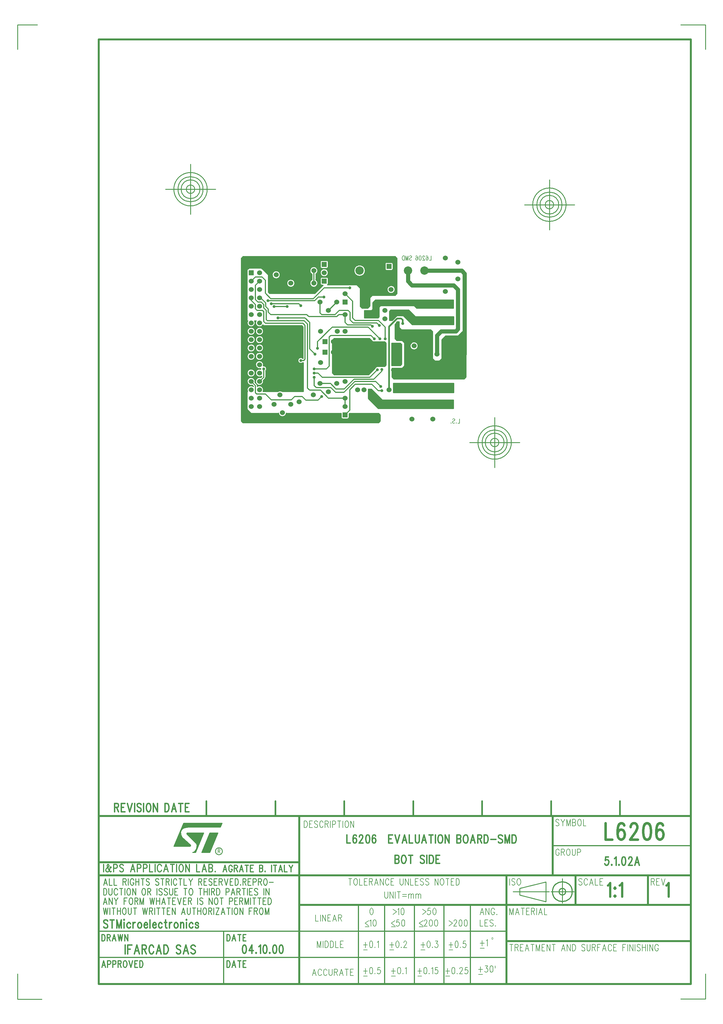
<source format=gbr>
*
*
G04 PowerPCB (Build Number [351.51 ]) generated Gerber (RS-274-X) file*
G04 PC Version=2.1*
*
%IN "L6206Pd-2.pcb"*%
*
%MOIN*%
*
%FSLAX35Y35*%
*
*
*
*
G04 PC Standard Apertures*
*
*
G04 Thermal Relief Aperture macro.*
%AMTER*
1,1,$1,0,0*
1,0,$1-$2,0,0*
21,0,$3,$4,0,0,45*
21,0,$3,$4,0,0,135*
%
*
*
G04 Annular Aperture macro.*
%AMANN*
1,1,$1,0,0*
1,0,$2,0,0*
%
*
*
G04 Odd Aperture macro.*
%AMODD*
1,1,$1,0,0*
1,0,$1-0.005,0,0*
%
*
*
G04 PC Custom Aperture Macros*
*
*
*
*
*
*
G04 PC Aperture Table*
*
%ADD010C,0.02*%
%ADD011C,0.01*%
%ADD012C,0.012*%
%ADD014C,0.024*%
%ADD015C,0.008*%
%ADD016C,0.015*%
%ADD017C,0.007*%
%ADD018C,0.004*%
%ADD019R,0.06X0.06*%
%ADD020C,0.06*%
%ADD023C,0.1*%
%ADD027C,0.03*%
%ADD028C,0.025*%
%ADD029C,0.05*%
%ADD055C,0.036*%
*
*
*
*
G04 PC Custom Flashes*
G04 Layer Name L6206Pd-2.pcb - flashes*
%LPD*%
*
*
G04 PC Circuitry*
G04 Layer Name L6206Pd-2.pcb - circuitry*
%LPD*%
*
G54D10*
G01X734295Y236644D02*
Y254144D01*
X651795Y236644D02*
Y254144D01*
X569295Y236644D02*
Y254144D01*
X486795Y236644D02*
Y254144D01*
X404295Y236644D02*
Y254144D01*
X321795Y236644D02*
Y254144D01*
X239295Y236644D02*
Y254144D01*
X457815Y746254D02*
Y821754D01*
X467715Y831654*
X472315*
X284315Y811254D02*
X330815D01*
X335815Y816254*
X284315Y811254D02*
Y901254D01*
X333815*
X335815Y816254D02*
X352315D01*
X474215Y825654D02*
Y829754D01*
X472315Y831654*
X330315Y863832D02*
Y884254D01*
X333815Y887754*
Y901254*
X402972Y888754D02*
Y901254D01*
X333815*
G54D11*
X220295Y1016144D02*
Y956144D01*
X190295Y986144D02*
X250295D01*
X240295D02*
G75*
G03X240295I-20000D01*
G01X235295D02*
G03X235295I-15000D01*
G01X231475D02*
G03X231475I-11180D01*
G01X225295D02*
G03X225295I-5000D01*
G01X649795Y997644D02*
Y937644D01*
X619795Y967644D02*
X679795D01*
X669795D02*
G03X669795I-20000D01*
G01X664795D02*
G03X664795I-15000D01*
G01X660975D02*
G03X660975I-11180D01*
G01X654795D02*
G03X654795I-5000D01*
G01X13409Y17471D02*
Y47372D01*
X836638Y1182825D02*
Y1153672D01*
Y1182825D02*
X807063D01*
X606275Y145798D02*
X649582D01*
X653519D02*
X677141D01*
X665330Y133987D02*
Y157609D01*
X645645D02*
Y133987D01*
X614149Y141861*
Y149735*
X645645Y157609*
X665330D02*
Y161546D01*
X653519Y145798D02*
X651551D01*
X677141D02*
X679110D01*
X665330Y133987D02*
Y132018D01*
X257043Y227254D02*
X212161D01*
X257043Y226664D02*
X212161D01*
X256452Y226073D02*
X211571D01*
X256452Y225483D02*
X211571D01*
X256452Y224892D02*
X210980D01*
X255862Y224301D02*
X210980D01*
X255271Y223711D02*
X215704D01*
Y223120*
X217476Y223711D02*
X210389D01*
X215114Y223120D02*
X210980D01*
X212161Y222530D02*
X209799D01*
X211571Y221939D02*
X209799D01*
X210980D02*
X209799D01*
X213342Y223120D02*
X210389D01*
Y221349D02*
X209208D01*
Y220168D02*
X210980Y221939D01*
X208027Y216624D02*
X207437D01*
X208027Y216034D02*
X207437D01*
X209208Y220168D02*
X210389Y221349D01*
X208027Y215443D02*
X206846D01*
X208027Y214853D02*
X206846D01*
X208027Y214262D02*
X206846D01*
X208027Y213672D02*
X206256D01*
X208618Y213081D02*
X206256D01*
X208618Y212490D02*
X205665D01*
X208618Y211900D02*
X205665D01*
X209208Y211309D02*
X205665D01*
X209799Y210719D02*
X205075D01*
X209799Y210128D02*
X205075D01*
X210389Y209538D02*
X204484D01*
X210980Y208947D02*
X204484D01*
X212161Y208357D02*
X204484D01*
X212752Y207766D02*
X203893D01*
X213342Y207175D02*
X203303D01*
X213933Y206585D02*
X203303D01*
X214523Y205994D02*
X203303D01*
X215114Y205404D02*
X202712D01*
X215704Y204813D02*
X202712D01*
X216295Y204223D02*
X202122D01*
X217476Y203632D02*
X202122D01*
X218067Y203042D02*
X202122D01*
X218657Y202451D02*
X201531D01*
X219248Y201861D02*
X201531D01*
X219838Y201270D02*
X201531D01*
X219838Y200679D02*
X200941D01*
X235193Y215443D02*
X216295D01*
Y214853*
X234602D02*
X216886D01*
X234602Y214262D02*
X216886D01*
X234602Y213672D02*
X217476D01*
X234012Y213081D02*
X218657D01*
X234012Y212490D02*
X218657D01*
X233421Y211900D02*
X219838D01*
X233421Y211309D02*
X220429D01*
X233421Y210719D02*
X221019D01*
X232830Y210128D02*
X221610D01*
X232830Y209538D02*
X222201D01*
X232240Y208947D02*
X222791D01*
X232240Y208357D02*
X223382D01*
X231649Y207766D02*
X223972D01*
X231649Y207175D02*
X224563D01*
X231649Y206585D02*
X224563D01*
X231059Y205994D02*
X225744D01*
X231059Y205404D02*
X226334D01*
X230468Y204813D02*
X226925D01*
X230468Y204223D02*
X226925D01*
X230468Y203632D02*
X227515D01*
X229878Y203042D02*
X228106D01*
X229878Y202451D02*
X228106D01*
X229287Y201861D02*
X228106D01*
X229287Y201270D02*
X228106D01*
X229287Y200679D02*
X228106D01*
X228697Y200089D02*
X228106D01*
X228697Y199498D02*
X228106D01*
Y198908D02*
Y197727D01*
X227515Y195955D02*
X226925D01*
Y195364D02*
X226334D01*
X226925Y194774D02*
X225744D01*
X226334Y194183D02*
X225744D01*
X226334Y193593D02*
X225153D01*
X243460Y215443D02*
X252319D01*
X243460Y214853D02*
X251728D01*
X242870Y214262D02*
X251728D01*
X242870Y213672D02*
X251138D01*
X242279Y213081D02*
X251138D01*
X242279Y212490D02*
X250547D01*
X242279Y211900D02*
X250547D01*
X241689Y211309D02*
X250547D01*
X241689Y210719D02*
X249956D01*
X241098Y210128D02*
X249956D01*
X241098Y209538D02*
X249366D01*
X240508Y208947D02*
X249366D01*
X240508Y208357D02*
X249366D01*
X240508Y207766D02*
X248775D01*
X239917Y207175D02*
X248775D01*
X239917Y206585D02*
X248185D01*
X239326Y205994D02*
X248185D01*
Y205404*
X239326D02*
X247594D01*
Y204813*
X238736Y204223D02*
X247594D01*
X238736Y204813D02*
X247004D01*
X238736Y203632D02*
X247004D01*
Y203042*
X238145D02*
X246413D01*
Y202451*
X238145D02*
X245823D01*
X237555Y201861D02*
X246413D01*
X237555Y201270D02*
X246413D01*
X237555Y200679D02*
X245823D01*
X236964Y200089D02*
X245823D01*
X236964Y199498D02*
X245232D01*
X236374Y198908D02*
X245232D01*
X236374Y198317D02*
X245232D01*
X235783Y197727D02*
X244641D01*
X235783Y197136D02*
X244641D01*
X235783Y196546D02*
X244051D01*
X235193Y195955D02*
X244051D01*
X235193Y195364D02*
X244051D01*
X235193Y194774D02*
X243460D01*
X234602Y194183D02*
X243460D01*
X234602Y193593D02*
X242870D01*
X258417Y194144D02*
G03X258417I-4122D01*
G01X243311Y216250D02*
X252913D01*
X243311Y192939*
X233704*
X243311Y216250*
X217799D02*
X236008D01*
X226401Y192939*
X222701*
X224000Y193238*
X225201Y194140*
X227303Y197140*
X227901Y201242*
X227204Y203345*
X225701Y205242*
X217299Y213349*
X215897Y214648*
X215598Y215550*
X216299Y216050*
X217799Y216250*
X211795Y209144D02*
X210295Y210447D01*
X209094Y212349*
X208496Y214648*
X208397Y217050*
X209197Y219349*
X210795Y221349*
X213598Y222652*
X217598Y223152*
X255815Y223050*
X257913Y227853*
X211795*
X200193Y200144*
X218000*
X219401*
X220098Y200644*
X220201Y201542*
X219299Y202443*
X211795Y209144*
X807063Y17471D02*
X836638D01*
Y47372*
X13362Y17175D02*
X42153D01*
X13409Y1182825D02*
Y1153672D01*
Y1182805D02*
X37035D01*
X584295Y713144D02*
Y653144D01*
X554295Y683144D02*
X614295D01*
X604295D02*
G03X604295I-20000D01*
G01X599295D02*
G03X599295I-15000D01*
G01X595475D02*
G03X595475I-11180D01*
G01X589295D02*
G03X589295I-5000D01*
G01X118299Y161546D02*
X116118Y153671D01*
X118299Y161546D02*
X120481Y153671D01*
X116936Y156296D02*
X119663D01*
X122936Y161546D02*
Y153671D01*
X126208*
X128663Y161546D02*
Y153671D01*
X131936*
X139299Y161546D02*
Y153671D01*
Y161546D02*
X141754D01*
X142572Y161171*
X142572D02*
X142845Y160796D01*
X143118Y160046*
Y159296*
X142845Y158546*
X142572Y158171*
X142572D02*
X141754Y157796D01*
X139299*
X141208D02*
X143118Y153671D01*
X145572Y161546D02*
Y153671D01*
X152118Y159671D02*
X151845Y160421D01*
X151299Y161171*
X151299D02*
X150754Y161546D01*
X149663*
X149118Y161171*
X148572Y160421*
X148572D02*
X148299Y159671D01*
X148299D02*
X148027Y158546D01*
Y156671*
X148299Y155546*
X148299D02*
X148572Y154796D01*
X148572D02*
X149118Y154046D01*
X149663Y153671*
X150754*
X151299Y154046*
X151299D02*
X151845Y154796D01*
X152118Y155546*
Y156671*
X150754D02*
X152118D01*
X154572Y161546D02*
Y153671D01*
X158390Y161546D02*
Y153671D01*
X154572Y157796D02*
X158390D01*
X162754Y161546D02*
Y153671D01*
X160845Y161546D02*
X164663D01*
X170936Y160421D02*
X170390Y161171D01*
X170390D02*
X169572Y161546D01*
X169572D02*
X168481D01*
X168481D02*
X167663Y161171D01*
X167118Y160421*
Y159671*
X167390Y158921*
X167390D02*
X167663Y158546D01*
X168208Y158171*
X168208D02*
X169845Y157421D01*
X170390Y157046*
X170390D02*
X170663Y156671D01*
X170936Y155921*
Y154796*
X170390Y154046*
X170390D02*
X169572Y153671D01*
X169572D02*
X168481D01*
X168481D02*
X167663Y154046D01*
X167118Y154796*
X182118Y160421D02*
X181572Y161171D01*
X181572D02*
X180754Y161546D01*
X179663*
X178845Y161171*
X178299Y160421*
X178299D02*
Y159671D01*
X178299D02*
X178572Y158921D01*
X178572D02*
X178845Y158546D01*
X179390Y158171*
X179390D02*
X181027Y157421D01*
X181572Y157046*
X181572D02*
X181845Y156671D01*
X182118Y155921*
Y154796*
X181572Y154046*
X181572D02*
X180754Y153671D01*
X179663*
X178845Y154046*
X178299Y154796*
X186481Y161546D02*
Y153671D01*
X184572Y161546D02*
X188390D01*
X190845D02*
Y153671D01*
Y161546D02*
X193299D01*
X193299D02*
X194118Y161171D01*
X194390Y160796*
X194390D02*
X194663Y160046D01*
Y159296*
X194390Y158546*
X194390D02*
X194118Y158171D01*
X193299Y157796*
X193299D02*
X190845D01*
X192754D02*
X194663Y153671D01*
X197118Y161546D02*
Y153671D01*
X203663Y159671D02*
X203390Y160421D01*
X203390D02*
X202845Y161171D01*
X202299Y161546*
X202299D02*
X201208D01*
X201208D02*
X200663Y161171D01*
X200118Y160421*
X199845Y159671*
X199572Y158546*
X199572D02*
Y156671D01*
X199572D02*
X199845Y155546D01*
X200118Y154796*
X200663Y154046*
X201208Y153671*
X201208D02*
X202299D01*
X202299D02*
X202845Y154046D01*
X203390Y154796*
X203390D02*
X203663Y155546D01*
X208027Y161546D02*
Y153671D01*
X206118Y161546D02*
X209936D01*
X212390D02*
Y153671D01*
X212390D02*
X215663D01*
X218118Y161546D02*
X220299Y157796D01*
X220299D02*
Y153671D01*
X222481Y161546D02*
X220299Y157796D01*
X229845Y161546D02*
Y153671D01*
Y161546D02*
X232299D01*
X232299D02*
X233118Y161171D01*
X233390Y160796*
X233390D02*
X233663Y160046D01*
Y159296*
X233390Y158546*
X233390D02*
X233118Y158171D01*
X232299Y157796*
X232299D02*
X229845D01*
X231754D02*
X233663Y153671D01*
X236118Y161546D02*
Y153671D01*
Y161546D02*
X239663D01*
X236118Y157796D02*
X238299D01*
X236118Y153671D02*
X239663D01*
X245936Y160421D02*
X245390Y161171D01*
X245390D02*
X244572Y161546D01*
X244572D02*
X243481D01*
X243481D02*
X242663Y161171D01*
X242118Y160421*
Y159671*
X242390Y158921*
X242390D02*
X242663Y158546D01*
X243208Y158171*
X243208D02*
X244845Y157421D01*
X245390Y157046*
X245390D02*
X245663Y156671D01*
X245936Y155921*
Y154796*
X245390Y154046*
X245390D02*
X244572Y153671D01*
X244572D02*
X243481D01*
X243481D02*
X242663Y154046D01*
X242118Y154796*
X248390Y161546D02*
Y153671D01*
Y161546D02*
X251936D01*
X248390Y157796D02*
X250572D01*
X248390Y153671D02*
X251936D01*
X254390Y161546D02*
Y153671D01*
Y161546D02*
X256845D01*
X257663Y161171*
X257936Y160796*
X258208Y160046*
X258208D02*
Y159296D01*
X258208D02*
X257936Y158546D01*
X257663Y158171*
X256845Y157796*
X254390*
X256299D02*
X258208Y153671D01*
X260663Y161546D02*
X262845Y153671D01*
X265027Y161546D02*
X262845Y153671D01*
X267481Y161546D02*
Y153671D01*
Y161546D02*
X271027D01*
X267481Y157796D02*
X269663D01*
X267481Y153671D02*
X271027D01*
X273481Y161546D02*
Y153671D01*
Y161546D02*
X275390D01*
X275390D02*
X276208Y161171D01*
X276208D02*
X276754Y160421D01*
X277027Y159671*
X277299Y158546*
X277299D02*
Y156671D01*
X277299D02*
X277027Y155546D01*
X276754Y154796*
X276208Y154046*
X276208D02*
X275390Y153671D01*
X275390D02*
X273481D01*
X280027Y154421D02*
X279754Y154046D01*
X280027Y153671*
X280299Y154046*
X280299D02*
X280027Y154421D01*
X282754Y161546D02*
Y153671D01*
Y161546D02*
X285208D01*
X285208D02*
X286027Y161171D01*
X286299Y160796*
X286299D02*
X286572Y160046D01*
X286572D02*
Y159296D01*
X286572D02*
X286299Y158546D01*
X286299D02*
X286027Y158171D01*
X285208Y157796*
X285208D02*
X282754D01*
X284663D02*
X286572Y153671D01*
X289027Y161546D02*
Y153671D01*
Y161546D02*
X292572D01*
X289027Y157796D02*
X291208D01*
X289027Y153671D02*
X292572D01*
X295027Y161546D02*
Y153671D01*
Y161546D02*
X297481D01*
X297481D02*
X298299Y161171D01*
X298299D02*
X298572Y160796D01*
X298572D02*
X298845Y160046D01*
Y158921*
X298572Y158171*
X298572D02*
X298299Y157796D01*
X298299D02*
X297481Y157421D01*
X297481D02*
X295027D01*
X301299Y161546D02*
Y153671D01*
Y161546D02*
X303754D01*
X304572Y161171*
X304572D02*
X304845Y160796D01*
X305118Y160046*
Y159296*
X304845Y158546*
X304572Y158171*
X304572D02*
X303754Y157796D01*
X301299*
X303208D02*
X305118Y153671D01*
X309208Y161546D02*
X308663Y161171D01*
X308118Y160421*
X307845Y159671*
X307572Y158546*
X307572D02*
Y156671D01*
X307572D02*
X307845Y155546D01*
X308118Y154796*
X308663Y154046*
X309208Y153671*
X309208D02*
X310299D01*
X310299D02*
X310845Y154046D01*
X311390Y154796*
X311390D02*
X311663Y155546D01*
X311936Y156671*
Y158546*
X311663Y159671*
X311390Y160421*
X311390D02*
X310845Y161171D01*
X310299Y161546*
X310299D02*
X309208D01*
X314390Y157046D02*
X319299D01*
X116118Y149735D02*
Y141860D01*
Y149735D02*
X118027D01*
X118845Y149360*
X119390Y148610*
X119390D02*
X119663Y147860D01*
X119936Y146735*
Y144860*
X119663Y143735*
X119390Y142985*
X119390D02*
X118845Y142235D01*
X118027Y141860*
X116118*
X122390Y149735D02*
Y144110D01*
X122390D02*
X122663Y142985D01*
X123208Y142235*
X123208D02*
X124027Y141860D01*
X124572*
X124572D02*
X125390Y142235D01*
X125390D02*
X125936Y142985D01*
X126208Y144110*
X126208D02*
Y149735D01*
X132754Y147860D02*
X132481Y148610D01*
X132481D02*
X131936Y149360D01*
X131390Y149735*
X131390D02*
X130299D01*
X130299D02*
X129754Y149360D01*
X129208Y148610*
X129208D02*
X128936Y147860D01*
X128663Y146735*
Y144860*
X128936Y143735*
X129208Y142985*
X129208D02*
X129754Y142235D01*
X130299Y141860*
X130299D02*
X131390D01*
X131390D02*
X131936Y142235D01*
X132481Y142985*
X132481D02*
X132754Y143735D01*
X137118Y149735D02*
Y141860D01*
X135208Y149735D02*
X139027D01*
X141481D02*
Y141860D01*
X145572Y149735D02*
X145027Y149360D01*
X144481Y148610*
X144481D02*
X144208Y147860D01*
X144208D02*
X143936Y146735D01*
Y144860*
X144208Y143735*
X144208D02*
X144481Y142985D01*
X144481D02*
X145027Y142235D01*
X145572Y141860*
X145572D02*
X146663D01*
X147208Y142235*
X147208D02*
X147754Y142985D01*
X148027Y143735*
X148299Y144860*
X148299D02*
Y146735D01*
X148299D02*
X148027Y147860D01*
X147754Y148610*
X147208Y149360*
X147208D02*
X146663Y149735D01*
X145572*
X150754D02*
Y141860D01*
Y149735D02*
X154572Y141860D01*
Y149735D02*
Y141860D01*
X163572Y149735D02*
X163027Y149360D01*
X162481Y148610*
X162481D02*
X162208Y147860D01*
X162208D02*
X161936Y146735D01*
Y144860*
X162208Y143735*
X162208D02*
X162481Y142985D01*
X162481D02*
X163027Y142235D01*
X163572Y141860*
X163572D02*
X164663D01*
X165208Y142235*
X165208D02*
X165754Y142985D01*
X166027Y143735*
X166299Y144860*
X166299D02*
Y146735D01*
X166299D02*
X166027Y147860D01*
X165754Y148610*
X165208Y149360*
X165208D02*
X164663Y149735D01*
X163572*
X168754D02*
Y141860D01*
Y149735D02*
X171208D01*
X171208D02*
X172027Y149360D01*
X172299Y148985*
X172299D02*
X172572Y148235D01*
X172572D02*
Y147485D01*
X172572D02*
X172299Y146735D01*
X172299D02*
X172027Y146360D01*
X171208Y145985*
X171208D02*
X168754D01*
X170663D02*
X172572Y141860D01*
X179936Y149735D02*
Y141860D01*
X186208Y148610D02*
X185663Y149360D01*
X184845Y149735*
X183754*
X182936Y149360*
X182390Y148610*
X182390D02*
Y147860D01*
X182390D02*
X182663Y147110D01*
X182936Y146735*
X183481Y146360*
X183481D02*
X185118Y145610D01*
X185663Y145235*
X185936Y144860*
X186208Y144110*
X186208D02*
Y142985D01*
X186208D02*
X185663Y142235D01*
X184845Y141860*
X183754*
X182936Y142235*
X182390Y142985*
X192481Y148610D02*
X191936Y149360D01*
X191118Y149735*
X190027*
X189208Y149360*
X189208D02*
X188663Y148610D01*
Y147860*
X188936Y147110*
X189208Y146735*
X189208D02*
X189754Y146360D01*
X191390Y145610*
X191390D02*
X191936Y145235D01*
X192208Y144860*
X192208D02*
X192481Y144110D01*
X192481D02*
Y142985D01*
X192481D02*
X191936Y142235D01*
X191118Y141860*
X190027*
X189208Y142235*
X189208D02*
X188663Y142985D01*
X194936Y149735D02*
Y144110D01*
X195208Y142985*
X195208D02*
X195754Y142235D01*
X196572Y141860*
X196572D02*
X197118D01*
X197936Y142235*
X198481Y142985*
X198481D02*
X198754Y144110D01*
Y149735*
X201208D02*
Y141860D01*
Y149735D02*
X204754D01*
X201208Y145985D02*
X203390D01*
X201208Y141860D02*
X204754D01*
X214027Y149735D02*
Y141860D01*
X212118Y149735D02*
X215936D01*
X220027D02*
X219481Y149360D01*
X219481D02*
X218936Y148610D01*
X218663Y147860*
X218390Y146735*
X218390D02*
Y144860D01*
X218390D02*
X218663Y143735D01*
X218936Y142985*
X219481Y142235*
X219481D02*
X220027Y141860D01*
X221118*
X221663Y142235*
X222208Y142985*
X222208D02*
X222481Y143735D01*
X222481D02*
X222754Y144860D01*
Y146735*
X222481Y147860*
X222481D02*
X222208Y148610D01*
X222208D02*
X221663Y149360D01*
X221118Y149735*
X220027*
X232027D02*
Y141860D01*
X230118Y149735D02*
X233936D01*
X236390D02*
Y141860D01*
X240208Y149735D02*
Y141860D01*
X236390Y145985D02*
X240208D01*
X242663Y149735D02*
Y141860D01*
X245118Y149735D02*
Y141860D01*
Y149735D02*
X247572D01*
X247572D02*
X248390Y149360D01*
X248390D02*
X248663Y148985D01*
X248936Y148235*
Y147485*
X248663Y146735*
X248390Y146360*
X248390D02*
X247572Y145985D01*
X247572D02*
X245118D01*
X247027D02*
X248936Y141860D01*
X251390Y149735D02*
Y141860D01*
Y149735D02*
X253299D01*
X253299D02*
X254118Y149360D01*
X254663Y148610*
X254936Y147860*
X255208Y146735*
X255208D02*
Y144860D01*
X255208D02*
X254936Y143735D01*
X254663Y142985*
X254118Y142235*
X253299Y141860*
X253299D02*
X251390D01*
X262572Y149735D02*
Y141860D01*
Y149735D02*
X265027D01*
X265845Y149360*
X266118Y148985*
X266390Y148235*
X266390D02*
Y147110D01*
X266390D02*
X266118Y146360D01*
X265845Y145985*
X265027Y145610*
X262572*
X271027Y149735D02*
X268845Y141860D01*
X271027Y149735D02*
X273208Y141860D01*
X269663Y144485D02*
X272390D01*
X275663Y149735D02*
Y141860D01*
Y149735D02*
X278118D01*
X278936Y149360*
X279208Y148985*
X279208D02*
X279481Y148235D01*
X279481D02*
Y147485D01*
X279481D02*
X279208Y146735D01*
X279208D02*
X278936Y146360D01*
X278118Y145985*
X275663*
X277572D02*
X279481Y141860D01*
X283845Y149735D02*
Y141860D01*
X281936Y149735D02*
X285754D01*
X288208D02*
Y141860D01*
X290663Y149735D02*
Y141860D01*
Y149735D02*
X294208D01*
X290663Y145985D02*
X292845D01*
X290663Y141860D02*
X294208D01*
X300481Y148610D02*
X299936Y149360D01*
X299118Y149735*
X298027*
X297208Y149360*
X297208D02*
X296663Y148610D01*
Y147860*
X296936Y147110*
X297208Y146735*
X297208D02*
X297754Y146360D01*
X299390Y145610*
X299390D02*
X299936Y145235D01*
X300208Y144860*
X300208D02*
X300481Y144110D01*
X300481D02*
Y142985D01*
X300481D02*
X299936Y142235D01*
X299118Y141860*
X298027*
X297208Y142235*
X297208D02*
X296663Y142985D01*
X307845Y149735D02*
Y141860D01*
X310299Y149735D02*
Y141860D01*
Y149735D02*
X314118Y141860D01*
Y149735D02*
Y141860D01*
X117976Y138519D02*
X115795Y130644D01*
X117976Y138519D02*
X120158Y130644D01*
X116613Y133269D02*
X119340D01*
X122613Y138519D02*
Y130644D01*
Y138519D02*
X126431Y130644D01*
Y138519D02*
Y130644D01*
X128885Y138519D02*
X131067Y134769D01*
X131067D02*
Y130644D01*
X133249Y138519D02*
X131067Y134769D01*
X140613Y138519D02*
Y130644D01*
Y138519D02*
X144158D01*
X140613Y134769D02*
X142795D01*
X148249Y138519D02*
X147704Y138144D01*
X147158Y137394*
X147158D02*
X146885Y136644D01*
X146885D02*
X146613Y135519D01*
Y133644*
X146885Y132519*
X146885D02*
X147158Y131769D01*
X147158D02*
X147704Y131019D01*
X148249Y130644*
X148249D02*
X149340D01*
X149885Y131019*
X149885D02*
X150431Y131769D01*
X150704Y132519*
X150976Y133644*
X150976D02*
Y135519D01*
X150976D02*
X150704Y136644D01*
X150431Y137394*
X149885Y138144*
X149885D02*
X149340Y138519D01*
X148249*
X153431D02*
Y130644D01*
Y138519D02*
X155885D01*
X155885D02*
X156704Y138144D01*
X156976Y137769*
X156976D02*
X157249Y137019D01*
X157249D02*
Y136269D01*
X157249D02*
X156976Y135519D01*
X156976D02*
X156704Y135144D01*
X155885Y134769*
X155885D02*
X153431D01*
X155340D02*
X157249Y130644D01*
X159704Y138519D02*
Y130644D01*
Y138519D02*
X161885Y130644D01*
X164067Y138519D02*
X161885Y130644D01*
X164067Y138519D02*
Y130644D01*
X171431Y138519D02*
X172795Y130644D01*
X174158Y138519D02*
X172795Y130644D01*
X174158Y138519D02*
X175522Y130644D01*
X176885Y138519D02*
X175522Y130644D01*
X179340Y138519D02*
Y130644D01*
X183158Y138519D02*
Y130644D01*
X179340Y134769D02*
X183158D01*
X187795Y138519D02*
X185613Y130644D01*
X187795Y138519D02*
X189976Y130644D01*
X186431Y133269D02*
X189158D01*
X194340Y138519D02*
Y130644D01*
X192431Y138519D02*
X196249D01*
X198704D02*
Y130644D01*
Y138519D02*
X202249D01*
X198704Y134769D02*
X200885D01*
X198704Y130644D02*
X202249D01*
X204704Y138519D02*
X206885Y130644D01*
X209067Y138519D02*
X206885Y130644D01*
X211522Y138519D02*
Y130644D01*
Y138519D02*
X215067D01*
X211522Y134769D02*
X213704D01*
X211522Y130644D02*
X215067D01*
X217522Y138519D02*
Y130644D01*
Y138519D02*
X219976D01*
X219976D02*
X220795Y138144D01*
X221067Y137769*
X221067D02*
X221340Y137019D01*
Y136269*
X221067Y135519*
X221067D02*
X220795Y135144D01*
X219976Y134769*
X219976D02*
X217522D01*
X219431D02*
X221340Y130644D01*
X228704Y138519D02*
Y130644D01*
X234976Y137394D02*
X234431Y138144D01*
X233613Y138519*
X232522*
X231704Y138144*
X231158Y137394*
X231158D02*
Y136644D01*
X231158D02*
X231431Y135894D01*
X231704Y135519*
X232249Y135144*
X232249D02*
X233885Y134394D01*
X233885D02*
X234431Y134019D01*
X234704Y133644*
X234976Y132894*
X234976D02*
Y131769D01*
X234976D02*
X234431Y131019D01*
X233613Y130644*
X232522*
X231704Y131019*
X231158Y131769*
X242340Y138519D02*
Y130644D01*
Y138519D02*
X246158Y130644D01*
Y138519D02*
Y130644D01*
X250249Y138519D02*
X249704Y138144D01*
X249158Y137394*
X249158D02*
X248885Y136644D01*
X248885D02*
X248613Y135519D01*
Y133644*
X248885Y132519*
X248885D02*
X249158Y131769D01*
X249158D02*
X249704Y131019D01*
X250249Y130644*
X250249D02*
X251340D01*
X251885Y131019*
X251885D02*
X252431Y131769D01*
X252704Y132519*
X252976Y133644*
X252976D02*
Y135519D01*
X252976D02*
X252704Y136644D01*
X252431Y137394*
X251885Y138144*
X251885D02*
X251340Y138519D01*
X250249*
X257340D02*
Y130644D01*
X255431Y138519D02*
X259249D01*
X266613D02*
Y130644D01*
Y138519D02*
X269067D01*
X269067D02*
X269885Y138144D01*
X269885D02*
X270158Y137769D01*
X270158D02*
X270431Y137019D01*
Y135894*
X270158Y135144*
X270158D02*
X269885Y134769D01*
X269885D02*
X269067Y134394D01*
X269067D02*
X266613D01*
X272885Y138519D02*
Y130644D01*
Y138519D02*
X276431D01*
X272885Y134769D02*
X275067D01*
X272885Y130644D02*
X276431D01*
X278885Y138519D02*
Y130644D01*
Y138519D02*
X281340D01*
X282158Y138144*
X282158D02*
X282431Y137769D01*
X282704Y137019*
Y136269*
X282431Y135519*
X282158Y135144*
X282158D02*
X281340Y134769D01*
X278885*
X280795D02*
X282704Y130644D01*
X285158Y138519D02*
Y130644D01*
Y138519D02*
X287340Y130644D01*
X289522Y138519D02*
X287340Y130644D01*
X289522Y138519D02*
Y130644D01*
X291976Y138519D02*
Y130644D01*
X296340Y138519D02*
Y130644D01*
X294431Y138519D02*
X298249D01*
X302613D02*
Y130644D01*
X300704Y138519D02*
X304522D01*
X306976D02*
Y130644D01*
Y138519D02*
X310522D01*
X306976Y134769D02*
X309158D01*
X306976Y130644D02*
X310522D01*
X312976Y138519D02*
Y130644D01*
Y138519D02*
X314885D01*
X314885D02*
X315704Y138144D01*
X316249Y137394*
X316249D02*
X316522Y136644D01*
X316795Y135519*
Y133644*
X316522Y132519*
X316249Y131769*
X316249D02*
X315704Y131019D01*
X314885Y130644*
X314885D02*
X312976D01*
X115795Y126519D02*
X117158Y118644D01*
X118522Y126519D02*
X117158Y118644D01*
X118522Y126519D02*
X119885Y118644D01*
X121249Y126519D02*
X119885Y118644D01*
X123704Y126519D02*
Y118644D01*
X128067Y126519D02*
Y118644D01*
X126158Y126519D02*
X129976D01*
X132431D02*
Y118644D01*
X136249Y126519D02*
Y118644D01*
X132431Y122769D02*
X136249D01*
X140340Y126519D02*
X139795Y126144D01*
X139249Y125394*
X139249D02*
X138976Y124644D01*
X138976D02*
X138704Y123519D01*
Y121644*
X138976Y120519*
X138976D02*
X139249Y119769D01*
X139249D02*
X139795Y119019D01*
X140340Y118644*
X141431*
X141976Y119019*
X141976D02*
X142522Y119769D01*
X142795Y120519*
X143067Y121644*
X143067D02*
Y123519D01*
X143067D02*
X142795Y124644D01*
X142522Y125394*
X141976Y126144*
X141976D02*
X141431Y126519D01*
X140340*
X145522D02*
Y120894D01*
X145795Y119769*
X146340Y119019*
X147158Y118644*
X147158D02*
X147704D01*
X148522Y119019*
X149067Y119769*
X149067D02*
X149340Y120894D01*
Y126519*
X153704D02*
Y118644D01*
X151795Y126519D02*
X155613D01*
X162976D02*
X164340Y118644D01*
X165704Y126519D02*
X164340Y118644D01*
X165704Y126519D02*
X167067Y118644D01*
X168431Y126519D02*
X167067Y118644D01*
X170885Y126519D02*
Y118644D01*
Y126519D02*
X173340D01*
X174158Y126144*
X174158D02*
X174431Y125769D01*
X174704Y125019*
Y124269*
X174431Y123519*
X174158Y123144*
X174158D02*
X173340Y122769D01*
X170885*
X172795D02*
X174704Y118644D01*
X177158Y126519D02*
Y118644D01*
X181522Y126519D02*
Y118644D01*
X179613Y126519D02*
X183431D01*
X187795D02*
Y118644D01*
X185885Y126519D02*
X189704D01*
X192158D02*
Y118644D01*
Y126519D02*
X195704D01*
X192158Y122769D02*
X194340D01*
X192158Y118644D02*
X195704D01*
X198158Y126519D02*
Y118644D01*
Y126519D02*
X201976Y118644D01*
Y126519D02*
Y118644D01*
X211522Y126519D02*
X209340Y118644D01*
X211522Y126519D02*
X213704Y118644D01*
X210158Y121269D02*
X212885D01*
X216158Y126519D02*
Y120894D01*
X216158D02*
X216431Y119769D01*
X216976Y119019*
X216976D02*
X217795Y118644D01*
X218340*
X219158Y119019*
X219158D02*
X219704Y119769D01*
X219976Y120894*
X219976D02*
Y126519D01*
X224340D02*
Y118644D01*
X222431Y126519D02*
X226249D01*
X228704D02*
Y118644D01*
X232522Y126519D02*
Y118644D01*
X228704Y122769D02*
X232522D01*
X236613Y126519D02*
X236067Y126144D01*
X236067D02*
X235522Y125394D01*
X235249Y124644*
X235249D02*
X234976Y123519D01*
X234976D02*
Y121644D01*
X234976D02*
X235249Y120519D01*
X235249D02*
X235522Y119769D01*
X236067Y119019*
X236067D02*
X236613Y118644D01*
X237704*
X238249Y119019*
X238249D02*
X238795Y119769D01*
X239067Y120519*
X239067D02*
X239340Y121644D01*
Y123519*
X239067Y124644*
X239067D02*
X238795Y125394D01*
X238249Y126144*
X238249D02*
X237704Y126519D01*
X236613*
X241795D02*
Y118644D01*
Y126519D02*
X244249D01*
X244249D02*
X245067Y126144D01*
X245067D02*
X245340Y125769D01*
X245613Y125019*
Y124269*
X245340Y123519*
X245067Y123144*
X245067D02*
X244249Y122769D01*
X244249D02*
X241795D01*
X243704D02*
X245613Y118644D01*
X248067Y126519D02*
Y118644D01*
X254340Y126519D02*
X250522Y118644D01*
Y126519D02*
X254340D01*
X250522Y118644D02*
X254340D01*
X258976Y126519D02*
X256795Y118644D01*
X258976Y126519D02*
X261158Y118644D01*
X257613Y121269D02*
X260340D01*
X265522Y126519D02*
Y118644D01*
X263613Y126519D02*
X267431D01*
X269885D02*
Y118644D01*
X273976Y126519D02*
X273431Y126144D01*
X272885Y125394*
X272885D02*
X272613Y124644D01*
X272340Y123519*
Y121644*
X272613Y120519*
X272885Y119769*
X272885D02*
X273431Y119019D01*
X273976Y118644*
X273976D02*
X275067D01*
X275067D02*
X275613Y119019D01*
X276158Y119769*
X276158D02*
X276431Y120519D01*
X276704Y121644*
Y123519*
X276431Y124644*
X276158Y125394*
X276158D02*
X275613Y126144D01*
X275067Y126519*
X275067D02*
X273976D01*
X279158D02*
Y118644D01*
Y126519D02*
X282976Y118644D01*
Y126519D02*
Y118644D01*
X290340Y126519D02*
Y118644D01*
Y126519D02*
X293885D01*
X290340Y122769D02*
X292522D01*
X296340Y126519D02*
Y118644D01*
Y126519D02*
X298795D01*
X299613Y126144*
X299885Y125769*
X299885D02*
X300158Y125019D01*
X300158D02*
Y124269D01*
X300158D02*
X299885Y123519D01*
X299885D02*
X299613Y123144D01*
X298795Y122769*
X296340*
X298249D02*
X300158Y118644D01*
X304249Y126519D02*
X303704Y126144D01*
X303158Y125394*
X303158D02*
X302885Y124644D01*
X302885D02*
X302613Y123519D01*
Y121644*
X302885Y120519*
X302885D02*
X303158Y119769D01*
X303158D02*
X303704Y119019D01*
X304249Y118644*
X304249D02*
X305340D01*
X305885Y119019*
X305885D02*
X306431Y119769D01*
X306704Y120519*
X306976Y121644*
X306976D02*
Y123519D01*
X306976D02*
X306704Y124644D01*
X306431Y125394*
X305885Y126144*
X305885D02*
X305340Y126519D01*
X304249*
X309431D02*
Y118644D01*
Y126519D02*
X311613Y118644D01*
X313795Y126519D02*
X311613Y118644D01*
X313795Y126519D02*
Y118644D01*
X535315Y824254D02*
Y833754D01*
X489107*
X489107D02*
X481107Y841754D01*
X481107D02*
X460022D01*
X458315Y840046*
X458315D02*
Y829254D01*
X461496*
X461496D02*
X465805Y833563D01*
X466319Y833965D02*
G03X465805Y833563I1396J-2311D01*
G01X466319Y833965D02*
X467107Y834754D01*
X467107D02*
X475022D01*
X485522Y824254*
X535315*
X534815Y843754D02*
Y853754D01*
X441522*
X438315Y850546*
X438315D02*
Y842546D01*
X438315D02*
X437022Y841254D01*
X428315*
Y832254*
X444607*
X444607D02*
X445815Y833461D01*
Y844961*
X447607Y846754*
X447607D02*
X488022D01*
X491022Y843754*
X534815*
X535315Y742754D02*
Y754254D01*
X462815*
Y742754*
X535315*
X534815Y723754D02*
Y734254D01*
X449607*
X449607D02*
X436607Y747254D01*
X436607D02*
X432815D01*
Y735961*
X445022Y723754*
X534815*
X472815Y776961D02*
Y800796D01*
X472815D02*
X471357Y802254D01*
X471357D02*
X460815D01*
Y775254*
X471107*
X471107D02*
X472815Y776961D01*
X467315Y861461D02*
Y903547D01*
X467315D02*
X465107Y905754D01*
X465107D02*
X283021D01*
X283021D02*
X280813Y903546D01*
X280813D02*
Y708959D01*
X280813D02*
X283022Y706751D01*
X283022D02*
X445110D01*
X445110D02*
X447314Y708955D01*
X447308Y716051*
X447308D02*
X445108Y718245D01*
X410559*
X410015Y717701*
Y713254*
X408315Y711553D02*
G03X410015Y713254I0J1701D01*
G01X408315Y711553D02*
X402315D01*
X400614Y713254D02*
G03X402315Y711553I1701J0D01*
G01X400614Y713254D02*
Y718245D01*
X400614D02*
X334978D01*
X325651D02*
G03X334978I4664J587D01*
G01X325651D02*
X292605D01*
X287815Y723120*
Y889382*
X287815D02*
X288192Y889760D01*
X289308Y890876D02*
G03X288192Y889760I507J-1622D01*
G01X289308Y890876D02*
X290186Y891754D01*
X305022*
X313093Y883682*
X313093D02*
Y863182D01*
X313093D02*
X314632Y861643D01*
X314632D02*
X368977D01*
X379024Y871553*
X379024D02*
X377315D01*
X375614Y873254D02*
G03X377315Y871553I1701J0D01*
G01X375614Y873254D02*
Y879254D01*
X377315Y880954D02*
G03X375614Y879254I0J-1700D01*
G01X377315Y880954D02*
X383315D01*
X385015Y879254D02*
G03X383315Y880954I-1700J0D01*
G01X385015Y879254D02*
Y873254D01*
X384115Y871754D02*
G03X385015Y873254I-800J1500D01*
G01X384115Y871754D02*
X410802D01*
X410827D02*
G03X410802I-12J-3500D01*
G01X410827D02*
X419272D01*
X423315Y867711*
Y845961*
X425522Y843754*
X432107*
X432107D02*
X434815Y846461D01*
Y856461*
X437607Y859254*
X437607D02*
X465107D01*
X465107D02*
X467315Y861461D01*
X355315Y744254D02*
Y778903D01*
X355315D02*
X354908D01*
X354934Y783575D02*
G03X354908Y778903I-2619J-2321D01*
G01X354934Y783575D02*
X355014Y783656D01*
X355014D02*
Y821346D01*
X355014D02*
X353107Y823254D01*
X353107D02*
X307607D01*
X307607D02*
X306911Y823950D01*
X298835Y828754D02*
G03X306911Y823950I3980J-2500D01*
G01X298835Y828754D02*
X296794D01*
X288835D02*
G03X296794I3980J-2500D01*
G01X288835D02*
X285315D01*
Y744254*
X288561*
X295514Y750101D02*
G03X288561Y744254I-2699J-3847D01*
G01X295514Y750101D02*
Y750301D01*
X295514D02*
X294086Y751729D01*
X297339Y754982D02*
G03X294086Y751729I-4524J1272D01*
G01X297339Y754982D02*
X299441Y752880D01*
X300115Y751254D02*
G03X299441Y752880I-2300J0D01*
G01X300115Y751254D02*
Y750754D01*
Y750101*
X307068Y744254D02*
G03X300115Y750101I-4253J2000D01*
G01X307068Y744254D02*
X324847D01*
X329782D02*
G03X324847I-2467J-4000D01*
G01X329782D02*
X355315D01*
X454315Y775961D02*
Y802046D01*
X454315D02*
X452607Y803754D01*
X452607D02*
X446827D01*
X446802D02*
G03X446827I13J3500D01*
G01X446802D02*
X440327D01*
X440302D02*
G03X440327I13J3500D01*
G01X440302D02*
X438357D01*
X438357D02*
X434357Y807754D01*
X434357D02*
X392022D01*
X389815Y805546*
X389815D02*
Y766461D01*
X392022Y764254*
X433107*
X433107D02*
X441095Y772241D01*
X441988Y773134D02*
G03X441095Y772241I1988J-2880D01*
G01X441988Y773134D02*
X443107Y774254D01*
X443107D02*
X452607D01*
X452607D02*
X454315Y775961D01*
X549815Y761461D02*
Y815754D01*
X545522*
X540522Y810754*
X525522*
X520815Y806046*
X520815D02*
Y783546D01*
X520815D02*
X518022Y780754D01*
X512607*
X512607D02*
X509815Y783546D01*
X509815D02*
Y816046D01*
X509815D02*
X507607Y818254D01*
X507607D02*
X472607D01*
X472607D02*
X469815Y821046D01*
X469815D02*
Y827754D01*
X468022*
X464815Y824546*
X464815D02*
Y807461D01*
X467022Y805254*
X473522*
X476315Y802461*
Y775046*
X476315D02*
X473522Y772254D01*
X461315*
Y761461*
X463522Y759254*
X547607*
X547607D02*
X549815Y761461D01*
X465015Y866254D02*
G03X465015I-4700D01*
G01X462515Y896754D02*
Y890754D01*
X460815Y889053D02*
G03X462515Y890754I0J1701D01*
G01X460815Y889053D02*
X454815D01*
X453114Y890754D02*
G03X454815Y889053I1701J0D01*
G01X453114Y890754D02*
Y896754D01*
X454815Y898454D02*
G03X453114Y896754I0J-1700D01*
G01X454815Y898454D02*
X460815D01*
X462515Y896754D02*
G03X460815Y898454I-1700J0D01*
G01X429357Y888754D02*
G03X429357I-6699D01*
G01X385015Y886254D02*
G03X385015I-4700D01*
G01Y899254D02*
Y893254D01*
X383315Y891553D02*
G03X385015Y893254I0J1701D01*
G01X383315Y891553D02*
X377315D01*
X375614Y893254D02*
G03X377315Y891553I1701J0D01*
G01X375614Y893254D02*
Y899254D01*
X377315Y900954D02*
G03X375614Y899254I0J-1700D01*
G01X377315Y900954D02*
X383315D01*
X385015Y899254D02*
G03X383315Y900954I-1700J0D01*
G01X370115Y884655D02*
G03X365514I-2300J4099D01*
G01X370115D02*
Y877774D01*
X365514D02*
G03X370115I2301J-4098D01*
G01X365514D02*
Y884655D01*
X345015Y873675D02*
G03X345015I-4700D01*
G01X327515Y883754D02*
G03X327515I-4700D01*
G01X310115Y768615D02*
G03X307253Y774708I-2300J2639D01*
G01X310115Y768615D02*
Y761254D01*
X309441Y759627D02*
G03X310115Y761254I-1626J1627D01*
G01X309441Y759627D02*
X307339Y757525D01*
X304086Y760778D02*
G03X307339Y757525I-1271J-4524D01*
G01X304086Y760778D02*
X305514Y762206D01*
X305514D02*
Y762406D01*
X304360Y770692D02*
G03X305514Y762406I-1545J-4438D01*
G01X304360Y771815D02*
G03Y770692I3455J-561D01*
G01X307253Y774708D02*
G03X304360Y771815I-4438J1546D01*
G01X307515Y786254D02*
G03X307515I-4700D01*
G01Y796254D02*
G03X307515I-4700D01*
G01Y806254D02*
G03X307515I-4700D01*
G01Y816254D02*
G03X307515I-4700D01*
G01X297515Y766254D02*
G03X297515I-4700D01*
G01Y786254D02*
G03X297515I-4700D01*
G01Y796254D02*
G03X297515I-4700D01*
G01Y806254D02*
G03X297515I-4700D01*
G01Y816254D02*
G03X297515I-4700D01*
G01X492515Y798754D02*
G03X492515I-4700D01*
G01X526408Y824254D02*
X535315Y833160D01*
X527680Y824254D02*
X535315Y831888D01*
X528953Y824254D02*
X535315Y830615D01*
X530226Y824254D02*
X535315Y829342D01*
X531499Y824254D02*
X535315Y828069D01*
X532772Y824254D02*
X535315Y826796D01*
X534044Y824254D02*
X535315Y825524D01*
X525135Y824254D02*
X534635Y833754D01*
X523862Y824254D02*
X533362Y833754D01*
X522589Y824254D02*
X532089Y833754D01*
X521316Y824254D02*
X530816Y833754D01*
X520044Y824254D02*
X529544Y833754D01*
X518771Y824254D02*
X528271Y833754D01*
X517498Y824254D02*
X526998Y833754D01*
X516225Y824254D02*
X525725Y833754D01*
X514952Y824254D02*
X524452Y833754D01*
X513680Y824254D02*
X523180Y833754D01*
X512407Y824254D02*
X521907Y833754D01*
X511134Y824254D02*
X520634Y833754D01*
X509861Y824254D02*
X519361Y833754D01*
X508589Y824254D02*
X518089Y833754D01*
X507316Y824254D02*
X516816Y833754D01*
X506043Y824254D02*
X515543Y833754D01*
X504770Y824254D02*
X514270Y833754D01*
X503497Y824254D02*
X512997Y833754D01*
X502225Y824254D02*
X511725Y833754D01*
X500952Y824254D02*
X510452Y833754D01*
X499679Y824254D02*
X509179Y833754D01*
X498406Y824254D02*
X507906Y833754D01*
X497133Y824254D02*
X506633Y833754D01*
X495861Y824254D02*
X505361Y833754D01*
X494588Y824254D02*
X504088Y833754D01*
X493315Y824254D02*
X502815Y833754D01*
X492042Y824254D02*
X501542Y833754D01*
X490769Y824254D02*
X500269Y833754D01*
X489497Y824254D02*
X498997Y833754D01*
X488224Y824254D02*
X497724Y833754D01*
X486951Y824254D02*
X496451Y833754D01*
X485678Y824254D02*
X495178Y833754D01*
X484964Y824812D02*
X493906Y833754D01*
X484327Y825448D02*
X492633Y833754D01*
X483691Y826084D02*
X491360Y833754D01*
X483054Y826721D02*
X490087Y833754D01*
X482418Y827357D02*
X488961Y833900D01*
X481782Y827994D02*
X488324Y834536D01*
X481145Y828630D02*
X487688Y835173D01*
X480509Y829266D02*
X487052Y835809D01*
X479872Y829903D02*
X486415Y836446D01*
X479236Y830539D02*
X485779Y837082D01*
X478600Y831175D02*
X485143Y837718D01*
X477963Y831812D02*
X484506Y838355D01*
X477327Y832448D02*
X483870Y838991D01*
X476690Y833085D02*
X483233Y839628D01*
X476054Y833721D02*
X482597Y840264D01*
X475418Y834357D02*
X481961Y840900D01*
X474541Y834754D02*
X481324Y841537D01*
X473268Y834754D02*
X480268Y841754D01*
X471995Y834754D02*
X478995Y841754D01*
X470723Y834754D02*
X477723Y841754D01*
X469450Y834754D02*
X476450Y841754D01*
X468177Y834754D02*
X475177Y841754D01*
X461404Y829254D02*
X473904Y841754D01*
X460131Y829254D02*
X472631Y841754D01*
X458859Y829254D02*
X471359Y841754D01*
X458315Y829982D02*
X470086Y841754D01*
X458315Y831255D02*
X468813Y841754D01*
X458315Y832528D02*
X467540Y841754D01*
X458315Y833801D02*
X466267Y841754D01*
X458315Y835073D02*
X464995Y841754D01*
X458315Y836346D02*
X463722Y841754D01*
X458315Y837619D02*
X462449Y841754D01*
X458315Y838892D02*
X461176Y841754D01*
X525952Y843754D02*
X534815Y852616D01*
X527225Y843754D02*
X534815Y851343D01*
X528498Y843754D02*
X534815Y850070D01*
X529771Y843754D02*
X534815Y848797D01*
X531044Y843754D02*
X534815Y847524D01*
X532316Y843754D02*
X534815Y846252D01*
X533589Y843754D02*
X534815Y844979D01*
X524680Y843754D02*
X534680Y853754D01*
X523407Y843754D02*
X533407Y853754D01*
X522134Y843754D02*
X532134Y853754D01*
X520861Y843754D02*
X530861Y853754D01*
X519589Y843754D02*
X529589Y853754D01*
X518316Y843754D02*
X528316Y853754D01*
X517043Y843754D02*
X527043Y853754D01*
X515770Y843754D02*
X525770Y853754D01*
X514497Y843754D02*
X524497Y853754D01*
X513225Y843754D02*
X523225Y853754D01*
X511952Y843754D02*
X521952Y853754D01*
X510679Y843754D02*
X520679Y853754D01*
X509406Y843754D02*
X519406Y853754D01*
X508133Y843754D02*
X518133Y853754D01*
X506861Y843754D02*
X516861Y853754D01*
X505588Y843754D02*
X515588Y853754D01*
X504315Y843754D02*
X514315Y853754D01*
X503042Y843754D02*
X513042Y853754D01*
X501769Y843754D02*
X511769Y853754D01*
X500497Y843754D02*
X510497Y853754D01*
X499224Y843754D02*
X509224Y853754D01*
X497951Y843754D02*
X507951Y853754D01*
X496678Y843754D02*
X506678Y853754D01*
X495406Y843754D02*
X505406Y853754D01*
X494133Y843754D02*
X504133Y853754D01*
X492860Y843754D02*
X502860Y853754D01*
X491587Y843754D02*
X501587Y853754D01*
X490668Y844107D02*
X500314Y853754D01*
X490032Y844744D02*
X499042Y853754D01*
X489395Y845380D02*
X497769Y853754D01*
X488759Y846016D02*
X496496Y853754D01*
X488122Y846653D02*
X495223Y853754D01*
X486950Y846754D02*
X493950Y853754D01*
X485678Y846754D02*
X492678Y853754D01*
X484405Y846754D02*
X491405Y853754D01*
X483132Y846754D02*
X490132Y853754D01*
X481859Y846754D02*
X488859Y853754D01*
X480586Y846754D02*
X487586Y853754D01*
X479314Y846754D02*
X486314Y853754D01*
X478041Y846754D02*
X485041Y853754D01*
X476768Y846754D02*
X483768Y853754D01*
X475495Y846754D02*
X482495Y853754D01*
X474223Y846754D02*
X481223Y853754D01*
X472950Y846754D02*
X479950Y853754D01*
X471677Y846754D02*
X478677Y853754D01*
X470404Y846754D02*
X477404Y853754D01*
X469131Y846754D02*
X476131Y853754D01*
X467859Y846754D02*
X474859Y853754D01*
X466586Y846754D02*
X473586Y853754D01*
X465313Y846754D02*
X472313Y853754D01*
X464040Y846754D02*
X471040Y853754D01*
X462767Y846754D02*
X469767Y853754D01*
X461495Y846754D02*
X468495Y853754D01*
X460222Y846754D02*
X467222Y853754D01*
X458949Y846754D02*
X465949Y853754D01*
X457676Y846754D02*
X464676Y853754D01*
X456403Y846754D02*
X463403Y853754D01*
X455131Y846754D02*
X462131Y853754D01*
X453858Y846754D02*
X460858Y853754D01*
X452585Y846754D02*
X459585Y853754D01*
X451312Y846754D02*
X458312Y853754D01*
X450039Y846754D02*
X457039Y853754D01*
X448767Y846754D02*
X455767Y853754D01*
X432994Y832254D02*
X454494Y853754D01*
X431721Y832254D02*
X453221Y853754D01*
X430448Y832254D02*
X451948Y853754D01*
X429176Y832254D02*
X450676Y853754D01*
X438315Y842665D02*
X449403Y853754D01*
X438315Y843938D02*
X448130Y853754D01*
X438315Y845211D02*
X446857Y853754D01*
X434267Y832254D02*
X445815Y843801D01*
X435539Y832254D02*
X445815Y842529D01*
X436812Y832254D02*
X445815Y841256D01*
X438085Y832254D02*
X445815Y839983D01*
X439358Y832254D02*
X445815Y838710D01*
X440631Y832254D02*
X445815Y837437D01*
X441903Y832254D02*
X445815Y836165D01*
X443176Y832254D02*
X445815Y834892D01*
X444449Y832254D02*
X445815Y833619D01*
X438315Y846484D02*
X445584Y853754D01*
X438315Y847756D02*
X444312Y853754D01*
X438315Y849029D02*
X443039Y853754D01*
X438315Y850302D02*
X441766Y853754D01*
X428315Y832665D02*
X436903Y841254D01*
X428315Y833938D02*
X435630Y841254D01*
X428315Y835211D02*
X434357Y841254D01*
X428315Y836484D02*
X433084Y841254D01*
X428315Y837756D02*
X431812Y841254D01*
X428315Y839029D02*
X430539Y841254D01*
X428315Y840302D02*
X429266Y841254D01*
X523862Y742754D02*
X535315Y754206D01*
X525135Y742754D02*
X535315Y752933D01*
X526408Y742754D02*
X535315Y751660D01*
X527680Y742754D02*
X535315Y750388D01*
X528953Y742754D02*
X535315Y749115D01*
X530226Y742754D02*
X535315Y747842D01*
X531499Y742754D02*
X535315Y746569D01*
X532772Y742754D02*
X535315Y745296D01*
X534044Y742754D02*
X535315Y744024D01*
X522589Y742754D02*
X534089Y754254D01*
X521316Y742754D02*
X532816Y754254D01*
X520044Y742754D02*
X531544Y754254D01*
X518771Y742754D02*
X530271Y754254D01*
X517498Y742754D02*
X528998Y754254D01*
X516225Y742754D02*
X527725Y754254D01*
X514952Y742754D02*
X526452Y754254D01*
X513680Y742754D02*
X525180Y754254D01*
X512407Y742754D02*
X523907Y754254D01*
X511134Y742754D02*
X522634Y754254D01*
X509861Y742754D02*
X521361Y754254D01*
X508589Y742754D02*
X520089Y754254D01*
X507316Y742754D02*
X518816Y754254D01*
X506043Y742754D02*
X517543Y754254D01*
X504770Y742754D02*
X516270Y754254D01*
X503497Y742754D02*
X514997Y754254D01*
X502225Y742754D02*
X513725Y754254D01*
X500952Y742754D02*
X512452Y754254D01*
X499679Y742754D02*
X511179Y754254D01*
X498406Y742754D02*
X509906Y754254D01*
X497133Y742754D02*
X508633Y754254D01*
X495861Y742754D02*
X507361Y754254D01*
X494588Y742754D02*
X506088Y754254D01*
X493315Y742754D02*
X504815Y754254D01*
X492042Y742754D02*
X503542Y754254D01*
X490769Y742754D02*
X502269Y754254D01*
X489497Y742754D02*
X500997Y754254D01*
X488224Y742754D02*
X499724Y754254D01*
X486951Y742754D02*
X498451Y754254D01*
X485678Y742754D02*
X497178Y754254D01*
X484406Y742754D02*
X495906Y754254D01*
X483133Y742754D02*
X494633Y754254D01*
X481860Y742754D02*
X493360Y754254D01*
X480587Y742754D02*
X492087Y754254D01*
X479314Y742754D02*
X490814Y754254D01*
X478042Y742754D02*
X489542Y754254D01*
X476769Y742754D02*
X488269Y754254D01*
X475496Y742754D02*
X486996Y754254D01*
X474223Y742754D02*
X485723Y754254D01*
X472950Y742754D02*
X484450Y754254D01*
X471678Y742754D02*
X483178Y754254D01*
X470405Y742754D02*
X481905Y754254D01*
X469132Y742754D02*
X480632Y754254D01*
X467859Y742754D02*
X479359Y754254D01*
X466586Y742754D02*
X478086Y754254D01*
X465314Y742754D02*
X476814Y754254D01*
X464041Y742754D02*
X475541Y754254D01*
X462815Y742800D02*
X474268Y754254D01*
X462815Y744073D02*
X472995Y754254D01*
X462815Y745346D02*
X471723Y754254D01*
X462815Y746618D02*
X470450Y754254D01*
X462815Y747891D02*
X469177Y754254D01*
X462815Y749164D02*
X467904Y754254D01*
X462815Y750437D02*
X466631Y754254D01*
X462815Y751709D02*
X465359Y754254D01*
X462815Y752982D02*
X464086Y754254D01*
X524635Y723754D02*
X534815Y733933D01*
X525908Y723754D02*
X534815Y732660D01*
X527180Y723754D02*
X534815Y731388D01*
X528453Y723754D02*
X534815Y730115D01*
X529726Y723754D02*
X534815Y728842D01*
X530999Y723754D02*
X534815Y727569D01*
X532272Y723754D02*
X534815Y726296D01*
X533544Y723754D02*
X534815Y725024D01*
X523362Y723754D02*
X533862Y734254D01*
X522089Y723754D02*
X532589Y734254D01*
X520816Y723754D02*
X531316Y734254D01*
X519544Y723754D02*
X530044Y734254D01*
X518271Y723754D02*
X528771Y734254D01*
X516998Y723754D02*
X527498Y734254D01*
X515725Y723754D02*
X526225Y734254D01*
X514452Y723754D02*
X524952Y734254D01*
X513180Y723754D02*
X523680Y734254D01*
X511907Y723754D02*
X522407Y734254D01*
X510634Y723754D02*
X521134Y734254D01*
X509361Y723754D02*
X519861Y734254D01*
X508089Y723754D02*
X518589Y734254D01*
X506816Y723754D02*
X517316Y734254D01*
X505543Y723754D02*
X516043Y734254D01*
X504270Y723754D02*
X514770Y734254D01*
X502997Y723754D02*
X513497Y734254D01*
X501725Y723754D02*
X512225Y734254D01*
X500452Y723754D02*
X510952Y734254D01*
X499179Y723754D02*
X509679Y734254D01*
X497906Y723754D02*
X508406Y734254D01*
X496633Y723754D02*
X507133Y734254D01*
X495361Y723754D02*
X505861Y734254D01*
X494088Y723754D02*
X504588Y734254D01*
X492815Y723754D02*
X503315Y734254D01*
X491542Y723754D02*
X502042Y734254D01*
X490269Y723754D02*
X500769Y734254D01*
X488997Y723754D02*
X499497Y734254D01*
X487724Y723754D02*
X498224Y734254D01*
X486451Y723754D02*
X496951Y734254D01*
X485178Y723754D02*
X495678Y734254D01*
X483906Y723754D02*
X494406Y734254D01*
X482633Y723754D02*
X493133Y734254D01*
X481360Y723754D02*
X491860Y734254D01*
X480087Y723754D02*
X490587Y734254D01*
X478814Y723754D02*
X489314Y734254D01*
X477542Y723754D02*
X488042Y734254D01*
X476269Y723754D02*
X486769Y734254D01*
X474996Y723754D02*
X485496Y734254D01*
X473723Y723754D02*
X484223Y734254D01*
X472450Y723754D02*
X482950Y734254D01*
X471178Y723754D02*
X481678Y734254D01*
X469905Y723754D02*
X480405Y734254D01*
X468632Y723754D02*
X479132Y734254D01*
X467359Y723754D02*
X477859Y734254D01*
X466086Y723754D02*
X476586Y734254D01*
X464814Y723754D02*
X475314Y734254D01*
X463541Y723754D02*
X474041Y734254D01*
X462268Y723754D02*
X472768Y734254D01*
X460995Y723754D02*
X471495Y734254D01*
X459723Y723754D02*
X470223Y734254D01*
X458450Y723754D02*
X468950Y734254D01*
X457177Y723754D02*
X467677Y734254D01*
X455904Y723754D02*
X466404Y734254D01*
X454631Y723754D02*
X465131Y734254D01*
X453359Y723754D02*
X463859Y734254D01*
X452086Y723754D02*
X462586Y734254D01*
X450813Y723754D02*
X461313Y734254D01*
X449540Y723754D02*
X460040Y734254D01*
X448267Y723754D02*
X458767Y734254D01*
X446995Y723754D02*
X457495Y734254D01*
X445722Y723754D02*
X456222Y734254D01*
X444735Y724040D02*
X454949Y734254D01*
X444099Y724676D02*
X453676Y734254D01*
X443463Y725313D02*
X452403Y734254D01*
X442826Y725949D02*
X451131Y734254D01*
X442190Y726585D02*
X449858Y734254D01*
X441553Y727222D02*
X449096Y734765D01*
X440917Y727858D02*
X448460Y735401D01*
X440281Y728495D02*
X447823Y736037D01*
X439644Y729131D02*
X447187Y736674D01*
X439008Y729767D02*
X446551Y737310D01*
X438371Y730404D02*
X445914Y737947D01*
X437735Y731040D02*
X445278Y738583D01*
X437099Y731677D02*
X444641Y739219D01*
X436462Y732313D02*
X444005Y739856D01*
X435826Y732949D02*
X443369Y740492D01*
X435189Y733586D02*
X442732Y741129D01*
X434553Y734222D02*
X442096Y741765D01*
X433917Y734859D02*
X441459Y742401D01*
X433280Y735495D02*
X440823Y743038D01*
X432815Y736302D02*
X440187Y743674D01*
X432815Y737575D02*
X439550Y744311D01*
X432815Y738848D02*
X438914Y744947D01*
X432815Y740120D02*
X438278Y745583D01*
X432815Y741393D02*
X437641Y746220D01*
X432815Y742666D02*
X437005Y746856D01*
X432815Y743939D02*
X436129Y747254D01*
X432815Y745212D02*
X434856Y747254D01*
X432815Y746484D02*
X433584Y747254D01*
X460815Y788707D02*
X472815Y800707D01*
X460815Y787434D02*
X472815Y799434D01*
X460815Y786161D02*
X472815Y798161D01*
X460815Y784888D02*
X472815Y796888D01*
X460815Y783616D02*
X472815Y795616D01*
X460815Y782343D02*
X472815Y794343D01*
X460815Y781070D02*
X472815Y793070D01*
X460815Y779797D02*
X472815Y791797D01*
X460815Y778524D02*
X472815Y790524D01*
X460815Y777252D02*
X472815Y789252D01*
X460815Y775979D02*
X472815Y787979D01*
X461362Y775254D02*
X472815Y786706D01*
X462635Y775254D02*
X472815Y785433D01*
X463908Y775254D02*
X472815Y784160D01*
X465180Y775254D02*
X472815Y782888D01*
X466453Y775254D02*
X472815Y781615D01*
X467726Y775254D02*
X472815Y780342D01*
X468999Y775254D02*
X472815Y779069D01*
X470272Y775254D02*
X472815Y777796D01*
X460815Y789979D02*
X472223Y801388D01*
X460815Y791252D02*
X471587Y802024D01*
X460815Y792525D02*
X470543Y802254D01*
X460815Y793798D02*
X469270Y802254D01*
X460815Y795071D02*
X467997Y802254D01*
X460815Y796343D02*
X466725Y802254D01*
X460815Y797616D02*
X465452Y802254D01*
X460815Y798889D02*
X464179Y802254D01*
X460815Y800162D02*
X462906Y802254D01*
X460815Y801435D02*
X461633Y802254D01*
X462239Y897682D02*
X467315Y902758D01*
X462515Y896685D02*
X467315Y901485D01*
X462515Y895413D02*
X467315Y900213D01*
X462515Y894140D02*
X467315Y898940D01*
X462515Y892867D02*
X467315Y897667D01*
X462515Y891594D02*
X467315Y896394D01*
X462436Y890243D02*
X467315Y895121D01*
X423315Y849849D02*
X467315Y893849D01*
X423315Y848576D02*
X467315Y892576D01*
X423315Y847303D02*
X467315Y891303D01*
X423315Y846030D02*
X467315Y890030D01*
X437811Y859254D02*
X467315Y888757D01*
X439083Y859254D02*
X467315Y887485D01*
X440356Y859254D02*
X467315Y886212D01*
X441629Y859254D02*
X467315Y884939D01*
X442902Y859254D02*
X467315Y883666D01*
X444175Y859254D02*
X467315Y882393D01*
X445447Y859254D02*
X467315Y881121D01*
X457434Y869967D02*
X467315Y879848D01*
X459645Y870906D02*
X467315Y878575D01*
X460926Y870914D02*
X467315Y877302D01*
X461946Y870661D02*
X467315Y876029D01*
X462800Y870242D02*
X467315Y874757D01*
X463521Y869690D02*
X467315Y873484D01*
X464118Y869015D02*
X467315Y872211D01*
X464587Y868211D02*
X467315Y870938D01*
X464906Y867257D02*
X467315Y869666D01*
X465012Y866090D02*
X467315Y868393D01*
X464662Y864467D02*
X467315Y867120D01*
X460721Y859254D02*
X467315Y865847D01*
X461994Y859254D02*
X467315Y864574D01*
X463266Y859254D02*
X467315Y863302D01*
X464539Y859254D02*
X467315Y862029D01*
X461563Y898280D02*
X467073Y903789D01*
X460464Y898454D02*
X466436Y904425D01*
X459192Y898454D02*
X465800Y905062D01*
X457919Y898454D02*
X465163Y905698D01*
X456646Y898454D02*
X463947Y905754D01*
X455373Y898454D02*
X462674Y905754D01*
X459448Y859254D02*
X462101Y861906D01*
X423315Y867668D02*
X461401Y905754D01*
X423315Y851121D02*
X461325Y889132D01*
X458175Y859254D02*
X460478Y861556D01*
X422700Y868326D02*
X460128Y905754D01*
X423315Y852394D02*
X459974Y889053D01*
X456902Y859254D02*
X459311Y861662D01*
X422063Y868962D02*
X458855Y905754D01*
X423315Y853667D02*
X458701Y889053D01*
X455630Y859254D02*
X458357Y861981D01*
X421427Y869598D02*
X457583Y905754D01*
X454357Y859254D02*
X457553Y862450D01*
X423315Y854940D02*
X457428Y889053D01*
X453084Y859254D02*
X456878Y863047D01*
X446720Y859254D02*
X456601Y869134D01*
X451811Y859254D02*
X456326Y863768D01*
X420790Y870235D02*
X456310Y905754D01*
X423315Y856213D02*
X456155Y889053D01*
X450539Y859254D02*
X455907Y864622D01*
X447993Y859254D02*
X455662Y866923D01*
X449266Y859254D02*
X455654Y865642D01*
X420154Y870871D02*
X455037Y905754D01*
X423315Y857485D02*
X454883Y889053D01*
X423315Y858758D02*
X453886Y889329D01*
X419518Y871507D02*
X453764Y905754D01*
X423315Y860031D02*
X453288Y890005D01*
X423315Y866395D02*
X453114Y896195D01*
X423315Y865122D02*
X453114Y894922D01*
X423315Y863849D02*
X453114Y893649D01*
X423315Y862576D02*
X453114Y892376D01*
X423315Y861304D02*
X453114Y891104D01*
X418491Y871754D02*
X452491Y905754D01*
X417218Y871754D02*
X451219Y905754D01*
X415945Y871754D02*
X449946Y905754D01*
X428623Y885704D02*
X448673Y905754D01*
X429259Y887613D02*
X447400Y905754D01*
X444407Y706751D02*
X447313Y709657D01*
X443134Y706751D02*
X447312Y710929D01*
X441861Y706751D02*
X447311Y712201D01*
X440589Y706751D02*
X447310Y713473D01*
X439316Y706751D02*
X447309Y714745D01*
X438043Y706751D02*
X447309Y716017D01*
X436770Y706751D02*
X446688Y716669D01*
X429353Y888980D02*
X446128Y905754D01*
X435497Y706751D02*
X446051Y717305D01*
X434225Y706751D02*
X445414Y717940D01*
X429217Y890116D02*
X444855Y905754D01*
X432952Y706751D02*
X444446Y718245D01*
X428931Y891104D02*
X443582Y905754D01*
X431679Y706751D02*
X443173Y718245D01*
X428531Y891976D02*
X442309Y905754D01*
X430406Y706751D02*
X441900Y718245D01*
X428034Y892751D02*
X441036Y905754D01*
X429133Y706751D02*
X440627Y718245D01*
X427447Y893438D02*
X439764Y905754D01*
X427861Y706751D02*
X439354Y718245D01*
X426775Y894039D02*
X438491Y905754D01*
X426588Y706751D02*
X438082Y718245D01*
X426015Y894551D02*
X437218Y905754D01*
X425315Y706751D02*
X436809Y718245D01*
X425160Y894969D02*
X435945Y905754D01*
X424042Y706751D02*
X435536Y718245D01*
X423916Y845359D02*
X434815Y856257D01*
X424552Y844723D02*
X434815Y854985D01*
X425189Y844086D02*
X434815Y853712D01*
X426129Y843754D02*
X434815Y852439D01*
X427402Y843754D02*
X434815Y851166D01*
X428675Y843754D02*
X434815Y849893D01*
X429947Y843754D02*
X434815Y848621D01*
X431220Y843754D02*
X434815Y847348D01*
X424193Y895275D02*
X434672Y905754D01*
X422769Y706751D02*
X434263Y718245D01*
X423085Y895440D02*
X433400Y905754D01*
X421497Y706751D02*
X432990Y718245D01*
X421767Y895394D02*
X432127Y905754D01*
X420224Y706751D02*
X431718Y718245D01*
X420007Y894907D02*
X430854Y905754D01*
X418951Y706751D02*
X430445Y718245D01*
X395581Y871754D02*
X429581Y905754D01*
X417678Y706751D02*
X429172Y718245D01*
X394308Y871754D02*
X428308Y905754D01*
X416406Y706751D02*
X427899Y718245D01*
X393035Y871754D02*
X427036Y905754D01*
X415133Y706751D02*
X426627Y718245D01*
X391762Y871754D02*
X425763Y905754D01*
X414672Y871754D02*
X425707Y882788D01*
X413860Y706751D02*
X425354Y718245D01*
X390489Y871754D02*
X424490Y905754D01*
X412587Y706751D02*
X424081Y718245D01*
X413400Y871754D02*
X423797Y882151D01*
X389217Y871754D02*
X423217Y905754D01*
X411314Y706751D02*
X422808Y718245D01*
X412127Y871754D02*
X422431Y882057D01*
X387944Y871754D02*
X421945Y905754D01*
X410042Y706751D02*
X421535Y718245D01*
X410854Y871754D02*
X421294Y882194D01*
X386671Y871754D02*
X420672Y905754D01*
X409581Y871754D02*
X420307Y882479D01*
X408769Y706751D02*
X420263Y718245D01*
X408309Y871754D02*
X419434Y882879D01*
X385398Y871754D02*
X419399Y905754D01*
X407496Y706751D02*
X418990Y718245D01*
X407036Y871754D02*
X418659Y883377D01*
X384801Y872429D02*
X418126Y905754D01*
X405763Y871754D02*
X417973Y883963D01*
X406223Y706751D02*
X417717Y718245D01*
X404490Y871754D02*
X417372Y884635D01*
X403217Y871754D02*
X416859Y885395D01*
X385015Y873915D02*
X416853Y905754D01*
X396853Y871754D02*
X416503Y891403D01*
X404950Y706751D02*
X416444Y718245D01*
X401945Y871754D02*
X416442Y886251D01*
X400672Y871754D02*
X416136Y887217D01*
X398126Y871754D02*
X416016Y889644D01*
X399399Y871754D02*
X415971Y888325D01*
X385015Y875188D02*
X415581Y905754D01*
X410006Y713079D02*
X415171Y718245D01*
X385015Y876461D02*
X414308Y905754D01*
X410015Y714361D02*
X413899Y718245D01*
X385015Y877734D02*
X413035Y905754D01*
X410015Y715634D02*
X412626Y718245D01*
X385015Y879006D02*
X411762Y905754D01*
X410015Y716906D02*
X411353Y718245D01*
X384805Y880070D02*
X410489Y905754D01*
X384179Y880717D02*
X409217Y905754D01*
X403678Y706751D02*
X408489Y711562D01*
X383143Y880954D02*
X407944Y905754D01*
X402405Y706751D02*
X407207Y711553D01*
X381870Y880954D02*
X406671Y905754D01*
X401132Y706751D02*
X405934Y711553D01*
X384909Y885265D02*
X405398Y905754D01*
X399859Y706751D02*
X404662Y711553D01*
X385000Y886628D02*
X404125Y905754D01*
X398586Y706751D02*
X403389Y711553D01*
X384789Y887691D02*
X402853Y905754D01*
X397314Y706751D02*
X402127Y711564D01*
X384401Y888575D02*
X401580Y905754D01*
X396041Y706751D02*
X401232Y711942D01*
X394768Y706751D02*
X400710Y712693D01*
X389677Y706751D02*
X400614Y717689D01*
X390950Y706751D02*
X400614Y716416D01*
X392223Y706751D02*
X400614Y715143D01*
X393495Y706751D02*
X400614Y713870D01*
X383875Y889322D02*
X400307Y905754D01*
X388404Y706751D02*
X399898Y718245D01*
X383224Y889944D02*
X399034Y905754D01*
X387131Y706751D02*
X398625Y718245D01*
X384993Y892986D02*
X397761Y905754D01*
X385859Y706751D02*
X397352Y718245D01*
X385015Y894280D02*
X396489Y905754D01*
X384586Y706751D02*
X396080Y718245D01*
X385015Y895553D02*
X395216Y905754D01*
X383313Y706751D02*
X394807Y718245D01*
X385015Y896826D02*
X393943Y905754D01*
X382040Y706751D02*
X393534Y718245D01*
X385015Y898098D02*
X392670Y905754D01*
X380767Y706751D02*
X392261Y718245D01*
X385011Y899367D02*
X391398Y905754D01*
X379495Y706751D02*
X390988Y718245D01*
X384661Y900291D02*
X390125Y905754D01*
X378222Y706751D02*
X389716Y718245D01*
X383934Y900836D02*
X388852Y905754D01*
X376949Y706751D02*
X388443Y718245D01*
X382779Y900954D02*
X387579Y905754D01*
X375676Y706751D02*
X387170Y718245D01*
X381506Y900954D02*
X386306Y905754D01*
X374403Y706751D02*
X385897Y718245D01*
X380233Y900954D02*
X385034Y905754D01*
X373131Y706751D02*
X384624Y718245D01*
X384126Y871754D02*
X384139Y871767D01*
X378960Y900954D02*
X383761Y905754D01*
X382449Y890441D02*
X383582Y891575D01*
X371858Y706751D02*
X383352Y718245D01*
X377687Y900954D02*
X382488Y905754D01*
X381529Y890794D02*
X382288Y891553D01*
X370585Y706751D02*
X382079Y718245D01*
X380598Y880954D02*
X381303Y881659D01*
X368808Y893347D02*
X381215Y905754D01*
X380414Y890952D02*
X381015Y891553D01*
X369312Y706751D02*
X380806Y718245D01*
X367639Y893450D02*
X379942Y905754D01*
X379325Y880954D02*
X379940Y881568D01*
X378936Y890747D02*
X379742Y891553D01*
X368040Y706751D02*
X379533Y718245D01*
X378052Y880954D02*
X378877Y881779D01*
X368924Y861643D02*
X378834Y871553D01*
X366008Y893092D02*
X378670Y905754D01*
X370115Y883198D02*
X378470Y891553D01*
X366767Y706751D02*
X378261Y718245D01*
X376640Y880814D02*
X377993Y882167D01*
X367651Y861643D02*
X377562Y871553D01*
X345004Y873361D02*
X377397Y905754D01*
X371338Y876785D02*
X377246Y882693D01*
X371567Y885924D02*
X377201Y891557D01*
X365494Y706751D02*
X376988Y718245D01*
X370680Y877400D02*
X376624Y883344D01*
X366378Y861643D02*
X376498Y871763D01*
X372469Y888098D02*
X376277Y891907D01*
X370115Y878107D02*
X376127Y884120D01*
X344930Y874560D02*
X376124Y905754D01*
X365105Y861643D02*
X375851Y872389D01*
X370115Y881926D02*
X375821Y887632D01*
X370115Y879380D02*
X375774Y885039D01*
X371872Y876046D02*
X375754Y879928D01*
X372473Y889375D02*
X375732Y892634D01*
X364221Y706751D02*
X375715Y718245D01*
X370115Y880653D02*
X375616Y886154D01*
X369764Y893030D02*
X375614Y898881D01*
X370569Y892562D02*
X375614Y897608D01*
X371245Y891966D02*
X375614Y896335D01*
X371799Y891247D02*
X375614Y895062D01*
X372219Y890394D02*
X375614Y893789D01*
X372270Y875171D02*
X375614Y878516D01*
X372493Y874122D02*
X375614Y877243D01*
X372430Y872786D02*
X375614Y875970D01*
X362560Y861643D02*
X375614Y874698D01*
X363833Y861643D02*
X375614Y873425D01*
X344631Y875534D02*
X374851Y905754D01*
X362948Y706751D02*
X374442Y718245D01*
X344177Y876353D02*
X373578Y905754D01*
X361676Y706751D02*
X373169Y718245D01*
X343594Y877042D02*
X372306Y905754D01*
X360403Y706751D02*
X371897Y718245D01*
X342887Y877608D02*
X371033Y905754D01*
X370115Y884471D02*
X370644Y885001D01*
X359130Y706751D02*
X370624Y718245D01*
X342049Y878043D02*
X369760Y905754D01*
X357857Y706751D02*
X369351Y718245D01*
X361287Y861643D02*
X368704Y869060D01*
X341050Y878317D02*
X368487Y905754D01*
X356584Y706751D02*
X368078Y718245D01*
X360014Y861643D02*
X367367Y868996D01*
X339808Y878347D02*
X367215Y905754D01*
X355312Y706751D02*
X366805Y718245D01*
X358741Y861643D02*
X366318Y869219D01*
X337887Y877699D02*
X365942Y905754D01*
X354039Y706751D02*
X365533Y718245D01*
X343468Y861643D02*
X365514Y883689D01*
X344741Y861643D02*
X365514Y882417D01*
X346014Y861643D02*
X365514Y881144D01*
X347286Y861643D02*
X365514Y879871D01*
X348559Y861643D02*
X365514Y878598D01*
X357469Y861643D02*
X365443Y869617D01*
X342195Y861643D02*
X365321Y884769D01*
X356196Y861643D02*
X364704Y870151D01*
X320558Y861643D02*
X364669Y905754D01*
X340922Y861643D02*
X364602Y885323D01*
X352766Y706751D02*
X364260Y718245D01*
X354923Y861643D02*
X364089Y870809D01*
X339650Y861643D02*
X364006Y885999D01*
X353650Y861643D02*
X363601Y871593D01*
X338377Y861643D02*
X363538Y886804D01*
X344547Y871632D02*
X363476Y890560D01*
X319285Y861643D02*
X363396Y905754D01*
X349832Y861643D02*
X363358Y875170D01*
X352378Y861643D02*
X363258Y872523D01*
X337104Y861643D02*
X363221Y887760D01*
X335831Y861643D02*
X363118Y888929D01*
X351105Y861643D02*
X363115Y873653D01*
X351493Y706751D02*
X362987Y718245D01*
X318012Y861643D02*
X362123Y905754D01*
X350220Y706751D02*
X361714Y718245D01*
X316739Y861643D02*
X360851Y905754D01*
X348948Y706751D02*
X360441Y718245D01*
X315467Y861643D02*
X359578Y905754D01*
X347675Y706751D02*
X359169Y718245D01*
X314413Y861862D02*
X358305Y905754D01*
X346402Y706751D02*
X357896Y718245D01*
X313777Y862499D02*
X357032Y905754D01*
X345129Y706751D02*
X356623Y718245D01*
X313140Y863135D02*
X355759Y905754D01*
X343856Y706751D02*
X355350Y718245D01*
X313093Y864361D02*
X354487Y905754D01*
X342584Y706751D02*
X354077Y718245D01*
X313093Y865634D02*
X353214Y905754D01*
X341311Y706751D02*
X352805Y718245D01*
X313093Y866906D02*
X351941Y905754D01*
X340038Y706751D02*
X351532Y718245D01*
X327316Y882402D02*
X350668Y905754D01*
X338765Y706751D02*
X350259Y718245D01*
X327513Y883872D02*
X349395Y905754D01*
X337493Y706751D02*
X348986Y718245D01*
X327351Y884982D02*
X348123Y905754D01*
X336220Y706751D02*
X347714Y718245D01*
X326996Y885900D02*
X346850Y905754D01*
X334947Y706751D02*
X346441Y718245D01*
X326497Y886674D02*
X345577Y905754D01*
X333674Y706751D02*
X345168Y718245D01*
X325873Y887322D02*
X344304Y905754D01*
X332401Y706751D02*
X343895Y718245D01*
X325124Y887847D02*
X343032Y905754D01*
X331129Y706751D02*
X342622Y718245D01*
X334558Y861643D02*
X342358Y869442D01*
X324238Y888233D02*
X341759Y905754D01*
X329856Y706751D02*
X341350Y718245D01*
X333286Y861643D02*
X340628Y868985D01*
X323172Y888440D02*
X340486Y905754D01*
X328583Y706751D02*
X340077Y718245D01*
X332013Y861643D02*
X339429Y869059D01*
X321802Y888343D02*
X339213Y905754D01*
X327310Y706751D02*
X338804Y718245D01*
X330740Y861643D02*
X338455Y869358D01*
X313093Y880907D02*
X337940Y905754D01*
X329467Y861643D02*
X337637Y869812D01*
X326037Y706751D02*
X337531Y718245D01*
X328194Y861643D02*
X336947Y870396D01*
X313093Y882180D02*
X336668Y905754D01*
X326922Y861643D02*
X336381Y871102D01*
X321831Y861643D02*
X336290Y876102D01*
X334197Y716183D02*
X336258Y718245D01*
X325649Y861643D02*
X335946Y871940D01*
X324376Y861643D02*
X335672Y872939D01*
X323103Y861643D02*
X335642Y874181D01*
X313093Y883453D02*
X335395Y905754D01*
X334977Y718236D02*
X334986Y718245D01*
X312571Y884204D02*
X334122Y905754D01*
X324765Y706751D02*
X332963Y714950D01*
X311935Y884840D02*
X332849Y905754D01*
X311299Y885476D02*
X331576Y905754D01*
X323492Y706751D02*
X330911Y714170D01*
X310662Y886113D02*
X330304Y905754D01*
X322219Y706751D02*
X329648Y714180D01*
X310026Y886749D02*
X329031Y905754D01*
X320946Y706751D02*
X328637Y714442D01*
X319673Y706751D02*
X327790Y714868D01*
X309390Y887386D02*
X327758Y905754D01*
X318401Y706751D02*
X327076Y715426D01*
X308753Y888022D02*
X326485Y905754D01*
X317128Y706751D02*
X326485Y716108D01*
X315855Y706751D02*
X326022Y716918D01*
X314582Y706751D02*
X325712Y717881D01*
X308117Y888658D02*
X325212Y905754D01*
X313310Y706751D02*
X324803Y718245D01*
X313093Y868179D02*
X324166Y879252D01*
X307480Y889295D02*
X323940Y905754D01*
X312037Y706751D02*
X323531Y718245D01*
X313093Y869452D02*
X322696Y879055D01*
X306844Y889931D02*
X322667Y905754D01*
X310764Y706751D02*
X322258Y718245D01*
X313093Y870725D02*
X321586Y879217D01*
X306208Y890568D02*
X321394Y905754D01*
X309491Y706751D02*
X320985Y718245D01*
X313093Y871998D02*
X320668Y879572D01*
X305571Y891204D02*
X320121Y905754D01*
X313093Y873270D02*
X319894Y880071D01*
X308218Y706751D02*
X319712Y718245D01*
X313093Y874543D02*
X319246Y880695D01*
X304848Y891754D02*
X318848Y905754D01*
X313093Y875816D02*
X318721Y881444D01*
X306946Y706751D02*
X318439Y718245D01*
X313093Y877089D02*
X318335Y882330D01*
X313093Y879634D02*
X318225Y884766D01*
X313093Y878362D02*
X318128Y883396D01*
X303575Y891754D02*
X317576Y905754D01*
X305673Y706751D02*
X317167Y718245D01*
X302302Y891754D02*
X316303Y905754D01*
X304400Y706751D02*
X315894Y718245D01*
X301030Y891754D02*
X315030Y905754D01*
X303127Y706751D02*
X314621Y718245D01*
X299757Y891754D02*
X313757Y905754D01*
X301854Y706751D02*
X313348Y718245D01*
X298484Y891754D02*
X312485Y905754D01*
X300582Y706751D02*
X312075Y718245D01*
X297211Y891754D02*
X311212Y905754D01*
X299309Y706751D02*
X310803Y718245D01*
X295938Y891754D02*
X309939Y905754D01*
X298036Y706751D02*
X309530Y718245D01*
X294666Y891754D02*
X308666Y905754D01*
X296763Y706751D02*
X308257Y718245D01*
X293393Y891754D02*
X307393Y905754D01*
X295490Y706751D02*
X306984Y718245D01*
X292120Y891754D02*
X306121Y905754D01*
X294218Y706751D02*
X305711Y718245D01*
X290847Y891754D02*
X304848Y905754D01*
X292945Y706751D02*
X304439Y718245D01*
X280813Y882992D02*
X303575Y905754D01*
X291672Y706751D02*
X303166Y718245D01*
X280813Y884265D02*
X302302Y905754D01*
X290399Y706751D02*
X301893Y718245D01*
X280813Y885538D02*
X301029Y905754D01*
X289127Y706751D02*
X300620Y718245D01*
X280813Y886811D02*
X299757Y905754D01*
X287854Y706751D02*
X299348Y718245D01*
X280813Y888084D02*
X298484Y905754D01*
X286581Y706751D02*
X298075Y718245D01*
X280813Y889356D02*
X297211Y905754D01*
X285308Y706751D02*
X296802Y718245D01*
X280813Y890629D02*
X295938Y905754D01*
X284035Y706751D02*
X295529Y718245D01*
X280813Y891902D02*
X294665Y905754D01*
X282892Y706881D02*
X294256Y718245D01*
X280813Y893175D02*
X293393Y905754D01*
X282256Y707517D02*
X292984Y718245D01*
X281619Y708153D02*
X292162Y718696D01*
X280813Y894447D02*
X292120Y905754D01*
X280983Y708790D02*
X291531Y719338D01*
X280813Y709893D02*
X290900Y719980D01*
X280813Y895720D02*
X290847Y905754D01*
X280813Y711166D02*
X290269Y720622D01*
X280813Y712439D02*
X289638Y721264D01*
X280813Y896993D02*
X289574Y905754D01*
X280813Y713711D02*
X289008Y721906D01*
X280813Y714984D02*
X288377Y722548D01*
X280813Y898266D02*
X288302Y905754D01*
X280813Y881720D02*
X287815Y888721D01*
X280813Y880447D02*
X287815Y887448D01*
X280813Y879174D02*
X287815Y886175D01*
X280813Y877901D02*
X287815Y884902D01*
X280813Y876628D02*
X287815Y883630D01*
X280813Y875356D02*
X287815Y882357D01*
X280813Y874083D02*
X287815Y881084D01*
X280813Y872810D02*
X287815Y879811D01*
X280813Y871537D02*
X287815Y878538D01*
X280813Y870264D02*
X287815Y877266D01*
X280813Y868992D02*
X287815Y875993D01*
X280813Y867719D02*
X287815Y874720D01*
X280813Y866446D02*
X287815Y873447D01*
X280813Y865173D02*
X287815Y872175D01*
X280813Y863901D02*
X287815Y870902D01*
X280813Y862628D02*
X287815Y869629D01*
X280813Y861355D02*
X287815Y868356D01*
X280813Y860082D02*
X287815Y867083D01*
X280813Y858809D02*
X287815Y865811D01*
X280813Y857537D02*
X287815Y864538D01*
X280813Y856264D02*
X287815Y863265D01*
X280813Y854991D02*
X287815Y861992D01*
X280813Y853718D02*
X287815Y860719D01*
X280813Y852445D02*
X287815Y859447D01*
X280813Y851173D02*
X287815Y858174D01*
X280813Y849900D02*
X287815Y856901D01*
X280813Y848627D02*
X287815Y855628D01*
X280813Y847354D02*
X287815Y854355D01*
X280813Y846081D02*
X287815Y853083D01*
X280813Y844809D02*
X287815Y851810D01*
X280813Y843536D02*
X287815Y850537D01*
X280813Y842263D02*
X287815Y849264D01*
X280813Y840990D02*
X287815Y847992D01*
X280813Y839718D02*
X287815Y846719D01*
X280813Y838445D02*
X287815Y845446D01*
X280813Y837172D02*
X287815Y844173D01*
X280813Y835899D02*
X287815Y842900D01*
X280813Y834626D02*
X287815Y841628D01*
X280813Y833354D02*
X287815Y840355D01*
X280813Y832081D02*
X287815Y839082D01*
X280813Y830808D02*
X287815Y837809D01*
X280813Y829535D02*
X287815Y836536D01*
X280813Y828262D02*
X287815Y835264D01*
X280813Y826990D02*
X287815Y833991D01*
X280813Y825717D02*
X287815Y832718D01*
X280813Y824444D02*
X287815Y831445D01*
X280813Y823171D02*
X287815Y830172D01*
X280813Y821898D02*
X287815Y828900D01*
X280813Y820626D02*
X287815Y827627D01*
X280813Y819353D02*
X287815Y826354D01*
X280813Y818080D02*
X287815Y825081D01*
X280813Y816807D02*
X287815Y823809D01*
X280813Y815535D02*
X287815Y822536D01*
X280813Y814262D02*
X287815Y821263D01*
X280813Y812989D02*
X287815Y819990D01*
X280813Y811716D02*
X287815Y818717D01*
X280813Y810443D02*
X287815Y817445D01*
X280813Y809171D02*
X287815Y816172D01*
X280813Y807898D02*
X287815Y814899D01*
X280813Y806625D02*
X287815Y813626D01*
X280813Y805352D02*
X287815Y812353D01*
X280813Y804079D02*
X287815Y811081D01*
X280813Y802807D02*
X287815Y809808D01*
X280813Y801534D02*
X287815Y808535D01*
X280813Y800261D02*
X287815Y807262D01*
X280813Y798988D02*
X287815Y805989D01*
X280813Y797715D02*
X287815Y804717D01*
X280813Y796443D02*
X287815Y803444D01*
X280813Y795170D02*
X287815Y802171D01*
X280813Y793897D02*
X287815Y800898D01*
X280813Y792624D02*
X287815Y799626D01*
X280813Y791352D02*
X287815Y798353D01*
X280813Y790079D02*
X287815Y797080D01*
X280813Y788806D02*
X287815Y795807D01*
X280813Y787533D02*
X287815Y794534D01*
X280813Y786260D02*
X287815Y793262D01*
X280813Y784988D02*
X287815Y791989D01*
X280813Y783715D02*
X287815Y790716D01*
X280813Y782442D02*
X287815Y789443D01*
X280813Y781169D02*
X287815Y788170D01*
X280813Y779896D02*
X287815Y786898D01*
X280813Y778624D02*
X287815Y785625D01*
X280813Y777351D02*
X287815Y784352D01*
X280813Y776078D02*
X287815Y783079D01*
X280813Y774805D02*
X287815Y781806D01*
X280813Y773532D02*
X287815Y780534D01*
X280813Y772260D02*
X287815Y779261D01*
X280813Y770987D02*
X287815Y777988D01*
X280813Y769714D02*
X287815Y776715D01*
X280813Y768441D02*
X287815Y775443D01*
X280813Y767168D02*
X287815Y774170D01*
X280813Y765896D02*
X287815Y772897D01*
X280813Y764623D02*
X287815Y771624D01*
X280813Y763350D02*
X287815Y770351D01*
X280813Y762077D02*
X287815Y769079D01*
X280813Y760805D02*
X287815Y767806D01*
X280813Y759532D02*
X287815Y766533D01*
X280813Y758259D02*
X287815Y765260D01*
X280813Y756986D02*
X287815Y763987D01*
X280813Y755713D02*
X287815Y762715D01*
X280813Y754441D02*
X287815Y761442D01*
X280813Y753168D02*
X287815Y760169D01*
X280813Y751895D02*
X287815Y758896D01*
X280813Y750622D02*
X287815Y757623D01*
X280813Y749349D02*
X287815Y756351D01*
X280813Y748077D02*
X287815Y755078D01*
X280813Y746804D02*
X287815Y753805D01*
X280813Y745531D02*
X287815Y752532D01*
X280813Y744258D02*
X287815Y751259D01*
X280813Y742985D02*
X287815Y749987D01*
X280813Y741713D02*
X287815Y748714D01*
X280813Y740440D02*
X287815Y747441D01*
X280813Y739167D02*
X287815Y746168D01*
X280813Y737894D02*
X287815Y744896D01*
X280813Y736622D02*
X287815Y743623D01*
X280813Y735349D02*
X287815Y742350D01*
X280813Y734076D02*
X287815Y741077D01*
X280813Y732803D02*
X287815Y739804D01*
X280813Y731530D02*
X287815Y738532D01*
X280813Y730258D02*
X287815Y737259D01*
X280813Y728985D02*
X287815Y735986D01*
X280813Y727712D02*
X287815Y734713D01*
X280813Y726439D02*
X287815Y733440D01*
X280813Y725166D02*
X287815Y732168D01*
X280813Y723894D02*
X287815Y730895D01*
X280813Y722621D02*
X287815Y729622D01*
X280813Y721348D02*
X287815Y728349D01*
X280813Y720075D02*
X287815Y727076D01*
X280813Y718802D02*
X287815Y725804D01*
X280813Y717530D02*
X287815Y724531D01*
X280813Y716257D02*
X287815Y723258D01*
X280813Y899539D02*
X287029Y905754D01*
X280813Y900811D02*
X285756Y905754D01*
X280813Y902084D02*
X284483Y905754D01*
X280813Y903357D02*
X283210Y905754D01*
X320952Y744254D02*
X355315Y778616D01*
X322225Y744254D02*
X355315Y777343D01*
X323497Y744254D02*
X355315Y776071D01*
X324770Y744254D02*
X355315Y774798D01*
X326703Y744914D02*
X355315Y773525D01*
X327970Y744908D02*
X355315Y772252D01*
X328983Y744648D02*
X355315Y770979D01*
X329861Y744254D02*
X355315Y769707D01*
X331134Y744254D02*
X355315Y768434D01*
X332407Y744254D02*
X355315Y767161D01*
X333680Y744254D02*
X355315Y765888D01*
X334952Y744254D02*
X355315Y764616D01*
X336225Y744254D02*
X355315Y763343D01*
X337498Y744254D02*
X355315Y762070D01*
X338771Y744254D02*
X355315Y760797D01*
X340044Y744254D02*
X355315Y759524D01*
X341316Y744254D02*
X355315Y758252D01*
X342589Y744254D02*
X355315Y756979D01*
X343862Y744254D02*
X355315Y755706D01*
X345135Y744254D02*
X355315Y754433D01*
X346408Y744254D02*
X355315Y753160D01*
X347680Y744254D02*
X355315Y751888D01*
X348953Y744254D02*
X355315Y750615D01*
X350226Y744254D02*
X355315Y749342D01*
X351499Y744254D02*
X355315Y748069D01*
X352772Y744254D02*
X355315Y746796D01*
X354044Y744254D02*
X355315Y745524D01*
X309175Y774478D02*
X355014Y820318D01*
X309976Y774007D02*
X355014Y819045D01*
X310606Y773364D02*
X355014Y817773D01*
X311065Y772551D02*
X355014Y816500D01*
X311305Y771517D02*
X355014Y815227D01*
X311096Y770036D02*
X355014Y813954D01*
X310115Y767782D02*
X355014Y812682D01*
X310115Y766509D02*
X355014Y811409D01*
X310115Y765236D02*
X355014Y810136D01*
X310115Y763963D02*
X355014Y808863D01*
X310115Y762690D02*
X355014Y807590D01*
X310115Y761418D02*
X355014Y806318D01*
X307372Y757402D02*
X355014Y805045D01*
X307514Y756272D02*
X355014Y803772D01*
X307269Y754753D02*
X355014Y802499D01*
X304448Y750660D02*
X355014Y801226D01*
X305302Y750241D02*
X355014Y799954D01*
X306022Y749689D02*
X355014Y798681D01*
X306619Y749013D02*
X355014Y797408D01*
X307088Y748209D02*
X355014Y796135D01*
X307407Y747255D02*
X355014Y794862D01*
X307512Y746087D02*
X355014Y793590D01*
X307160Y744462D02*
X355014Y792317D01*
X308224Y744254D02*
X355014Y791044D01*
X309497Y744254D02*
X355014Y789771D01*
X351022Y784506D02*
X355014Y788498D01*
X352535Y784747D02*
X355014Y787226D01*
X353579Y784517D02*
X355014Y785953D01*
X354399Y784065D02*
X355014Y784680D01*
X308160Y774736D02*
X354892Y821469D01*
X307408Y775257D02*
X354256Y822105D01*
X307500Y776622D02*
X353619Y822742D01*
X319679Y744254D02*
X353329Y777904D01*
X307291Y777686D02*
X352859Y823254D01*
X318406Y744254D02*
X351928Y777775D01*
X306903Y778571D02*
X351586Y823254D01*
X317133Y744254D02*
X350922Y778042D01*
X306378Y779318D02*
X350313Y823254D01*
X315861Y744254D02*
X350128Y778521D01*
X314588Y744254D02*
X349503Y779169D01*
X310769Y744254D02*
X349062Y782546D01*
X313315Y744254D02*
X349051Y779989D01*
X305728Y779941D02*
X349040Y823254D01*
X312042Y744254D02*
X348821Y781033D01*
X304953Y780439D02*
X347767Y823254D01*
X304034Y780793D02*
X346495Y823254D01*
X307451Y785483D02*
X345222Y823254D01*
X307484Y786788D02*
X343949Y823254D01*
X307245Y787822D02*
X342676Y823254D01*
X306836Y788686D02*
X341403Y823254D01*
X306292Y789415D02*
X340131Y823254D01*
X305625Y790021D02*
X338858Y823254D01*
X304831Y790499D02*
X337585Y823254D01*
X306763Y793704D02*
X336312Y823254D01*
X307481Y795695D02*
X335040Y823254D01*
X307463Y796949D02*
X333767Y823254D01*
X307196Y797955D02*
X332494Y823254D01*
X306766Y798798D02*
X331221Y823254D01*
X306204Y799509D02*
X329948Y823254D01*
X305519Y800097D02*
X328676Y823254D01*
X304706Y800556D02*
X327403Y823254D01*
X307008Y804132D02*
X326130Y823254D01*
X307501Y805897D02*
X324857Y823254D01*
X307437Y807106D02*
X323584Y823254D01*
X307143Y808085D02*
X322312Y823254D01*
X306693Y808908D02*
X321039Y823254D01*
X306114Y809601D02*
X319766Y823254D01*
X305411Y810171D02*
X318493Y823254D01*
X304577Y810610D02*
X317220Y823254D01*
X307162Y814468D02*
X315948Y823254D01*
X307512Y816090D02*
X314675Y823254D01*
X307406Y817257D02*
X313402Y823254D01*
X307087Y818211D02*
X312129Y823254D01*
X306618Y819015D02*
X310856Y823254D01*
X306021Y819690D02*
X309584Y823254D01*
X305300Y820243D02*
X308311Y823254D01*
X304446Y820661D02*
X307323Y823538D01*
X303888Y790829D02*
X305364Y792305D01*
X303738Y800862D02*
X304936Y802060D01*
X303584Y810890D02*
X304600Y811906D01*
X304176Y770752D02*
X304332Y770908D01*
X303429Y750913D02*
X304315Y751799D01*
X303425Y820914D02*
X304309Y821798D01*
X303265Y760932D02*
X304052Y761719D01*
X303096Y770945D02*
X303811Y771660D01*
X302921Y780952D02*
X303585Y781617D01*
X302739Y790953D02*
X303373Y791587D01*
X302550Y800946D02*
X303171Y801567D01*
X302352Y810931D02*
X302978Y811556D01*
X302149Y750906D02*
X302796Y751554D01*
X302145Y820906D02*
X302793Y821554D01*
X301930Y760869D02*
X302618Y761558D01*
X301696Y770819D02*
X302446Y771568D01*
X301445Y780750D02*
X302280Y781584D01*
X301169Y790656D02*
X302119Y791605D01*
X300858Y800527D02*
X301962Y801631D01*
X300483Y810335D02*
X301811Y811662D01*
X300115Y750145D02*
X301666Y751696D01*
X299932Y819966D02*
X301663Y821697D01*
X297333Y757546D02*
X301522Y761735D01*
X297291Y767686D02*
X301382Y771777D01*
X285315Y765892D02*
X301246Y781823D01*
X297196Y787955D02*
X301113Y791872D01*
X297143Y798085D02*
X300983Y801925D01*
X297087Y808211D02*
X300857Y811981D01*
X300109Y751412D02*
X300735Y752038D01*
X297028Y818335D02*
X300733Y822040D01*
X296968Y758453D02*
X300615Y762100D01*
X296903Y768571D02*
X300497Y772165D01*
X285315Y767165D02*
X300382Y782232D01*
X296766Y788798D02*
X300270Y792302D01*
X296693Y798908D02*
X300160Y802375D01*
X296618Y809015D02*
X300053Y812450D01*
X299814Y752390D02*
X299951Y752527D01*
X296540Y819119D02*
X299949Y822528D01*
X296461Y759219D02*
X299849Y762607D01*
X296378Y769318D02*
X299750Y772690D01*
X285315Y768437D02*
X299653Y782776D01*
X296204Y789509D02*
X299559Y792864D01*
X296114Y799601D02*
X299467Y802954D01*
X296021Y809690D02*
X299378Y813047D01*
X299236Y753085D02*
X299293Y753141D01*
X295925Y819777D02*
X299291Y823143D01*
X295829Y759860D02*
X299208Y763239D01*
X295728Y769941D02*
X299127Y773340D01*
X297371Y817405D02*
X299102Y819136D01*
X285315Y769710D02*
X299047Y783443D01*
X295519Y790097D02*
X298971Y793549D01*
X295411Y800171D02*
X298897Y803657D01*
X295300Y810243D02*
X298825Y813768D01*
X298600Y753721D02*
X298758Y753880D01*
X295186Y820311D02*
X298757Y823882D01*
X297406Y807257D02*
X298733Y808585D01*
X295072Y760376D02*
X298692Y763996D01*
X294953Y770439D02*
X298629Y774115D01*
X285315Y770983D02*
X298569Y784237D01*
X297437Y797106D02*
X298541Y798210D01*
X297333Y827549D02*
X298537Y828754D01*
X294706Y790556D02*
X298512Y794362D01*
X294577Y800610D02*
X298458Y804491D01*
X297463Y786950D02*
X298412Y787899D01*
X294446Y810661D02*
X298407Y814622D01*
X297963Y754357D02*
X298360Y754754D01*
X294311Y820709D02*
X298359Y824757D01*
X291445Y770750D02*
X298318Y777623D01*
X294176Y760752D02*
X298316Y764892D01*
X294034Y770793D02*
X298275Y775034D01*
X297500Y766622D02*
X298249Y767372D01*
X296763Y783704D02*
X298239Y785180D01*
X297008Y794132D02*
X298206Y795330D01*
X297510Y826454D02*
X298199Y827143D01*
X297510Y756450D02*
X298199Y757138D01*
X297162Y804468D02*
X298178Y805484D01*
X297514Y816275D02*
X298162Y816923D01*
X297270Y814759D02*
X298154Y815643D01*
X297512Y806090D02*
X298137Y806716D01*
X297349Y755016D02*
X298136Y755803D01*
X297350Y825020D02*
X298136Y825806D01*
X297408Y765257D02*
X298123Y765972D01*
X297501Y795897D02*
X298122Y796518D01*
X292921Y770952D02*
X298116Y776147D01*
X297481Y785695D02*
X298115Y786329D01*
X296967Y828456D02*
X297265Y828754D01*
X285315Y772256D02*
X295364Y782305D01*
X295188Y750310D02*
X295347Y750468D01*
X293738Y790862D02*
X294936Y792060D01*
X294314Y750708D02*
X294711Y751105D01*
X293584Y800890D02*
X294600Y801906D01*
X293425Y810914D02*
X294309Y811798D01*
X293265Y750932D02*
X294052Y751719D01*
X293262Y820932D02*
X294048Y821718D01*
X293096Y760945D02*
X293811Y761660D01*
X285315Y773529D02*
X293373Y781587D01*
X292550Y790946D02*
X293171Y791567D01*
X292352Y800931D02*
X292978Y801556D01*
X292145Y810906D02*
X292793Y811554D01*
X291930Y750869D02*
X292618Y751558D01*
X291925Y820869D02*
X292614Y821558D01*
X291696Y760819D02*
X292446Y761568D01*
X285315Y774801D02*
X292118Y781605D01*
X290858Y790527D02*
X291962Y791631D01*
X290483Y800335D02*
X291811Y801662D01*
X289932Y809966D02*
X291663Y811697D01*
X285315Y745527D02*
X291522Y751735D01*
X285315Y815531D02*
X291519Y821735D01*
X285315Y755709D02*
X291382Y761777D01*
X285315Y776074D02*
X291113Y781872D01*
X285315Y786256D02*
X290983Y791925D01*
X285315Y796439D02*
X290857Y801981D01*
X285315Y806621D02*
X290733Y812040D01*
X285315Y746800D02*
X290615Y752100D01*
X285315Y816803D02*
X290612Y822101D01*
X285315Y756982D02*
X290497Y762165D01*
X285315Y777347D02*
X290270Y782302D01*
X285315Y787529D02*
X290160Y792375D01*
X285315Y797712D02*
X290053Y802450D01*
X285315Y807894D02*
X289949Y812528D01*
X285315Y748073D02*
X289849Y752607D01*
X285315Y818076D02*
X289847Y822609D01*
X285315Y758255D02*
X289750Y762690D01*
X285315Y778620D02*
X289559Y782864D01*
X285315Y788802D02*
X289467Y792954D01*
X285315Y798984D02*
X289378Y803047D01*
X285315Y809167D02*
X289291Y813143D01*
X285315Y749346D02*
X289208Y753239D01*
X285315Y819349D02*
X289207Y823241D01*
X285315Y759528D02*
X289127Y763340D01*
X285315Y805348D02*
X289102Y809136D01*
X285315Y779892D02*
X288971Y783549D01*
X285315Y790075D02*
X288897Y793657D01*
X285315Y800257D02*
X288825Y803768D01*
X285315Y810439D02*
X288757Y813882D01*
X285315Y795166D02*
X288733Y798585D01*
X285315Y750618D02*
X288692Y753996D01*
X285315Y820622D02*
X288691Y823998D01*
X285315Y760801D02*
X288629Y764115D01*
X285315Y784984D02*
X288541Y788210D01*
X285315Y781165D02*
X288512Y784362D01*
X285315Y791348D02*
X288458Y794491D01*
X285315Y801530D02*
X288407Y804622D01*
X287859Y744254D02*
X288360Y744754D01*
X285315Y811712D02*
X288359Y814757D01*
X285315Y825713D02*
X288355Y828754D01*
X285315Y764619D02*
X288318Y767623D01*
X285315Y751891D02*
X288316Y754892D01*
X285315Y821895D02*
X288315Y824895D01*
X285315Y762073D02*
X288275Y765034D01*
X285315Y824440D02*
X288251Y827376D01*
X285315Y754437D02*
X288249Y757372D01*
X285315Y782438D02*
X288206Y785330D01*
X285315Y814258D02*
X288199Y817143D01*
X285315Y744254D02*
X288199Y747138D01*
X285315Y792620D02*
X288178Y795484D01*
X285315Y804075D02*
X288162Y806923D01*
X285315Y802803D02*
X288154Y805643D01*
X285315Y793893D02*
X288137Y796716D01*
X286586Y744254D02*
X288136Y745803D01*
X285315Y812985D02*
X288136Y815806D01*
X285315Y753164D02*
X288123Y755972D01*
X285315Y823167D02*
X288123Y825976D01*
X285315Y783711D02*
X288122Y786518D01*
X285315Y763346D02*
X288116Y766147D01*
X285315Y826986D02*
X287082Y828754D01*
X285315Y828258D02*
X285810Y828754D01*
X417406Y764254D02*
X454315Y801162D01*
X418679Y764254D02*
X454315Y799889D01*
X419952Y764254D02*
X454315Y798616D01*
X421225Y764254D02*
X454315Y797343D01*
X422497Y764254D02*
X454315Y796071D01*
X423770Y764254D02*
X454315Y794798D01*
X425043Y764254D02*
X454315Y793525D01*
X426316Y764254D02*
X454315Y792252D01*
X427589Y764254D02*
X454315Y790979D01*
X428861Y764254D02*
X454315Y789707D01*
X430134Y764254D02*
X454315Y788434D01*
X431407Y764254D02*
X454315Y787161D01*
X432680Y764254D02*
X454315Y785888D01*
X443952Y774254D02*
X454315Y784616D01*
X445225Y774254D02*
X454315Y783343D01*
X446498Y774254D02*
X454315Y782070D01*
X447771Y774254D02*
X454315Y780797D01*
X449044Y774254D02*
X454315Y779524D01*
X450316Y774254D02*
X454315Y778252D01*
X451589Y774254D02*
X454315Y776979D01*
X416133Y764254D02*
X454120Y802240D01*
X414861Y764254D02*
X453484Y802877D01*
X413588Y764254D02*
X452848Y803513D01*
X412315Y764254D02*
X451815Y803754D01*
X411042Y764254D02*
X450542Y803754D01*
X409769Y764254D02*
X449269Y803754D01*
X408497Y764254D02*
X447997Y803754D01*
X407224Y764254D02*
X446724Y803754D01*
X405951Y764254D02*
X445451Y803754D01*
X404678Y764254D02*
X444178Y803754D01*
X403406Y764254D02*
X442906Y803754D01*
X402133Y764254D02*
X441633Y803754D01*
X400860Y764254D02*
X440360Y803754D01*
X399587Y764254D02*
X439087Y803754D01*
X398314Y764254D02*
X438086Y804025D01*
X397042Y764254D02*
X437449Y804661D01*
X395769Y764254D02*
X436813Y805298D01*
X394496Y764254D02*
X436177Y805934D01*
X393223Y764254D02*
X435540Y806571D01*
X391986Y764289D02*
X434904Y807207D01*
X391350Y764925D02*
X434178Y807754D01*
X390713Y765562D02*
X432905Y807754D01*
X390077Y766198D02*
X431632Y807754D01*
X389815Y767209D02*
X430359Y807754D01*
X389815Y768482D02*
X429086Y807754D01*
X389815Y769754D02*
X427814Y807754D01*
X389815Y771027D02*
X426541Y807754D01*
X389815Y772300D02*
X425268Y807754D01*
X389815Y773573D02*
X423995Y807754D01*
X389815Y774846D02*
X422723Y807754D01*
X389815Y776118D02*
X421450Y807754D01*
X389815Y777391D02*
X420177Y807754D01*
X389815Y778664D02*
X418904Y807754D01*
X389815Y779937D02*
X417631Y807754D01*
X389815Y781209D02*
X416359Y807754D01*
X389815Y782482D02*
X415086Y807754D01*
X389815Y783755D02*
X413813Y807754D01*
X389815Y785028D02*
X412540Y807754D01*
X389815Y786301D02*
X411267Y807754D01*
X389815Y787573D02*
X409995Y807754D01*
X389815Y788846D02*
X408722Y807754D01*
X389815Y790119D02*
X407449Y807754D01*
X389815Y791392D02*
X406176Y807754D01*
X389815Y792665D02*
X404903Y807754D01*
X389815Y793937D02*
X403631Y807754D01*
X389815Y795210D02*
X402358Y807754D01*
X389815Y796483D02*
X401085Y807754D01*
X389815Y797756D02*
X399812Y807754D01*
X389815Y799029D02*
X398539Y807754D01*
X389815Y800301D02*
X397267Y807754D01*
X389815Y801574D02*
X395994Y807754D01*
X389815Y802847D02*
X394721Y807754D01*
X389815Y804120D02*
X393448Y807754D01*
X389815Y805392D02*
X392176Y807754D01*
X520815Y786254D02*
X549815Y815254D01*
X520815Y784981D02*
X549815Y813981D01*
X520815Y783708D02*
X549815Y812708D01*
X497633Y759254D02*
X549815Y811435D01*
X498906Y759254D02*
X549815Y810162D01*
X500178Y759254D02*
X549815Y808890D01*
X501451Y759254D02*
X549815Y807617D01*
X502724Y759254D02*
X549815Y806344D01*
X503997Y759254D02*
X549815Y805071D01*
X505269Y759254D02*
X549815Y803799D01*
X506542Y759254D02*
X549815Y802526D01*
X507815Y759254D02*
X549815Y801253D01*
X509088Y759254D02*
X549815Y799980D01*
X510361Y759254D02*
X549815Y798707D01*
X511633Y759254D02*
X549815Y797435D01*
X512906Y759254D02*
X549815Y796162D01*
X514179Y759254D02*
X549815Y794889D01*
X515452Y759254D02*
X549815Y793616D01*
X516725Y759254D02*
X549815Y792343D01*
X517997Y759254D02*
X549815Y791071D01*
X519270Y759254D02*
X549815Y789798D01*
X520543Y759254D02*
X549815Y788525D01*
X521816Y759254D02*
X549815Y787252D01*
X523089Y759254D02*
X549815Y785979D01*
X524361Y759254D02*
X549815Y784707D01*
X525634Y759254D02*
X549815Y783434D01*
X526907Y759254D02*
X549815Y782161D01*
X528180Y759254D02*
X549815Y780888D01*
X529452Y759254D02*
X549815Y779616D01*
X530725Y759254D02*
X549815Y778343D01*
X531998Y759254D02*
X549815Y777070D01*
X533271Y759254D02*
X549815Y775797D01*
X534544Y759254D02*
X549815Y774524D01*
X535816Y759254D02*
X549815Y773252D01*
X537089Y759254D02*
X549815Y771979D01*
X538362Y759254D02*
X549815Y770706D01*
X539635Y759254D02*
X549815Y769433D01*
X540908Y759254D02*
X549815Y768160D01*
X542180Y759254D02*
X549815Y766888D01*
X543453Y759254D02*
X549815Y765615D01*
X544726Y759254D02*
X549815Y764342D01*
X545999Y759254D02*
X549815Y763069D01*
X547272Y759254D02*
X549815Y761796D01*
X520815Y787526D02*
X549042Y815754D01*
X520815Y788799D02*
X547769Y815754D01*
X520815Y790072D02*
X546496Y815754D01*
X520815Y791345D02*
X540223Y810754D01*
X520815Y792618D02*
X538950Y810754D01*
X520815Y793890D02*
X537678Y810754D01*
X520815Y795163D02*
X536405Y810754D01*
X520815Y796436D02*
X535132Y810754D01*
X520815Y797709D02*
X533859Y810754D01*
X520815Y798982D02*
X532586Y810754D01*
X520815Y800254D02*
X531314Y810754D01*
X520815Y801527D02*
X530041Y810754D01*
X520815Y802800D02*
X528768Y810754D01*
X520815Y804073D02*
X527495Y810754D01*
X520815Y805345D02*
X526223Y810754D01*
X496360Y759254D02*
X517860Y780754D01*
X495087Y759254D02*
X516587Y780754D01*
X493814Y759254D02*
X515314Y780754D01*
X492542Y759254D02*
X514042Y780754D01*
X491269Y759254D02*
X512769Y780754D01*
X489996Y759254D02*
X512052Y781309D01*
X488723Y759254D02*
X511415Y781946D01*
X487450Y759254D02*
X510779Y782582D01*
X486178Y759254D02*
X510143Y783218D01*
X492514Y798682D02*
X509815Y815983D01*
X492220Y797115D02*
X509815Y814710D01*
X476315Y779937D02*
X509815Y813437D01*
X476315Y778665D02*
X509815Y812165D01*
X476315Y777392D02*
X509815Y810892D01*
X476315Y776119D02*
X509815Y809619D01*
X462122Y760653D02*
X509815Y808346D01*
X462758Y760017D02*
X509815Y807073D01*
X463394Y759381D02*
X509815Y805801D01*
X464540Y759254D02*
X509815Y804528D01*
X465813Y759254D02*
X509815Y803255D01*
X467086Y759254D02*
X509815Y801982D01*
X468359Y759254D02*
X509815Y800709D01*
X469631Y759254D02*
X509815Y799437D01*
X470904Y759254D02*
X509815Y798164D01*
X472177Y759254D02*
X509815Y796891D01*
X473450Y759254D02*
X509815Y795618D01*
X474723Y759254D02*
X509815Y794345D01*
X475995Y759254D02*
X509815Y793073D01*
X477268Y759254D02*
X509815Y791800D01*
X478541Y759254D02*
X509815Y790527D01*
X479814Y759254D02*
X509815Y789254D01*
X481086Y759254D02*
X509815Y787982D01*
X482359Y759254D02*
X509815Y786709D01*
X483632Y759254D02*
X509815Y785436D01*
X484905Y759254D02*
X509815Y784163D01*
X492389Y799831D02*
X509210Y816651D01*
X492059Y800773D02*
X508573Y817287D01*
X491580Y801567D02*
X507937Y817924D01*
X490974Y802233D02*
X506994Y818254D01*
X490244Y802777D02*
X505721Y818254D01*
X489380Y803185D02*
X504448Y818254D01*
X488345Y803423D02*
X503176Y818254D01*
X487038Y803389D02*
X501903Y818254D01*
X476315Y793938D02*
X500630Y818254D01*
X476315Y795211D02*
X499357Y818254D01*
X476315Y796484D02*
X498084Y818254D01*
X476315Y797756D02*
X496812Y818254D01*
X476315Y799029D02*
X495539Y818254D01*
X476315Y800302D02*
X494266Y818254D01*
X476315Y801575D02*
X492993Y818254D01*
X476121Y802654D02*
X491720Y818254D01*
X475485Y803290D02*
X490448Y818254D01*
X476315Y781210D02*
X489453Y794348D01*
X474848Y803927D02*
X489175Y818254D01*
X474212Y804563D02*
X487902Y818254D01*
X476315Y782483D02*
X487886Y794054D01*
X476315Y783756D02*
X486737Y794179D01*
X473575Y805200D02*
X486629Y818254D01*
X476315Y785029D02*
X485795Y794509D01*
X472356Y805254D02*
X485356Y818254D01*
X476315Y786301D02*
X485001Y794988D01*
X476315Y787574D02*
X484335Y795594D01*
X471084Y805254D02*
X484084Y818254D01*
X476315Y788847D02*
X483791Y796324D01*
X476315Y790120D02*
X483383Y797188D01*
X476315Y792665D02*
X483179Y799530D01*
X476315Y791392D02*
X483145Y798223D01*
X469811Y805254D02*
X482811Y818254D01*
X468538Y805254D02*
X481538Y818254D01*
X467265Y805254D02*
X480265Y818254D01*
X466507Y805768D02*
X478993Y818254D01*
X465871Y806404D02*
X477720Y818254D01*
X465234Y807041D02*
X476447Y818254D01*
X464815Y807894D02*
X475174Y818254D01*
X464815Y809167D02*
X473901Y818254D01*
X464815Y810439D02*
X472629Y818254D01*
X461485Y761290D02*
X472449Y772254D01*
X464815Y811712D02*
X471982Y818879D01*
X464815Y812985D02*
X471345Y819516D01*
X461315Y762392D02*
X471176Y772254D01*
X464815Y814258D02*
X470709Y820152D01*
X464815Y815531D02*
X470072Y820788D01*
X461315Y763665D02*
X469903Y772254D01*
X464815Y821895D02*
X469815Y826895D01*
X464815Y820622D02*
X469815Y825622D01*
X464815Y819349D02*
X469815Y824349D01*
X464815Y818076D02*
X469815Y823076D01*
X464815Y816803D02*
X469815Y821803D01*
X464815Y823167D02*
X469401Y827754D01*
X461315Y764937D02*
X468631Y772254D01*
X464815Y824440D02*
X468128Y827754D01*
X461315Y766210D02*
X467358Y772254D01*
X461315Y767483D02*
X466085Y772254D01*
X461315Y768756D02*
X464812Y772254D01*
X461315Y770029D02*
X463539Y772254D01*
X461315Y771301D02*
X462267Y772254D01*
G54D12*
X421236Y35561D02*
Y130050D01*
X452732Y35561D02*
Y130050D01*
X488165Y35561D02*
Y130050D01*
X523598Y35561D02*
Y130050D01*
X555094Y35561D02*
Y130050D01*
X350370Y67057D02*
X598401D01*
X350370Y98553D02*
X598401D01*
X653519Y200916D02*
X818874D01*
X259819Y35561D02*
Y98553D01*
X110212D02*
X350370D01*
X110212Y67057D02*
X350370D01*
X677140Y145798D02*
G03X677140I-11810D01*
G01X669267D02*
G03X669267I-3937D01*
G01X116118Y178607D02*
Y169420D01*
X125345Y174670D02*
Y175107D01*
X125345D02*
X125027Y175545D01*
X124708*
X124708D02*
X124390Y175107D01*
X124390D02*
X124072Y174232D01*
X124072D02*
X123436Y172045D01*
X122799Y170732*
X122799D02*
X122163Y169857D01*
X122163D02*
X121527Y169420D01*
X120254*
X119618Y169857*
X119618D02*
X119299Y170295D01*
X119299D02*
X118981Y171170D01*
X118981D02*
Y172045D01*
X118981D02*
X119299Y172920D01*
X119299D02*
X119618Y173357D01*
X119618D02*
X121845Y175107D01*
X121845D02*
X122163Y175545D01*
X122481Y176420*
X122481D02*
Y177295D01*
X122481D02*
X122163Y178170D01*
X121527Y178607*
X121527D02*
X120890Y178170D01*
X120890D02*
X120572Y177295D01*
X120572D02*
Y176420D01*
X120572D02*
X120890Y175107D01*
X120890D02*
X121527Y173795D01*
X123118Y170732*
X123118D02*
X123754Y169857D01*
X123754D02*
X124390Y169420D01*
X124390D02*
X125027D01*
X125345Y169857*
X125345D02*
Y170295D01*
X128208Y178607D02*
Y169420D01*
Y178607D02*
X131072D01*
X131072D02*
X132027Y178170D01*
X132345Y177732*
X132345D02*
X132663Y176857D01*
X132663D02*
Y175545D01*
X132345Y174670*
X132027Y174232*
X132027D02*
X131072Y173795D01*
X131072D02*
X128208D01*
X139981Y177295D02*
X139345Y178170D01*
X138390Y178607*
X138390D02*
X137118D01*
X137118D02*
X136163Y178170D01*
X135527Y177295*
Y176420*
X135845Y175545*
X136163Y175107*
X136163D02*
X136799Y174670D01*
X136799D02*
X138708Y173795D01*
X138708D02*
X139345Y173357D01*
X139345D02*
X139663Y172920D01*
X139981Y172045*
X139981D02*
Y170732D01*
X139981D02*
X139345Y169857D01*
X139345D02*
X138390Y169420D01*
X138390D02*
X137118D01*
X136163Y169857*
X136163D02*
X135527Y170732D01*
X151118Y178607D02*
X148572Y169420D01*
X151118Y178607D02*
X153663Y169420D01*
X149527Y172482D02*
X152708D01*
X156527Y178607D02*
Y169420D01*
Y178607D02*
X159390D01*
X159390D02*
X160345Y178170D01*
X160663Y177732*
X160663D02*
X160981Y176857D01*
X160981D02*
Y175545D01*
X160981D02*
X160663Y174670D01*
X160345Y174232*
X160345D02*
X159390Y173795D01*
X159390D02*
X156527D01*
X163845Y178607D02*
Y169420D01*
Y178607D02*
X166708D01*
X166708D02*
X167663Y178170D01*
X167981Y177732*
X167981D02*
X168299Y176857D01*
X168299D02*
Y175545D01*
X168299D02*
X167981Y174670D01*
X167981D02*
X167663Y174232D01*
X167663D02*
X166708Y173795D01*
X166708D02*
X163845D01*
X171163Y178607D02*
Y169420D01*
X174981*
X177845Y178607D02*
Y169420D01*
X185481Y176420D02*
X185163Y177295D01*
X184527Y178170*
X183890Y178607*
X183890D02*
X182618D01*
X182618D02*
X181981Y178170D01*
X181981D02*
X181345Y177295D01*
X181027Y176420*
X180708Y175107*
X180708D02*
Y172920D01*
X180708D02*
X181027Y171607D01*
X181027D02*
X181345Y170732D01*
X181345D02*
X181981Y169857D01*
X181981D02*
X182618Y169420D01*
X183890*
X183890D02*
X184527Y169857D01*
X184527D02*
X185163Y170732D01*
X185163D02*
X185481Y171607D01*
X190890Y178607D02*
X188345Y169420D01*
X190890Y178607D02*
X193436Y169420D01*
X189299Y172482D02*
X192481D01*
X198527Y178607D02*
Y169420D01*
X196299Y178607D02*
X200754D01*
X203618D02*
Y169420D01*
X208390Y178607D02*
X207754Y178170D01*
X207118Y177295*
X206799Y176420*
X206799D02*
X206481Y175107D01*
X206481D02*
Y172920D01*
X206481D02*
X206799Y171607D01*
X206799D02*
X207118Y170732D01*
X207118D02*
X207754Y169857D01*
X207754D02*
X208390Y169420D01*
X208390D02*
X209663D01*
X210299Y169857*
X210299D02*
X210936Y170732D01*
X210936D02*
X211254Y171607D01*
X211254D02*
X211572Y172920D01*
X211572D02*
Y175107D01*
X211572D02*
X211254Y176420D01*
X210936Y177295*
X210299Y178170*
X210299D02*
X209663Y178607D01*
X209663D02*
X208390D01*
X214436D02*
Y169420D01*
Y178607D02*
X218890Y169420D01*
Y178607D02*
Y169420D01*
X227481Y178607D02*
Y169420D01*
X227481D02*
X231299D01*
X236708Y178607D02*
X234163Y169420D01*
X236708Y178607D02*
X239254Y169420D01*
X235118Y172482D02*
X238299D01*
X242118Y178607D02*
Y169420D01*
Y178607D02*
X244981D01*
X244981D02*
X245936Y178170D01*
X246254Y177732*
X246254D02*
X246572Y176857D01*
X246572D02*
Y175982D01*
X246572D02*
X246254Y175107D01*
X246254D02*
X245936Y174670D01*
X244981Y174232*
X242118D02*
X244981D01*
X244981D02*
X245936Y173795D01*
X246254Y173357*
X246254D02*
X246572Y172482D01*
X246572D02*
Y171170D01*
X246572D02*
X246254Y170295D01*
X245936Y169857*
X245936D02*
X244981Y169420D01*
X244981D02*
X242118D01*
X249754Y170295D02*
X249436Y169857D01*
X249436D02*
X249754Y169420D01*
X250072Y169857*
X250072D02*
X249754Y170295D01*
X263756Y63121D02*
Y55246D01*
Y63121D02*
X265665D01*
X266483Y62746*
X267028Y61996*
X267028D02*
X267301Y61246D01*
X267574Y60121*
Y58246*
X267301Y57121*
X267028Y56371*
X267028D02*
X266483Y55621D01*
X265665Y55246*
X263756*
X272210Y63121D02*
X270028Y55246D01*
X272210Y63121D02*
X274392Y55246D01*
X270846Y57871D02*
X273574D01*
X278756Y63121D02*
Y55246D01*
X276846Y63121D02*
X280665D01*
X283119D02*
Y55246D01*
Y63121D02*
X286665D01*
X283119Y59371D02*
X285301D01*
X283119Y55246D02*
X286665D01*
X263756Y94617D02*
Y86742D01*
Y94617D02*
X265665D01*
X266483Y94242*
X267028Y93492*
X267028D02*
X267301Y92742D01*
X267574Y91617*
Y89742*
X267301Y88617*
X267028Y87867*
X267028D02*
X266483Y87117D01*
X265665Y86742*
X263756*
X272210Y94617D02*
X270028Y86742D01*
X272210Y94617D02*
X274392Y86742D01*
X270846Y89367D02*
X273574D01*
X278756Y94617D02*
Y86742D01*
X276846Y94617D02*
X280665D01*
X283119D02*
Y86742D01*
Y94617D02*
X286665D01*
X283119Y90867D02*
X285301D01*
X283119Y86742D02*
X286665D01*
X116331Y63121D02*
X114150Y55246D01*
X116331Y63121D02*
X118513Y55246D01*
X114968Y57871D02*
X117695D01*
X120968Y63121D02*
Y55246D01*
Y63121D02*
X123422D01*
X123422D02*
X124240Y62746D01*
X124240D02*
X124513Y62371D01*
X124513D02*
X124786Y61621D01*
Y60496*
X124513Y59746*
X124513D02*
X124240Y59371D01*
X124240D02*
X123422Y58996D01*
X123422D02*
X120968D01*
X127240Y63121D02*
Y55246D01*
Y63121D02*
X129695D01*
X130513Y62746*
X130513D02*
X130786Y62371D01*
X131059Y61621*
Y60496*
X130786Y59746*
X130513Y59371*
X130513D02*
X129695Y58996D01*
X127240*
X133513Y63121D02*
Y55246D01*
Y63121D02*
X135968D01*
X136786Y62746*
X137059Y62371*
X137331Y61621*
X137331D02*
Y60871D01*
X137331D02*
X137059Y60121D01*
X136786Y59746*
X135968Y59371*
X133513*
X135422D02*
X137331Y55246D01*
X141422Y63121D02*
X140877Y62746D01*
X140331Y61996*
X140331D02*
X140059Y61246D01*
X139786Y60121*
Y58246*
X140059Y57121*
X140331Y56371*
X140331D02*
X140877Y55621D01*
X141422Y55246*
X141422D02*
X142513D01*
X142513D02*
X143059Y55621D01*
X143604Y56371*
X143604D02*
X143877Y57121D01*
X144150Y58246*
Y60121*
X143877Y61246*
X143604Y61996*
X143604D02*
X143059Y62746D01*
X142513Y63121*
X142513D02*
X141422D01*
X146604D02*
X148786Y55246D01*
X150968Y63121D02*
X148786Y55246D01*
X153422Y63121D02*
Y55246D01*
Y63121D02*
X156968D01*
X153422Y59371D02*
X155604D01*
X153422Y55246D02*
X156968D01*
X159422Y63121D02*
Y55246D01*
Y63121D02*
X161331D01*
X161331D02*
X162150Y62746D01*
X162695Y61996*
X162968Y61246*
X163240Y60121*
X163240D02*
Y58246D01*
X163240D02*
X162968Y57121D01*
X162695Y56371*
X162150Y55621*
X161331Y55246*
X161331D02*
X159422D01*
X114150Y94617D02*
Y86742D01*
Y94617D02*
X116059D01*
X116877Y94242*
X117422Y93492*
X117422D02*
X117695Y92742D01*
X117968Y91617*
Y89742*
X117695Y88617*
X117422Y87867*
X117422D02*
X116877Y87117D01*
X116059Y86742*
X114150*
X120422Y94617D02*
Y86742D01*
Y94617D02*
X122877D01*
X123695Y94242*
X123968Y93867*
X124240Y93117*
X124240D02*
Y92367D01*
X124240D02*
X123968Y91617D01*
X123695Y91242*
X122877Y90867*
X120422*
X122331D02*
X124240Y86742D01*
X128877Y94617D02*
X126695Y86742D01*
X128877Y94617D02*
X131059Y86742D01*
X127513Y89367D02*
X130240D01*
X133513Y94617D02*
X134877Y86742D01*
X136240Y94617D02*
X134877Y86742D01*
X136240Y94617D02*
X137604Y86742D01*
X138968Y94617D02*
X137604Y86742D01*
X141422Y94617D02*
Y86742D01*
Y94617D02*
X145240Y86742D01*
Y94617D02*
Y86742D01*
X261476Y177519D02*
X259295Y169644D01*
X261476Y177519D02*
X263658Y169644D01*
X260113Y172269D02*
X262840D01*
X270204Y175644D02*
X269931Y176394D01*
X269385Y177144*
X269385D02*
X268840Y177519D01*
X267749*
X267749D02*
X267204Y177144D01*
X266658Y176394*
X266658D02*
X266385Y175644D01*
X266385D02*
X266113Y174519D01*
Y172644*
X266385Y171519*
X266385D02*
X266658Y170769D01*
X266658D02*
X267204Y170019D01*
X267749Y169644*
X267749D02*
X268840D01*
X269385Y170019*
X269385D02*
X269931Y170769D01*
X270204Y171519*
Y172644*
X268840D02*
X270204D01*
X272658Y177519D02*
Y169644D01*
Y177519D02*
X275113D01*
X275931Y177144*
X276204Y176769*
X276476Y176019*
X276476D02*
Y175269D01*
X276476D02*
X276204Y174519D01*
X275931Y174144*
X275113Y173769*
X272658*
X274567D02*
X276476Y169644D01*
X281113Y177519D02*
X278931Y169644D01*
X281113Y177519D02*
X283295Y169644D01*
X279749Y172269D02*
X282476D01*
X287658Y177519D02*
Y169644D01*
X285749Y177519D02*
X289567D01*
X292022D02*
Y169644D01*
Y177519D02*
X295567D01*
X292022Y173769D02*
X294204D01*
X292022Y169644D02*
X295567D01*
X302931Y177519D02*
Y169644D01*
Y177519D02*
X305385D01*
X305385D02*
X306204Y177144D01*
X306476Y176769*
X306476D02*
X306749Y176019D01*
X306749D02*
Y175269D01*
X306749D02*
X306476Y174519D01*
X306476D02*
X306204Y174144D01*
X305385Y173769*
X302931D02*
X305385D01*
X305385D02*
X306204Y173394D01*
X306476Y173019*
X306476D02*
X306749Y172269D01*
X306749D02*
Y171144D01*
X306749D02*
X306476Y170394D01*
X306476D02*
X306204Y170019D01*
X305385Y169644*
X305385D02*
X302931D01*
X309476Y170394D02*
X309204Y170019D01*
X309476Y169644*
X309476D02*
X309749Y170019D01*
X309749D02*
X309476Y170394D01*
X317113Y177519D02*
Y169644D01*
X321476Y177519D02*
Y169644D01*
X319567Y177519D02*
X323385D01*
X328022D02*
X325840Y169644D01*
X328022Y177519D02*
X330204Y169644D01*
X326658Y172269D02*
X329385D01*
X332658Y177519D02*
Y169644D01*
X332658D02*
X335931D01*
X338385Y177519D02*
X340567Y173769D01*
X340567D02*
Y169644D01*
X342749Y177519D02*
X340567Y173769D01*
X405315Y716254D02*
X410815Y721754D01*
Y746254*
X417315Y752754*
X437315*
X316815Y734254D02*
X340815D01*
X344815Y738254*
X316815Y734254D02*
X309815Y741254D01*
X299315*
X297815Y742754*
Y750754*
Y751254*
X292815Y756254*
X358315Y733754D02*
X372810D01*
X372810D02*
X377309Y738253D01*
X358315Y733754D02*
X353815Y738254D01*
X344815*
X403815Y743254D02*
X393815D01*
X388315Y748754*
X370915*
X368415Y751254*
Y761254*
X403815Y743254D02*
X416815Y756254D01*
X441815*
X405315Y736254D02*
X385328D01*
X375828Y745754*
X362815*
X360315Y748254*
Y824754*
X356315Y828754*
X312315*
X310815Y830254*
Y841254*
X307815Y844254*
Y848254*
X304815Y851254*
X300815*
X297815Y854254*
Y871254*
X302815Y876254*
X405315Y726254D02*
Y736254D01*
X302815Y756254D02*
X307815Y761254D01*
Y771254*
X377815Y761254D02*
X434976D01*
X443976Y770254*
X377815Y761254D02*
X372815Y766254D01*
X368315*
X375315Y753675D02*
X387736D01*
X387815Y753754*
X404315Y747254D02*
X394315D01*
X387815Y753754*
X404315Y747254D02*
X415815Y759004D01*
X439594*
X439594D02*
X449094Y768504D01*
X449094D02*
Y770533D01*
X447815Y750254D02*
X441815Y756254D01*
X449315Y745254D02*
X444815D01*
X437315Y752754*
X355815Y781204D02*
X352365D01*
X352315Y781254*
X355815Y781204D02*
X357315Y782704D01*
Y823254*
X354815Y825754*
X309815*
X307815Y827754*
Y839754*
X306315Y841254*
X299815*
X297815Y843254*
Y848254*
X292815Y853254*
Y856254*
X368315Y771254D02*
X382915D01*
X386315Y774654*
Y809454*
X388115Y811254*
X436315*
X372315Y795754D02*
Y803754D01*
X389815Y821254*
X432815*
X369315Y788754D02*
X362815Y795254D01*
Y826754*
X357315Y832254*
X324815*
X446815Y807254D02*
X432815Y821254D01*
X437815Y822254D02*
X436315Y823754D01*
X408315*
X405315Y826754*
Y836254*
X440315Y807254D02*
X436315Y811254D01*
X446315Y823254D02*
X443315Y826254D01*
X414815*
X411315Y829754*
Y838754*
X408815Y841254*
X453315Y807254D02*
Y821254D01*
X445315Y829254*
X417315*
X414315Y832254*
Y852254*
X405315Y861254*
X361815Y833754D02*
X395315D01*
X397815Y836254*
X405315*
X361815Y833754D02*
X359315Y836254D01*
X316315*
X313315Y839254*
Y842754*
X310315Y845754*
Y850254*
X304315Y856254*
X302815*
X392815Y836254D02*
X377315D01*
X375315Y838254*
Y851175*
X392815Y836254D02*
X393290D01*
X398277Y841241*
X398277D02*
X398301D01*
X398301D02*
X398315Y841254D01*
X408815*
X385315Y841332D02*
X385472D01*
X385472D02*
X395315Y851175D01*
X312815Y852754D02*
X368815D01*
X373315Y857254*
X379815*
X316315Y855254D02*
X367315D01*
X380315Y868254*
X410815*
X316315Y855254D02*
X309815Y861754D01*
Y877254*
X305815Y881254*
X297815*
X320315Y845754D02*
X335815D01*
X352315Y846754D02*
X349815Y849254D01*
X316815*
X292815Y876254D02*
X297815Y881254D01*
X367815Y873675D02*
Y888754D01*
G54D14*
X110212Y35561D02*
Y1165483D01*
X818874*
Y35561*
X110212*
Y236349*
X818874*
X110212Y181231D02*
X350370D01*
X110212Y165483D02*
X350370D01*
Y35561D02*
Y236349D01*
Y165483D02*
X653519D01*
Y236349*
Y165483D02*
X818874D01*
X598401Y130050D02*
X818874D01*
X767693D02*
Y165483D01*
X598401D02*
Y35561D01*
X681078Y130050D02*
Y165483D01*
X350370Y130050D02*
X598401D01*
Y86742D02*
X818874D01*
G54D15*
X771630Y161546D02*
Y153671D01*
Y161546D02*
X774084D01*
X774084D02*
X774902Y161171D01*
X774902D02*
X775175Y160796D01*
X775448Y160046*
Y159296*
X775175Y158546*
X774902Y158171*
X774902D02*
X774084Y157796D01*
X774084D02*
X771630D01*
X773539D02*
X775448Y153671D01*
X777902Y161546D02*
Y153671D01*
Y161546D02*
X781448D01*
X777902Y157796D02*
X780084D01*
X777902Y153671D02*
X781448D01*
X783902Y161546D02*
X786084Y153671D01*
X788266Y161546D02*
X786084Y153671D01*
X688834Y160421D02*
X688288Y161171D01*
X688288D02*
X687470Y161546D01*
X687470D02*
X686379D01*
X686379D02*
X685561Y161171D01*
X685016Y160421*
Y159671*
X685288Y158921*
X685288D02*
X685561Y158546D01*
X686106Y158171*
X686106D02*
X687743Y157421D01*
X688288Y157046*
X688288D02*
X688561Y156671D01*
X688834Y155921*
Y154796*
X688288Y154046*
X688288D02*
X687470Y153671D01*
X687470D02*
X686379D01*
X686379D02*
X685561Y154046D01*
X685016Y154796*
X695379Y159671D02*
X695106Y160421D01*
X695106D02*
X694561Y161171D01*
X694016Y161546*
X692925*
X692379Y161171*
X692379D02*
X691834Y160421D01*
X691561Y159671*
X691288Y158546*
X691288D02*
Y156671D01*
X691288D02*
X691561Y155546D01*
X691834Y154796*
X692379Y154046*
X692379D02*
X692925Y153671D01*
X694016*
X694561Y154046*
X695106Y154796*
X695106D02*
X695379Y155546D01*
X700016Y161546D02*
X697834Y153671D01*
X700016Y161546D02*
X702197Y153671D01*
X698652Y156296D02*
X701379D01*
X704652Y161546D02*
Y153671D01*
X707925*
X710379Y161546D02*
Y153671D01*
Y161546D02*
X713925D01*
X710379Y157796D02*
X712561D01*
X710379Y153671D02*
X713925D01*
X661547Y195104D02*
X661275Y195854D01*
X660729Y196604*
X660729D02*
X660184Y196979D01*
X659093*
X658547Y196604*
X658547D02*
X658002Y195854D01*
X657729Y195104*
X657729D02*
X657457Y193979D01*
Y192104*
X657729Y190979*
X657729D02*
X658002Y190229D01*
X658547Y189479*
X658547D02*
X659093Y189104D01*
X660184*
X660729Y189479*
X660729D02*
X661275Y190229D01*
X661547Y190979*
X661547D02*
Y192104D01*
X660184D02*
X661547D01*
X664002Y196979D02*
Y189104D01*
Y196979D02*
X666457D01*
X667275Y196604*
X667547Y196229*
X667547D02*
X667820Y195479D01*
X667820D02*
Y194729D01*
X667820D02*
X667547Y193979D01*
X667547D02*
X667275Y193604D01*
X666457Y193229*
X664002*
X665911D02*
X667820Y189104D01*
X671911Y196979D02*
X671366Y196604D01*
X670820Y195854*
X670820D02*
X670547Y195104D01*
X670547D02*
X670275Y193979D01*
Y192104*
X670547Y190979*
X670547D02*
X670820Y190229D01*
X670820D02*
X671366Y189479D01*
X671911Y189104*
X671911D02*
X673002D01*
X673547Y189479*
X673547D02*
X674093Y190229D01*
X674366Y190979*
X674638Y192104*
X674638D02*
Y193979D01*
X674638D02*
X674366Y195104D01*
X674093Y195854*
X673547Y196604*
X673547D02*
X673002Y196979D01*
X671911*
X677093D02*
Y191354D01*
X677366Y190229*
X677911Y189479*
X677911D02*
X678729Y189104D01*
X678729D02*
X679275D01*
X680093Y189479*
X680638Y190229*
X680638D02*
X680911Y191354D01*
X680911D02*
Y196979D01*
X683366D02*
Y189104D01*
Y196979D02*
X685820D01*
X685820D02*
X686638Y196604D01*
X686638D02*
X686911Y196229D01*
X686911D02*
X687184Y195479D01*
Y194354*
X686911Y193604*
X686911D02*
X686638Y193229D01*
X686638D02*
X685820Y192854D01*
X685820D02*
X683366D01*
X661275Y231287D02*
X660729Y232037D01*
X660729D02*
X659911Y232412D01*
X659911D02*
X658820D01*
X658820D02*
X658002Y232037D01*
X657457Y231287*
Y230537*
X657729Y229787*
X657729D02*
X658002Y229412D01*
X658547Y229037*
X658547D02*
X660184Y228287D01*
X660729Y227912*
X660729D02*
X661002Y227537D01*
X661275Y226787*
Y225662*
X660729Y224912*
X660729D02*
X659911Y224537D01*
X659911D02*
X658820D01*
X658820D02*
X658002Y224912D01*
X657457Y225662*
X663729Y232412D02*
X665911Y228662D01*
X665911D02*
Y224537D01*
X668093Y232412D02*
X665911Y228662D01*
X670547Y232412D02*
Y224537D01*
Y232412D02*
X672729Y224537D01*
X674911Y232412D02*
X672729Y224537D01*
X674911Y232412D02*
Y224537D01*
X677366Y232412D02*
Y224537D01*
Y232412D02*
X679820D01*
X679820D02*
X680638Y232037D01*
X680638D02*
X680911Y231662D01*
X680911D02*
X681184Y230912D01*
Y230162*
X680911Y229412*
X680911D02*
X680638Y229037D01*
X680638D02*
X679820Y228662D01*
X677366D02*
X679820D01*
X679820D02*
X680638Y228287D01*
X680638D02*
X680911Y227912D01*
X680911D02*
X681184Y227162D01*
Y226037*
X680911Y225287*
X680911D02*
X680638Y224912D01*
X680638D02*
X679820Y224537D01*
X679820D02*
X677366D01*
X685275Y232412D02*
X684729Y232037D01*
X684729D02*
X684184Y231287D01*
X683911Y230537*
X683911D02*
X683638Y229412D01*
X683638D02*
Y227537D01*
X683638D02*
X683911Y226412D01*
X683911D02*
X684184Y225662D01*
X684729Y224912*
X684729D02*
X685275Y224537D01*
X686366*
X686911Y224912*
X686911D02*
X687457Y225662D01*
X687729Y226412*
X687729D02*
X688002Y227537D01*
Y229412*
X687729Y230537*
X687729D02*
X687457Y231287D01*
X686911Y232037*
X686911D02*
X686366Y232412D01*
X685275*
X690457D02*
Y224537D01*
X693729*
X602339Y161546D02*
Y153671D01*
X608611Y160421D02*
X608066Y161171D01*
X607248Y161546*
X606157*
X605339Y161171*
X604793Y160421*
X604793D02*
Y159671D01*
X604793D02*
X605066Y158921D01*
X605339Y158546*
X605884Y158171*
X607520Y157421*
X607520D02*
X608066Y157046D01*
X608339Y156671*
X608611Y155921*
X608611D02*
Y154796D01*
X608611D02*
X608066Y154046D01*
X607248Y153671*
X606157*
X605339Y154046*
X604793Y154796*
X612702Y161546D02*
X612157Y161171D01*
X611611Y160421*
X611611D02*
X611339Y159671D01*
X611066Y158546*
Y156671*
X611339Y155546*
X611611Y154796*
X611611D02*
X612157Y154046D01*
X612702Y153671*
X612702D02*
X613793D01*
X613793D02*
X614339Y154046D01*
X614884Y154796*
X615157Y155546*
X615429Y156671*
X615429D02*
Y158546D01*
X615429D02*
X615157Y159671D01*
X614884Y160421*
X614339Y161171*
X613793Y161546*
X613793D02*
X612702D01*
X602339Y126113D02*
Y118238D01*
Y126113D02*
X604520Y118238D01*
X606702Y126113D02*
X604520Y118238D01*
X606702Y126113D02*
Y118238D01*
X611339Y126113D02*
X609157Y118238D01*
X611339Y126113D02*
X613520Y118238D01*
X609975Y120863D02*
X612702D01*
X617884Y126113D02*
Y118238D01*
X615975Y126113D02*
X619793D01*
X622248D02*
Y118238D01*
Y126113D02*
X625793D01*
X622248Y122363D02*
X624429D01*
X622248Y118238D02*
X625793D01*
X628248Y126113D02*
Y118238D01*
Y126113D02*
X630702D01*
X630702D02*
X631520Y125738D01*
X631520D02*
X631793Y125363D01*
X631793D02*
X632066Y124613D01*
Y123863*
X631793Y123113*
X631793D02*
X631520Y122738D01*
X631520D02*
X630702Y122363D01*
X630702D02*
X628248D01*
X630157D02*
X632066Y118238D01*
X634520Y126113D02*
Y118238D01*
X639157Y126113D02*
X636975Y118238D01*
X639157Y126113D02*
X641339Y118238D01*
X637793Y120863D02*
X640520D01*
X643793Y126113D02*
Y118238D01*
X643793D02*
X647066D01*
X604248Y82806D02*
Y74931D01*
X602339Y82806D02*
X606157D01*
X608611D02*
Y74931D01*
Y82806D02*
X611066D01*
X611884Y82431*
X612157Y82056*
X612429Y81306*
X612429D02*
Y80556D01*
X612429D02*
X612157Y79806D01*
X611884Y79431*
X611066Y79056*
X608611*
X610520D02*
X612429Y74931D01*
X614884Y82806D02*
Y74931D01*
Y82806D02*
X618429D01*
X614884Y79056D02*
X617066D01*
X614884Y74931D02*
X618429D01*
X623066Y82806D02*
X620884Y74931D01*
X623066Y82806D02*
X625248Y74931D01*
X621702Y77556D02*
X624429D01*
X629611Y82806D02*
Y74931D01*
X627702Y82806D02*
X631520D01*
X633975D02*
Y74931D01*
Y82806D02*
X636157Y74931D01*
X638339Y82806D02*
X636157Y74931D01*
X638339Y82806D02*
Y74931D01*
X640793Y82806D02*
Y74931D01*
Y82806D02*
X644339D01*
X640793Y79056D02*
X642975D01*
X640793Y74931D02*
X644339D01*
X646793Y82806D02*
Y74931D01*
Y82806D02*
X650611Y74931D01*
Y82806D02*
Y74931D01*
X654975Y82806D02*
Y74931D01*
X653066Y82806D02*
X656884D01*
X666429D02*
X664248Y74931D01*
X666429Y82806D02*
X668611Y74931D01*
X665066Y77556D02*
X667793D01*
X671066Y82806D02*
Y74931D01*
Y82806D02*
X674884Y74931D01*
Y82806D02*
Y74931D01*
X677339Y82806D02*
Y74931D01*
Y82806D02*
X679248D01*
X680066Y82431*
X680611Y81681*
X680611D02*
X680884Y80931D01*
X681157Y79806*
Y77931*
X680884Y76806*
X680611Y76056*
X680611D02*
X680066Y75306D01*
X679248Y74931*
X677339*
X692339Y81681D02*
X691793Y82431D01*
X691793D02*
X690975Y82806D01*
X689884*
X689066Y82431*
X688520Y81681*
X688520D02*
Y80931D01*
X688520D02*
X688793Y80181D01*
X688793D02*
X689066Y79806D01*
X689611Y79431*
X689611D02*
X691248Y78681D01*
X691793Y78306*
X691793D02*
X692066Y77931D01*
X692339Y77181*
Y76056*
X691793Y75306*
X691793D02*
X690975Y74931D01*
X689884*
X689066Y75306*
X688520Y76056*
X694793Y82806D02*
Y77181D01*
X694793D02*
X695066Y76056D01*
X695611Y75306*
X695611D02*
X696429Y74931D01*
X696429D02*
X696975D01*
X697793Y75306*
X697793D02*
X698339Y76056D01*
X698611Y77181*
X698611D02*
Y82806D01*
X701066D02*
Y74931D01*
Y82806D02*
X703520D01*
X703520D02*
X704339Y82431D01*
X704611Y82056*
X704611D02*
X704884Y81306D01*
Y80556*
X704611Y79806*
X704611D02*
X704339Y79431D01*
X703520Y79056*
X703520D02*
X701066D01*
X702975D02*
X704884Y74931D01*
X707339Y82806D02*
Y74931D01*
Y82806D02*
X710884D01*
X707339Y79056D02*
X709520D01*
X715520Y82806D02*
X713339Y74931D01*
X715520Y82806D02*
X717702Y74931D01*
X714157Y77556D02*
X716884D01*
X724248Y80931D02*
X723975Y81681D01*
X723429Y82431*
X723429D02*
X722884Y82806D01*
X721793*
X721793D02*
X721248Y82431D01*
X720702Y81681*
X720702D02*
X720429Y80931D01*
X720429D02*
X720157Y79806D01*
Y77931*
X720429Y76806*
X720429D02*
X720702Y76056D01*
X720702D02*
X721248Y75306D01*
X721793Y74931*
X721793D02*
X722884D01*
X723429Y75306*
X723429D02*
X723975Y76056D01*
X724248Y76806*
X726702Y82806D02*
Y74931D01*
Y82806D02*
X730248D01*
X726702Y79056D02*
X728884D01*
X726702Y74931D02*
X730248D01*
X737611Y82806D02*
Y74931D01*
Y82806D02*
X741157D01*
X737611Y79056D02*
X739793D01*
X743611Y82806D02*
Y74931D01*
X746066Y82806D02*
Y74931D01*
Y82806D02*
X749884Y74931D01*
Y82806D02*
Y74931D01*
X752339Y82806D02*
Y74931D01*
X758611Y81681D02*
X758066Y82431D01*
X757248Y82806*
X756157*
X755339Y82431*
X754793Y81681*
X754793D02*
Y80931D01*
X754793D02*
X755066Y80181D01*
X755339Y79806*
X755884Y79431*
X757520Y78681*
X757520D02*
X758066Y78306D01*
X758339Y77931*
X758611Y77181*
X758611D02*
Y76056D01*
X758611D02*
X758066Y75306D01*
X757248Y74931*
X756157*
X755339Y75306*
X754793Y76056*
X761066Y82806D02*
Y74931D01*
X764884Y82806D02*
Y74931D01*
X761066Y79056D02*
X764884D01*
X767339Y82806D02*
Y74931D01*
X769793Y82806D02*
Y74931D01*
Y82806D02*
X773611Y74931D01*
Y82806D02*
Y74931D01*
X780157Y80931D02*
X779884Y81681D01*
X779339Y82431*
X778793Y82806*
X778793D02*
X777702D01*
X777702D02*
X777157Y82431D01*
X776611Y81681*
X776611D02*
X776339Y80931D01*
X776066Y79806*
Y77931*
X776339Y76806*
X776611Y76056*
X776611D02*
X777157Y75306D01*
X777702Y74931*
X777702D02*
X778793D01*
X778793D02*
X779339Y75306D01*
X779884Y76056*
X780157Y76806*
Y77931*
X778793D02*
X780157D01*
X564937Y46810D02*
X569846D01*
X567391Y56091D02*
Y49341D01*
X564937Y52716D02*
X569846D01*
X572846Y57216D02*
X575846D01*
X574209Y54216*
X574209D02*
X575027D01*
X575027D02*
X575573Y53841D01*
X575846Y53466*
X576118Y52341*
X576118D02*
Y51591D01*
X576118D02*
X575846Y50466D01*
X575300Y49716*
X575300D02*
X574482Y49341D01*
X573664*
X572846Y49716*
X572573Y50091*
X572300Y50841*
X580209Y57216D02*
X579391Y56841D01*
X579391D02*
X578846Y55716D01*
X578573Y53841*
Y52716*
X578846Y50841*
X579391Y49716*
X579391D02*
X580209Y49341D01*
X580209D02*
X580755D01*
X581573Y49716*
X582118Y50841*
X582118D02*
X582391Y52716D01*
X582391D02*
Y53841D01*
X582391D02*
X582118Y55716D01*
X582118D02*
X581573Y56841D01*
X580755Y57216*
X580209*
X584846D02*
Y54591D01*
X569360Y87587D02*
Y80837D01*
X566906Y84212D02*
X571815D01*
X574269Y87212D02*
X574815Y87587D01*
X575633Y88712*
Y80837*
X566906Y78306D02*
X571815D01*
X566906Y112334D02*
Y104459D01*
X570178*
X572633Y112334D02*
Y104459D01*
Y112334D02*
X576178D01*
X572633Y108584D02*
X574815D01*
X572633Y104459D02*
X576178D01*
X582451Y111209D02*
X581906Y111959D01*
X581087Y112334*
X581087D02*
X579996D01*
X579996D02*
X579178Y111959D01*
X579178D02*
X578633Y111209D01*
Y110459*
X578906Y109709*
X579178Y109334*
X579178D02*
X579724Y108959D01*
X581360Y108209*
X581360D02*
X581906Y107834D01*
X582178Y107459*
X582178D02*
X582451Y106709D01*
Y105584*
X581906Y104834*
X581087Y104459*
X581087D02*
X579996D01*
X579996D02*
X579178Y104834D01*
X579178D02*
X578633Y105584D01*
X585178Y105209D02*
X584906Y104834D01*
X585178Y104459*
X585178D02*
X585451Y104834D01*
X585178Y105209*
X569087Y126113D02*
X566906Y118238D01*
X569087Y126113D02*
X571269Y118238D01*
X567724Y120863D02*
X570451D01*
X573724Y126113D02*
Y118238D01*
Y126113D02*
X577542Y118238D01*
Y126113D02*
Y118238D01*
X584087Y124238D02*
X583815Y124988D01*
X583269Y125738*
X583269D02*
X582724Y126113D01*
X581633*
X581087Y125738*
X581087D02*
X580542Y124988D01*
X580269Y124238*
X580269D02*
X579996Y123113D01*
X579996D02*
Y121238D01*
X579996D02*
X580269Y120113D01*
X580269D02*
X580542Y119363D01*
X581087Y118613*
X581087D02*
X581633Y118238D01*
X582724*
X583269Y118613*
X583269D02*
X583815Y119363D01*
X584087Y120113*
X584087D02*
Y121238D01*
X582724D02*
X584087D01*
X586815Y118988D02*
X586542Y118613D01*
X586815Y118238*
X587087Y118613*
X587087D02*
X586815Y118988D01*
X531958Y85618D02*
Y78868D01*
X529504Y82243D02*
X534413D01*
X538504Y86743D02*
X537685Y86368D01*
X537685D02*
X537140Y85243D01*
X536867Y83368*
X536867D02*
Y82243D01*
X536867D02*
X537140Y80368D01*
X537685Y79243*
X537685D02*
X538504Y78868D01*
X539049*
X539867Y79243*
X539867D02*
X540413Y80368D01*
X540685Y82243*
X540685D02*
Y83368D01*
X540685D02*
X540413Y85243D01*
X539867Y86368*
X539867D02*
X539049Y86743D01*
X538504*
X543413Y79618D02*
X543140Y79243D01*
X543413Y78868*
X543685Y79243*
X543685D02*
X543413Y79618D01*
X549685Y86743D02*
X546958D01*
X546958D02*
X546685Y83368D01*
X546685D02*
X546958Y83743D01*
X546958D02*
X547776Y84118D01*
X547776D02*
X548594D01*
X548594D02*
X549413Y83743D01*
X549958Y82993*
X549958D02*
X550231Y81868D01*
X549958Y81118*
X549958D02*
X549685Y79993D01*
X549685D02*
X549140Y79243D01*
X548322Y78868*
X547504*
X546685Y79243*
X546685D02*
X546413Y79618D01*
X546140Y80368*
X529504Y76338D02*
X534413D01*
X525567Y44842D02*
X530476D01*
X528021Y54122D02*
Y47372D01*
X525567Y50747D02*
X530476D01*
X534567Y55247D02*
X533748Y54872D01*
X533748D02*
X533203Y53747D01*
X532930Y51872*
X532930D02*
Y50747D01*
X532930D02*
X533203Y48872D01*
X533748Y47747*
X533748D02*
X534567Y47372D01*
X535112*
X535930Y47747*
X535930D02*
X536476Y48872D01*
X536748Y50747*
X536748D02*
Y51872D01*
X536748D02*
X536476Y53747D01*
X535930Y54872*
X535930D02*
X535112Y55247D01*
X534567*
X539476Y48122D02*
X539203Y47747D01*
X539476Y47372*
X539748Y47747*
X539748D02*
X539476Y48122D01*
X542476Y53372D02*
Y53747D01*
X542748Y54497*
X542748D02*
X543021Y54872D01*
X543021D02*
X543567Y55247D01*
X544657*
X544657D02*
X545203Y54872D01*
X545476Y54497*
X545748Y53747*
X545748D02*
Y52997D01*
X545748D02*
X545476Y52247D01*
X544930Y51122*
X544930D02*
X542203Y47372D01*
X546021*
X552021Y55247D02*
X549294D01*
X549021Y51872*
X549021D02*
X549294Y52247D01*
X550112Y52622*
X550930*
X550930D02*
X551748Y52247D01*
X551748D02*
X552294Y51497D01*
X552567Y50372*
X552294Y49622*
X552021Y48497*
X552021D02*
X551476Y47747D01*
X550657Y47372*
X550657D02*
X549839D01*
X549839D02*
X549021Y47747D01*
X549021D02*
X548748Y48122D01*
X548748D02*
X548476Y48872D01*
X492102Y44842D02*
X497011D01*
X494556Y54122D02*
Y47372D01*
X492102Y50747D02*
X497011D01*
X501102Y55247D02*
X500283Y54872D01*
X500283D02*
X499738Y53747D01*
X499465Y51872*
X499465D02*
Y50747D01*
X499465D02*
X499738Y48872D01*
X500283Y47747*
X500283D02*
X501102Y47372D01*
X501647*
X502465Y47747*
X502465D02*
X503011Y48872D01*
X503283Y50747*
X503283D02*
Y51872D01*
X503283D02*
X503011Y53747D01*
X502465Y54872*
X502465D02*
X501647Y55247D01*
X501102*
X506011Y48122D02*
X505738Y47747D01*
X506011Y47372*
X506283Y47747*
X506283D02*
X506011Y48122D01*
X508738Y53747D02*
X509283Y54122D01*
X509283D02*
X510102Y55247D01*
Y47372*
X516102Y55247D02*
X513374D01*
X513374D02*
X513102Y51872D01*
X513374Y52247*
X513374D02*
X514192Y52622D01*
X514192D02*
X515011D01*
X515829Y52247*
X516374Y51497*
X516374D02*
X516647Y50372D01*
X516374Y49622*
X516374D02*
X516102Y48497D01*
X515556Y47747*
X515556D02*
X514738Y47372D01*
X513920*
X513102Y47747*
X512829Y48122*
X512556Y48872*
X496039Y76338D02*
X500948D01*
X498493Y85618D02*
Y78868D01*
X496039Y82243D02*
X500948D01*
X505039Y86743D02*
X504220Y86368D01*
X504220D02*
X503675Y85243D01*
X503402Y83368*
X503402D02*
Y82243D01*
X503402D02*
X503675Y80368D01*
X504220Y79243*
X504220D02*
X505039Y78868D01*
X505584*
X506402Y79243*
X506402D02*
X506948Y80368D01*
X507220Y82243*
X507220D02*
Y83368D01*
X507220D02*
X506948Y85243D01*
X506402Y86368*
X506402D02*
X505584Y86743D01*
X505039*
X509948Y79618D02*
X509675Y79243D01*
X509948Y78868*
X510220Y79243*
X510220D02*
X509948Y79618D01*
X513220Y86743D02*
X516220D01*
X516220D02*
X514584Y83743D01*
X515402*
X515402D02*
X515948Y83368D01*
X516220Y82993*
X516220D02*
X516493Y81868D01*
X516493D02*
Y81118D01*
X516493D02*
X516220Y79993D01*
X516220D02*
X515675Y79243D01*
X514857Y78868*
X514039*
X513220Y79243*
X513220D02*
X512948Y79618D01*
X512675Y80368*
X529504Y111209D02*
X533867Y108209D01*
X533867D02*
X529504Y104834D01*
X535504Y110459D02*
Y110834D01*
X535776Y111584*
X535776D02*
X536049Y111959D01*
X536594Y112334*
X536594D02*
X537685D01*
X537685D02*
X538231Y111959D01*
X538504Y111584*
X538776Y110834*
X538776D02*
Y110084D01*
X538776D02*
X538504Y109334D01*
X537958Y108209*
X537958D02*
X535231Y104459D01*
X539049*
X543140Y112334D02*
X542322Y111959D01*
X541776Y110834*
X541776D02*
X541504Y108959D01*
Y107834*
X541776Y105959*
X541776D02*
X542322Y104834D01*
X543140Y104459*
X543685*
X543685D02*
X544504Y104834D01*
X545049Y105959*
X545322Y107834*
Y108959*
X545049Y110834*
X544504Y111959*
X543685Y112334*
X543685D02*
X543140D01*
X549413D02*
X548594Y111959D01*
X548594D02*
X548049Y110834D01*
X547776Y108959*
X547776D02*
Y107834D01*
X547776D02*
X548049Y105959D01*
X548594Y104834*
X548594D02*
X549413Y104459D01*
X549958*
X549958D02*
X550776Y104834D01*
X550776D02*
X551322Y105959D01*
X551594Y107834*
X551594D02*
Y108959D01*
X551594D02*
X551322Y110834D01*
X550776Y111959*
X550776D02*
X549958Y112334D01*
X549958D02*
X549413D01*
X498434Y111209D02*
X494071Y108209D01*
X498434Y104834*
X500071Y110459D02*
Y110834D01*
X500343Y111584*
X500343D02*
X500616Y111959D01*
X501161Y112334*
X501161D02*
X502252D01*
X502252D02*
X502798Y111959D01*
X503071Y111584*
X503343Y110834*
X503343D02*
Y110084D01*
X503343D02*
X503071Y109334D01*
X502525Y108209*
X502525D02*
X499798Y104459D01*
X503616*
X507707Y112334D02*
X506889Y111959D01*
X506343Y110834*
X506343D02*
X506071Y108959D01*
Y107834*
X506343Y105959*
X506343D02*
X506889Y104834D01*
X507707Y104459*
X508252*
X508252D02*
X509071Y104834D01*
X509616Y105959*
X509889Y107834*
Y108959*
X509616Y110834*
X509071Y111959*
X508252Y112334*
X508252D02*
X507707D01*
X513980D02*
X513161Y111959D01*
X513161D02*
X512616Y110834D01*
X512343Y108959*
X512343D02*
Y107834D01*
X512343D02*
X512616Y105959D01*
X513161Y104834*
X513161D02*
X513980Y104459D01*
X514525*
X514525D02*
X515343Y104834D01*
X515343D02*
X515889Y105959D01*
X516161Y107834*
X516161D02*
Y108959D01*
X516161D02*
X515889Y110834D01*
X515343Y111959*
X515343D02*
X514525Y112334D01*
X514525D02*
X513980D01*
X494071Y103897D02*
X498980D01*
X498008Y124988D02*
X502371Y121988D01*
X502371D02*
X498008Y118613D01*
X507280Y126113D02*
X504553D01*
X504280Y122738*
X504280D02*
X504553Y123113D01*
X505371Y123488*
X505371D02*
X506189D01*
X506189D02*
X507008Y123113D01*
X507553Y122363*
X507826Y121238*
X507553Y120488*
X507280Y119363*
X507280D02*
X506735Y118613D01*
X505917Y118238*
X505098*
X505098D02*
X504280Y118613D01*
X504280D02*
X504008Y118988D01*
X503735Y119738*
X511917Y126113D02*
X511098Y125738D01*
X511098D02*
X510553Y124613D01*
X510280Y122738*
X510280D02*
Y121613D01*
X510280D02*
X510553Y119738D01*
X511098Y118613*
X511098D02*
X511917Y118238D01*
X512462*
X512462D02*
X513280Y118613D01*
X513280D02*
X513826Y119738D01*
X514098Y121613*
X514098D02*
Y122738D01*
X514098D02*
X513826Y124613D01*
X513280Y125738*
X513280D02*
X512462Y126113D01*
X512462D02*
X511917D01*
X462575Y124988D02*
X466938Y121988D01*
X466938D02*
X462575Y118613D01*
X468302Y124613D02*
X468847Y124988D01*
X468847D02*
X469665Y126113D01*
X469665D02*
Y118238D01*
X473756Y126113D02*
X472938Y125738D01*
X472938D02*
X472393Y124613D01*
X472120Y122738*
Y121613*
X472393Y119738*
X472938Y118613*
X472938D02*
X473756Y118238D01*
X473756D02*
X474302D01*
X475120Y118613*
X475665Y119738*
X475665D02*
X475938Y121613D01*
X475938D02*
Y122738D01*
X475938D02*
X475665Y124613D01*
X475665D02*
X475120Y125738D01*
X474302Y126113*
X473756*
X464969Y111209D02*
X460606Y108209D01*
X464969Y104834*
X469878Y112334D02*
X467151D01*
X466878Y108959*
X466878D02*
X467151Y109334D01*
X467969Y109709*
X467969D02*
X468787D01*
X468787D02*
X469606Y109334D01*
X470151Y108584*
X470424Y107459*
X470151Y106709*
X469878Y105584*
X469878D02*
X469333Y104834D01*
X468515Y104459*
X467696*
X467696D02*
X466878Y104834D01*
X466878D02*
X466606Y105209D01*
X466333Y105959*
X474515Y112334D02*
X473696Y111959D01*
X473696D02*
X473151Y110834D01*
X472878Y108959*
X472878D02*
Y107834D01*
X472878D02*
X473151Y105959D01*
X473696Y104834*
X473696D02*
X474515Y104459D01*
X475060*
X475060D02*
X475878Y104834D01*
X475878D02*
X476424Y105959D01*
X476696Y107834*
X476696D02*
Y108959D01*
X476696D02*
X476424Y110834D01*
X475878Y111959*
X475878D02*
X475060Y112334D01*
X475060D02*
X474515D01*
X460606Y103897D02*
X465515D01*
X463060Y54122D02*
Y47372D01*
X460606Y50747D02*
X465515D01*
X469606Y55247D02*
X468787Y54872D01*
X468787D02*
X468242Y53747D01*
X467969Y51872*
X467969D02*
Y50747D01*
X467969D02*
X468242Y48872D01*
X468787Y47747*
X468787D02*
X469606Y47372D01*
X470151*
X470969Y47747*
X470969D02*
X471515Y48872D01*
X471787Y50747*
X471787D02*
Y51872D01*
X471787D02*
X471515Y53747D01*
X470969Y54872*
X470969D02*
X470151Y55247D01*
X469606*
X474515Y48122D02*
X474242Y47747D01*
X474515Y47372*
X474787Y47747*
X474787D02*
X474515Y48122D01*
X477242Y53747D02*
X477787Y54122D01*
X477787D02*
X478606Y55247D01*
Y47372*
X460606Y44842D02*
X465515D01*
X458638Y76338D02*
X463547D01*
X461092Y85618D02*
Y78868D01*
X458638Y82243D02*
X463547D01*
X467638Y86743D02*
X466819Y86368D01*
X466819D02*
X466274Y85243D01*
X466001Y83368*
X466001D02*
Y82243D01*
X466001D02*
X466274Y80368D01*
X466819Y79243*
X466819D02*
X467638Y78868D01*
X468183*
X469001Y79243*
X469001D02*
X469547Y80368D01*
X469819Y82243*
X469819D02*
Y83368D01*
X469819D02*
X469547Y85243D01*
X469001Y86368*
X469001D02*
X468183Y86743D01*
X467638*
X472547Y79618D02*
X472274Y79243D01*
X472547Y78868*
X472819Y79243*
X472819D02*
X472547Y79618D01*
X475547Y84868D02*
Y85243D01*
X475819Y85993*
X475819D02*
X476092Y86368D01*
X476092D02*
X476638Y86743D01*
X477728*
X477728D02*
X478274Y86368D01*
X478547Y85993*
X478819Y85243*
X478819D02*
Y84493D01*
X478819D02*
X478547Y83743D01*
X478001Y82618*
X478001D02*
X475274Y78868D01*
X479092*
X427142Y44842D02*
X432051D01*
X429596Y85618D02*
Y78868D01*
X427142Y82243D02*
X432051D01*
X436142Y86743D02*
X435323Y86368D01*
X435323D02*
X434778Y85243D01*
X434505Y83368*
X434505D02*
Y82243D01*
X434505D02*
X434778Y80368D01*
X435323Y79243*
X435323D02*
X436142Y78868D01*
X436687*
X437505Y79243*
X437505D02*
X438051Y80368D01*
X438323Y82243*
X438323D02*
Y83368D01*
X438323D02*
X438051Y85243D01*
X437505Y86368*
X437505D02*
X436687Y86743D01*
X436142*
X441051Y79618D02*
X440778Y79243D01*
X441051Y78868*
X441323Y79243*
X441323D02*
X441051Y79618D01*
X443778Y85243D02*
X444323Y85618D01*
X444323D02*
X445142Y86743D01*
Y78868*
X433473Y111209D02*
X429110Y108209D01*
X433473Y104834*
X434837Y110834D02*
X435382Y111209D01*
X435382D02*
X436200Y112334D01*
X436200D02*
Y104459D01*
X440291Y112334D02*
X439473Y111959D01*
X439473D02*
X438928Y110834D01*
X438655Y108959*
Y107834*
X438928Y105959*
X439473Y104834*
X439473D02*
X440291Y104459D01*
X440291D02*
X440837D01*
X441655Y104834*
X442200Y105959*
X442200D02*
X442473Y107834D01*
X442473D02*
Y108959D01*
X442473D02*
X442200Y110834D01*
X442200D02*
X441655Y111959D01*
X440837Y112334*
X440291*
X429596Y54122D02*
Y47372D01*
X427142Y50747D02*
X432051D01*
X436142Y55247D02*
X435323Y54872D01*
X435323D02*
X434778Y53747D01*
X434505Y51872*
X434505D02*
Y50747D01*
X434505D02*
X434778Y48872D01*
X435323Y47747*
X435323D02*
X436142Y47372D01*
X436687*
X437505Y47747*
X437505D02*
X438051Y48872D01*
X438323Y50747*
X438323D02*
Y51872D01*
X438323D02*
X438051Y53747D01*
X437505Y54872*
X437505D02*
X436687Y55247D01*
X436142*
X441051Y48122D02*
X440778Y47747D01*
X441051Y47372*
X441323Y47747*
X441323D02*
X441051Y48122D01*
X447323Y55247D02*
X444596D01*
X444596D02*
X444323Y51872D01*
X444323D02*
X444596Y52247D01*
X444596D02*
X445414Y52622D01*
X445414D02*
X446232D01*
X446232D02*
X447051Y52247D01*
X447596Y51497*
X447596D02*
X447869Y50372D01*
X447596Y49622*
X447596D02*
X447323Y48497D01*
X447323D02*
X446778Y47747D01*
X445960Y47372*
X445142*
X444323Y47747*
X444323D02*
X444051Y48122D01*
X443778Y48872*
X427142Y76338D02*
X432051D01*
X429110Y103897D02*
X434019D01*
X436652Y126113D02*
X435834Y125738D01*
X435288Y124613*
X435288D02*
X435016Y122738D01*
Y121613*
X435288Y119738*
X435288D02*
X435834Y118613D01*
X436652Y118238*
X437197*
X437197D02*
X438016Y118613D01*
X438561Y119738*
X438834Y121613*
Y122738*
X438561Y124613*
X438016Y125738*
X437197Y126113*
X437197D02*
X436652D01*
X452732Y145798D02*
Y140173D01*
X453004Y139048*
X453004D02*
X453550Y138298D01*
X454368Y137923*
X454913*
X454913D02*
X455732Y138298D01*
X456277Y139048*
X456550Y140173*
Y145798*
X459004D02*
Y137923D01*
Y145798D02*
X462822Y137923D01*
Y145798D02*
Y137923D01*
X465277Y145798D02*
Y137923D01*
X469641Y145798D02*
Y137923D01*
X467732Y145798D02*
X471550D01*
X474004Y142423D02*
X478913D01*
X474004Y140173D02*
X478913D01*
X481368Y143173D02*
Y137923D01*
Y141673D02*
X482186Y142798D01*
X482186D02*
X482732Y143173D01*
X483550*
X484095Y142798*
X484095D02*
X484368Y141673D01*
Y137923*
Y141673D02*
X485186Y142798D01*
X485186D02*
X485732Y143173D01*
X486550*
X487095Y142798*
X487095D02*
X487368Y141673D01*
Y137923*
X489822Y143173D02*
Y137923D01*
Y141673D02*
X490641Y142798D01*
X491186Y143173*
X491186D02*
X492004D01*
X492004D02*
X492550Y142798D01*
X492822Y141673*
X492822D02*
Y137923D01*
Y141673D02*
X493641Y142798D01*
X494186Y143173*
X494186D02*
X495004D01*
X495004D02*
X495550Y142798D01*
X495822Y141673*
X495822D02*
Y137923D01*
X368299Y53279D02*
X366118Y45404D01*
X368299Y53279D02*
X370481Y45404D01*
X366936Y48029D02*
X369663D01*
X377027Y51404D02*
X376754Y52154D01*
X376208Y52904*
X376208D02*
X375663Y53279D01*
X374572*
X374572D02*
X374027Y52904D01*
X373481Y52154*
X373481D02*
X373208Y51404D01*
X373208D02*
X372936Y50279D01*
Y48404*
X373208Y47279*
X373208D02*
X373481Y46529D01*
X373481D02*
X374027Y45779D01*
X374572Y45404*
X374572D02*
X375663D01*
X376208Y45779*
X376208D02*
X376754Y46529D01*
X377027Y47279*
X383572Y51404D02*
X383299Y52154D01*
X383299D02*
X382754Y52904D01*
X382208Y53279*
X382208D02*
X381118D01*
X380572Y52904*
X380572D02*
X380027Y52154D01*
X379754Y51404*
X379481Y50279*
X379481D02*
Y48404D01*
X379481D02*
X379754Y47279D01*
X380027Y46529*
X380572Y45779*
X380572D02*
X381118Y45404D01*
X382208*
X382208D02*
X382754Y45779D01*
X383299Y46529*
X383299D02*
X383572Y47279D01*
X386027Y53279D02*
Y47654D01*
X386299Y46529*
X386299D02*
X386845Y45779D01*
X387663Y45404*
X388208*
X388208D02*
X389027Y45779D01*
X389572Y46529*
X389572D02*
X389845Y47654D01*
Y53279*
X392299D02*
Y45404D01*
Y53279D02*
X394754D01*
X395572Y52904*
X395572D02*
X395845Y52529D01*
X396118Y51779*
Y51029*
X395845Y50279*
X395572Y49904*
X395572D02*
X394754Y49529D01*
X392299*
X394208D02*
X396118Y45404D01*
X400754Y53279D02*
X398572Y45404D01*
X400754Y53279D02*
X402936Y45404D01*
X399390Y48029D02*
X402118D01*
X407299Y53279D02*
Y45404D01*
X405390Y53279D02*
X409208D01*
X411663D02*
Y45404D01*
Y53279D02*
X415208D01*
X411663Y49529D02*
X413845D01*
X411663Y45404D02*
X415208D01*
X372024Y86743D02*
Y78868D01*
Y86743D02*
X374205Y78868D01*
X376387Y86743D02*
X374205Y78868D01*
X376387Y86743D02*
Y78868D01*
X378842Y86743D02*
Y78868D01*
X381296Y86743D02*
Y78868D01*
Y86743D02*
X383205D01*
X383205D02*
X384024Y86368D01*
X384569Y85618*
X384842Y84868*
X385114Y83743*
X385114D02*
Y81868D01*
X385114D02*
X384842Y80743D01*
X384569Y79993*
X384024Y79243*
X383205Y78868*
X383205D02*
X381296D01*
X387569Y86743D02*
Y78868D01*
Y86743D02*
X389478D01*
X389478D02*
X390296Y86368D01*
X390296D02*
X390842Y85618D01*
X391114Y84868*
X391114D02*
X391387Y83743D01*
X391387D02*
Y81868D01*
X391387D02*
X391114Y80743D01*
X391114D02*
X390842Y79993D01*
X390296Y79243*
X390296D02*
X389478Y78868D01*
X389478D02*
X387569D01*
X393842Y86743D02*
Y78868D01*
X397114*
X399569Y86743D02*
Y78868D01*
Y86743D02*
X403114D01*
X399569Y82993D02*
X401751D01*
X399569Y78868D02*
X403114D01*
X370055Y118239D02*
Y110364D01*
X373327*
X375782Y118239D02*
Y110364D01*
X378236Y118239D02*
Y110364D01*
Y118239D02*
X382055Y110364D01*
Y118239D02*
Y110364D01*
X384509Y118239D02*
Y110364D01*
Y118239D02*
X388055D01*
X384509Y114489D02*
X386691D01*
X384509Y110364D02*
X388055D01*
X392691Y118239D02*
X390509Y110364D01*
X392691Y118239D02*
X394873Y110364D01*
X391327Y112989D02*
X394055D01*
X397327Y118239D02*
Y110364D01*
Y118239D02*
X399782D01*
X400600Y117864*
X400873Y117489*
X401145Y116739*
X401145D02*
Y115989D01*
X401145D02*
X400873Y115239D01*
X400600Y114864*
X399782Y114489*
X397327*
X399236D02*
X401145Y110364D01*
X411334Y161546D02*
Y153671D01*
X409425Y161546D02*
X413243D01*
X417334D02*
X416788Y161171D01*
X416788D02*
X416243Y160421D01*
X415970Y159671*
X415697Y158546*
X415697D02*
Y156671D01*
X415697D02*
X415970Y155546D01*
X416243Y154796*
X416788Y154046*
X416788D02*
X417334Y153671D01*
X418425*
X418970Y154046*
X419515Y154796*
X419515D02*
X419788Y155546D01*
X419788D02*
X420061Y156671D01*
Y158546*
X419788Y159671*
X419788D02*
X419515Y160421D01*
X419515D02*
X418970Y161171D01*
X418425Y161546*
X417334*
X422515D02*
Y153671D01*
X422515D02*
X425788D01*
X428243Y161546D02*
Y153671D01*
Y161546D02*
X431788D01*
X428243Y157796D02*
X430425D01*
X428243Y153671D02*
X431788D01*
X434243Y161546D02*
Y153671D01*
Y161546D02*
X436697D01*
X436697D02*
X437515Y161171D01*
X437515D02*
X437788Y160796D01*
X437788D02*
X438061Y160046D01*
Y159296*
X437788Y158546*
X437788D02*
X437515Y158171D01*
X437515D02*
X436697Y157796D01*
X436697D02*
X434243D01*
X436152D02*
X438061Y153671D01*
X442697Y161546D02*
X440515Y153671D01*
X442697Y161546D02*
X444879Y153671D01*
X441334Y156296D02*
X444061D01*
X447334Y161546D02*
Y153671D01*
Y161546D02*
X451152Y153671D01*
Y161546D02*
Y153671D01*
X457697Y159671D02*
X457425Y160421D01*
X456879Y161171*
X456879D02*
X456334Y161546D01*
X455243*
X454697Y161171*
X454697D02*
X454152Y160421D01*
X453879Y159671*
X453879D02*
X453606Y158546D01*
X453606D02*
Y156671D01*
X453606D02*
X453879Y155546D01*
X453879D02*
X454152Y154796D01*
X454697Y154046*
X454697D02*
X455243Y153671D01*
X456334*
X456879Y154046*
X456879D02*
X457425Y154796D01*
X457697Y155546*
X460152Y161546D02*
Y153671D01*
Y161546D02*
X463697D01*
X460152Y157796D02*
X462334D01*
X460152Y153671D02*
X463697D01*
X471061Y161546D02*
Y155921D01*
X471334Y154796*
X471879Y154046*
X471879D02*
X472697Y153671D01*
X472697D02*
X473243D01*
X474061Y154046*
X474606Y154796*
X474606D02*
X474879Y155921D01*
X474879D02*
Y161546D01*
X477334D02*
Y153671D01*
Y161546D02*
X481152Y153671D01*
Y161546D02*
Y153671D01*
X483606Y161546D02*
Y153671D01*
X483606D02*
X486879D01*
X489334Y161546D02*
Y153671D01*
Y161546D02*
X492879D01*
X489334Y157796D02*
X491515D01*
X489334Y153671D02*
X492879D01*
X499152Y160421D02*
X498606Y161171D01*
X498606D02*
X497788Y161546D01*
X497788D02*
X496697D01*
X496697D02*
X495879Y161171D01*
X495879D02*
X495334Y160421D01*
Y159671*
X495606Y158921*
X495606D02*
X495879Y158546D01*
X495879D02*
X496425Y158171D01*
X498061Y157421*
X498606Y157046*
X498606D02*
X498879Y156671D01*
X498879D02*
X499152Y155921D01*
Y154796*
X498606Y154046*
X498606D02*
X497788Y153671D01*
X497788D02*
X496697D01*
X496697D02*
X495879Y154046D01*
X495879D02*
X495334Y154796D01*
X505425Y160421D02*
X504879Y161171D01*
X504879D02*
X504061Y161546D01*
X502970*
X502152Y161171*
X501606Y160421*
X501606D02*
Y159671D01*
X501606D02*
X501879Y158921D01*
X501879D02*
X502152Y158546D01*
X502697Y158171*
X502697D02*
X504334Y157421D01*
X504879Y157046*
X504879D02*
X505152Y156671D01*
X505425Y155921*
Y154796*
X504879Y154046*
X504879D02*
X504061Y153671D01*
X502970*
X502152Y154046*
X501606Y154796*
X512788Y161546D02*
Y153671D01*
Y161546D02*
X516606Y153671D01*
Y161546D02*
Y153671D01*
X520697Y161546D02*
X520152Y161171D01*
X519606Y160421*
X519606D02*
X519334Y159671D01*
X519061Y158546*
Y156671*
X519334Y155546*
X519606Y154796*
X519606D02*
X520152Y154046D01*
X520697Y153671*
X520697D02*
X521788D01*
X521788D02*
X522334Y154046D01*
X522879Y154796*
X522879D02*
X523152Y155546D01*
X523425Y156671*
Y158546*
X523152Y159671*
X522879Y160421*
X522879D02*
X522334Y161171D01*
X521788Y161546*
X521788D02*
X520697D01*
X527788D02*
Y153671D01*
X525879Y161546D02*
X529697D01*
X532152D02*
Y153671D01*
Y161546D02*
X535697D01*
X532152Y157796D02*
X534334D01*
X532152Y153671D02*
X535697D01*
X538152Y161546D02*
Y153671D01*
Y161546D02*
X540061D01*
X540879Y161171*
X540879D02*
X541425Y160421D01*
X541697Y159671*
X541697D02*
X541970Y158546D01*
Y156671*
X541697Y155546*
X541697D02*
X541425Y154796D01*
X540879Y154046*
X540879D02*
X540061Y153671D01*
X538152*
X356276Y230444D02*
Y222569D01*
Y230444D02*
X358185D01*
X359003Y230069*
X359548Y229319*
X359548D02*
X359821Y228569D01*
X360094Y227444*
Y225569*
X359821Y224444*
X359548Y223694*
X359548D02*
X359003Y222944D01*
X358185Y222569*
X356276*
X362548Y230444D02*
Y222569D01*
Y230444D02*
X366094D01*
X362548Y226694D02*
X364730D01*
X362548Y222569D02*
X366094D01*
X372366Y229319D02*
X371821Y230069D01*
X371003Y230444*
X369912*
X369094Y230069*
X368548Y229319*
X368548D02*
Y228569D01*
X368548D02*
X368821Y227819D01*
X369094Y227444*
X369639Y227069*
X369639D02*
X371276Y226319D01*
X371821Y225944*
X372094Y225569*
X372366Y224819*
X372366D02*
Y223694D01*
X372366D02*
X371821Y222944D01*
X371003Y222569*
X369912*
X369094Y222944*
X368548Y223694*
X378912Y228569D02*
X378639Y229319D01*
X378639D02*
X378094Y230069D01*
X377548Y230444*
X377548D02*
X376457D01*
X376457D02*
X375912Y230069D01*
X375366Y229319*
X375366D02*
X375094Y228569D01*
X374821Y227444*
Y225569*
X375094Y224444*
X375366Y223694*
X375366D02*
X375912Y222944D01*
X376457Y222569*
X376457D02*
X377548D01*
X377548D02*
X378094Y222944D01*
X378639Y223694*
X378639D02*
X378912Y224444D01*
X381366Y230444D02*
Y222569D01*
Y230444D02*
X383821D01*
X384639Y230069*
X384639D02*
X384912Y229694D01*
X385185Y228944*
Y228194*
X384912Y227444*
X384639Y227069*
X384639D02*
X383821Y226694D01*
X381366*
X383276D02*
X385185Y222569D01*
X387639Y230444D02*
Y222569D01*
X390094Y230444D02*
Y222569D01*
Y230444D02*
X392548D01*
X392548D02*
X393366Y230069D01*
X393366D02*
X393639Y229694D01*
X393639D02*
X393912Y228944D01*
Y227819*
X393639Y227069*
X393639D02*
X393366Y226694D01*
X393366D02*
X392548Y226319D01*
X392548D02*
X390094D01*
X398276Y230444D02*
Y222569D01*
X396366Y230444D02*
X400185D01*
X402639D02*
Y222569D01*
X406730Y230444D02*
X406185Y230069D01*
X405639Y229319*
X405639D02*
X405366Y228569D01*
X405366D02*
X405094Y227444D01*
Y225569*
X405366Y224444*
X405366D02*
X405639Y223694D01*
X405639D02*
X406185Y222944D01*
X406730Y222569*
X406730D02*
X407821D01*
X408366Y222944*
X408366D02*
X408912Y223694D01*
X409185Y224444*
X409457Y225569*
X409457D02*
Y227444D01*
X409457D02*
X409185Y228569D01*
X408912Y229319*
X408366Y230069*
X408366D02*
X407821Y230444D01*
X406730*
X411912D02*
Y222569D01*
Y230444D02*
X415730Y222569D01*
Y230444D02*
Y222569D01*
X508315Y906504D02*
Y901254D01*
X506133*
X502315Y905754D02*
X502496Y906254D01*
X502496D02*
X503042Y906504D01*
X503405*
X503405D02*
X503951Y906254D01*
X504315Y905504*
X504496Y904254*
X504496D02*
Y903004D01*
X504496D02*
X504315Y902004D01*
X503951Y901504*
X503405Y901254*
X503405D02*
X503224D01*
X502678Y901504*
X502678D02*
X502315Y902004D01*
X502133Y902754*
Y903004*
X502315Y903754*
X502678Y904254*
X502678D02*
X503224Y904504D01*
X503405*
X503405D02*
X503951Y904254D01*
X504315Y903754*
X504496Y903004*
X500315Y905254D02*
Y905504D01*
X500133Y906004*
X499951Y906254*
X499587Y906504*
X499587D02*
X498860D01*
X498496Y906254*
X498496D02*
X498315Y906004D01*
X498133Y905504*
Y905004*
X498315Y904504*
X498678Y903754*
X498678D02*
X500496Y901254D01*
X500496D02*
X497951D01*
X495224Y906504D02*
X495769Y906254D01*
X495769D02*
X496133Y905504D01*
X496315Y904254*
Y903504*
X496133Y902254*
X495769Y901504*
X495769D02*
X495224Y901254D01*
X494860*
X494315Y901504*
X493951Y902254*
X493769Y903504*
X493769D02*
Y904254D01*
X493769D02*
X493951Y905504D01*
X494315Y906254*
X494860Y906504*
X495224*
X489951Y905754D02*
X490133Y906254D01*
X490678Y906504*
X490678D02*
X491042D01*
X491587Y906254*
X491587D02*
X491951Y905504D01*
X492133Y904254*
Y903004*
X491951Y902004*
X491587Y901504*
X491587D02*
X491042Y901254D01*
X490860*
X490315Y901504*
X489951Y902004*
X489769Y902754*
X489769D02*
Y903004D01*
X489769D02*
X489951Y903754D01*
X490315Y904254*
X490860Y904504*
X491042*
X491587Y904254*
X491587D02*
X491951Y903754D01*
X492133Y903004*
X482315Y905754D02*
X482678Y906254D01*
X482678D02*
X483224Y906504D01*
X483951*
X484496Y906254*
X484496D02*
X484860Y905754D01*
Y905254*
X484678Y904754*
X484678D02*
X484496Y904504D01*
X484496D02*
X484133Y904254D01*
X483042Y903754*
X482678Y903504*
X482678D02*
X482496Y903254D01*
X482496D02*
X482315Y902754D01*
Y902004*
X482678Y901504*
X482678D02*
X483224Y901254D01*
X483951*
X484496Y901504*
X484496D02*
X484860Y902004D01*
X480678Y906504D02*
Y901254D01*
Y906504D02*
X479224Y901254D01*
X477769Y906504D02*
X479224Y901254D01*
X477769Y906504D02*
Y901254D01*
X476133Y906504D02*
Y901254D01*
Y906504D02*
X474860D01*
X474315Y906254*
X473951Y905754*
X473769Y905254*
X473769D02*
X473587Y904504D01*
X473587D02*
Y903254D01*
X473587D02*
X473769Y902504D01*
X473769D02*
X473951Y902004D01*
X474315Y901504*
X474860Y901254*
X476133*
X542315Y711504D02*
Y706254D01*
X540133*
X538315Y706754D02*
X538496Y706504D01*
X538496D02*
X538315Y706254D01*
X538133Y706504*
X538315Y706754*
X533951Y710754D02*
X534315Y711254D01*
X534860Y711504*
X535587*
X535587D02*
X536133Y711254D01*
X536496Y710754*
X536496D02*
Y710254D01*
X536496D02*
X536315Y709754D01*
X536133Y709504*
X535769Y709254*
X535769D02*
X534678Y708754D01*
X534678D02*
X534315Y708504D01*
X534133Y708254*
X533951Y707754*
Y707004*
X534315Y706504*
X534860Y706254*
X535587*
X535587D02*
X536133Y706504D01*
X536496Y707004*
X532133Y706754D02*
X532315Y706504D01*
X532133Y706254*
X531951Y706504*
X532133Y706754*
G54D16*
X284340Y82087D02*
X283317Y81619D01*
X283317D02*
X282635Y80212D01*
X282635D02*
X282295Y77869D01*
Y76462*
X282295D02*
X282635Y74119D01*
X282635D02*
X283317Y72712D01*
X283317D02*
X284340Y72244D01*
X285022*
X286045Y72712*
X286045D02*
X286726Y74119D01*
X286726D02*
X287067Y76462D01*
X287067D02*
Y77869D01*
X287067D02*
X286726Y80212D01*
X286726D02*
X286045Y81619D01*
X285022Y82087*
X285022D02*
X284340D01*
X293545D02*
X290135Y75525D01*
X290135D02*
X295249D01*
X293545Y82087D02*
Y72244D01*
X298658Y73181D02*
X298317Y72712D01*
X298317D02*
X298658Y72244D01*
X298658D02*
X298999Y72712D01*
X298999D02*
X298658Y73181D01*
X302067Y80212D02*
X302749Y80681D01*
X302749D02*
X303772Y82087D01*
X303772D02*
Y72244D01*
X308885Y82087D02*
X307863Y81619D01*
X307181Y80212*
X307181D02*
X306840Y77869D01*
Y76462*
X306840D02*
X307181Y74119D01*
X307863Y72712*
X307863D02*
X308885Y72244D01*
X308885D02*
X309567D01*
X309567D02*
X310590Y72712D01*
X310590D02*
X311272Y74119D01*
X311613Y76462*
X311613D02*
Y77869D01*
X311272Y80212*
X311272D02*
X310590Y81619D01*
X309567Y82087*
X309567D02*
X308885D01*
X315022Y73181D02*
X314681Y72712D01*
X314681D02*
X315022Y72244D01*
X315363Y72712*
X315363D02*
X315022Y73181D01*
X320476Y82087D02*
X319454Y81619D01*
X318772Y80212*
X318772D02*
X318431Y77869D01*
Y76462*
X318431D02*
X318772Y74119D01*
X319454Y72712*
X319454D02*
X320476Y72244D01*
X320476D02*
X321158D01*
X321158D02*
X322181Y72712D01*
X322181D02*
X322863Y74119D01*
X323204Y76462*
X323204D02*
Y77869D01*
X322863Y80212*
X322863D02*
X322181Y81619D01*
X321158Y82087*
X321158D02*
X320476D01*
X328317D02*
X327295Y81619D01*
X326613Y80212*
X326613D02*
X326272Y77869D01*
Y76462*
X326272D02*
X326613Y74119D01*
X327295Y72712*
X327295D02*
X328317Y72244D01*
X328317D02*
X328999D01*
X328999D02*
X330022Y72712D01*
X330022D02*
X330704Y74119D01*
X331045Y76462*
X331045D02*
Y77869D01*
X330704Y80212*
X330704D02*
X330022Y81619D01*
X328999Y82087*
X328999D02*
X328317D01*
X464795Y189587D02*
Y179744D01*
Y189587D02*
X467863D01*
X467863D02*
X468885Y189119D01*
X468885D02*
X469226Y188650D01*
X469226D02*
X469567Y187712D01*
X469567D02*
Y186775D01*
X469567D02*
X469226Y185837D01*
X469226D02*
X468885Y185369D01*
X468885D02*
X467863Y184900D01*
X464795D02*
X467863D01*
X468885Y184431*
X468885D02*
X469226Y183962D01*
X469226D02*
X469567Y183025D01*
X469567D02*
Y181619D01*
X469567D02*
X469226Y180681D01*
X469226D02*
X468885Y180212D01*
X468885D02*
X467863Y179744D01*
X464795*
X474681Y189587D02*
X473999Y189119D01*
X473999D02*
X473317Y188181D01*
X473317D02*
X472976Y187244D01*
X472976D02*
X472635Y185837D01*
X472635D02*
Y183494D01*
X472635D02*
X472976Y182087D01*
X472976D02*
X473317Y181150D01*
X473317D02*
X473999Y180212D01*
X473999D02*
X474681Y179744D01*
X476045*
X476726Y180212*
X476726D02*
X477408Y181150D01*
X477408D02*
X477749Y182087D01*
X477749D02*
X478090Y183494D01*
Y185837*
X478090D02*
X477749Y187244D01*
X477749D02*
X477408Y188181D01*
X477408D02*
X476726Y189119D01*
X476726D02*
X476045Y189587D01*
X476045D02*
X474681D01*
X483545D02*
Y179744D01*
X481158Y189587D02*
X485931D01*
X499908Y188181D02*
X499226Y189119D01*
X499226D02*
X498204Y189587D01*
X498204D02*
X496840D01*
X496840D02*
X495817Y189119D01*
X495817D02*
X495135Y188181D01*
X495135D02*
Y187244D01*
X495135D02*
X495476Y186306D01*
X495476D02*
X495817Y185837D01*
X495817D02*
X496499Y185369D01*
X496499D02*
X498545Y184431D01*
X498545D02*
X499226Y183962D01*
X499226D02*
X499567Y183494D01*
X499567D02*
X499908Y182556D01*
X499908D02*
Y181150D01*
X499908D02*
X499226Y180212D01*
X499226D02*
X498204Y179744D01*
X496840*
X495817Y180212*
X495817D02*
X495135Y181150D01*
X502976Y189587D02*
Y179744D01*
X506045Y189587D02*
Y179744D01*
Y189587D02*
X508431D01*
X508431D02*
X509454Y189119D01*
X510135Y188181*
X510135D02*
X510476Y187244D01*
X510476D02*
X510817Y185837D01*
X510817D02*
Y183494D01*
X510817D02*
X510476Y182087D01*
X510476D02*
X510135Y181150D01*
X510135D02*
X509454Y180212D01*
X509454D02*
X508431Y179744D01*
X506045*
X513885Y189587D02*
Y179744D01*
Y189587D02*
X518317D01*
X513885Y184900D02*
X516613D01*
X513885Y179744D02*
X518317D01*
X720226Y187487D02*
X716817D01*
X716817D02*
X716476Y183269D01*
X716476D02*
X716817Y183737D01*
X716817D02*
X717840Y184206D01*
X717840D02*
X718863D01*
X718863D02*
X719885Y183737D01*
X719885D02*
X720567Y182800D01*
X720567D02*
X720908Y181394D01*
X720908D02*
X720567Y180456D01*
X720567D02*
X720226Y179050D01*
X720226D02*
X719545Y178112D01*
X719545D02*
X718522Y177644D01*
X717499*
X717499D02*
X716476Y178112D01*
X716476D02*
X716135Y178581D01*
X716135D02*
X715795Y179519D01*
X724317Y178581D02*
X723976Y178112D01*
X723976D02*
X724317Y177644D01*
X724317D02*
X724658Y178112D01*
X724658D02*
X724317Y178581D01*
X727726Y185612D02*
X728408Y186081D01*
X728408D02*
X729431Y187487D01*
X729431D02*
Y177644D01*
X732840Y178581D02*
X732499Y178112D01*
X732499D02*
X732840Y177644D01*
X733181Y178112*
X733181D02*
X732840Y178581D01*
X738295Y187487D02*
X737272Y187019D01*
X736590Y185612*
X736590D02*
X736249Y183269D01*
X736249D02*
Y181862D01*
X736249D02*
X736590Y179519D01*
X737272Y178112*
X737272D02*
X738295Y177644D01*
X738976*
X738976D02*
X739999Y178112D01*
X739999D02*
X740681Y179519D01*
X741022Y181862*
X741022D02*
Y183269D01*
X740681Y185612*
X740681D02*
X739999Y187019D01*
X739999D02*
X738976Y187487D01*
X738976D02*
X738295D01*
X744431Y185144D02*
Y185612D01*
X744431D02*
X744772Y186550D01*
X745113Y187019*
X745795Y187487*
X745795D02*
X747158D01*
X747158D02*
X747840Y187019D01*
X748181Y186550*
X748522Y185612*
X748522D02*
Y184675D01*
X748181Y183737*
X748181D02*
X747499Y182331D01*
X747499D02*
X744090Y177644D01*
X748863*
X754658Y187487D02*
X751931Y177644D01*
X754658Y187487D02*
X757385Y177644D01*
X752954Y180925D02*
X756363D01*
X407295Y213987D02*
Y204144D01*
X411385*
X418545Y212581D02*
X418204Y213519D01*
X417181Y213987*
X417181D02*
X416499D01*
X416499D02*
X415476Y213519D01*
X415476D02*
X414795Y212112D01*
X414795D02*
X414454Y209769D01*
Y207425*
X414795Y205550*
X415476Y204612*
X415476D02*
X416499Y204144D01*
X416499D02*
X416840D01*
X417863Y204612*
X417863D02*
X418545Y205550D01*
X418885Y206956*
X418885D02*
Y207425D01*
X418885D02*
X418545Y208831D01*
X418545D02*
X417863Y209769D01*
X416840Y210237*
X416840D02*
X416499D01*
X416499D02*
X415476Y209769D01*
X415476D02*
X414795Y208831D01*
X414795D02*
X414454Y207425D01*
X422295Y211644D02*
Y212112D01*
X422295D02*
X422635Y213050D01*
X422635D02*
X422976Y213519D01*
X422976D02*
X423658Y213987D01*
X423658D02*
X425022D01*
X425022D02*
X425704Y213519D01*
X426045Y213050*
X426385Y212112*
X426385D02*
Y211175D01*
X426385D02*
X426045Y210237D01*
X426045D02*
X425363Y208831D01*
X425363D02*
X421954Y204144D01*
X426726*
X431840Y213987D02*
X430817Y213519D01*
X430817D02*
X430135Y212112D01*
X430135D02*
X429795Y209769D01*
Y208362*
X429795D02*
X430135Y206019D01*
X430135D02*
X430817Y204612D01*
X430817D02*
X431840Y204144D01*
X432522*
X433545Y204612*
X433545D02*
X434226Y206019D01*
X434226D02*
X434567Y208362D01*
X434567D02*
Y209769D01*
X434567D02*
X434226Y212112D01*
X434226D02*
X433545Y213519D01*
X432522Y213987*
X432522D02*
X431840D01*
X441726Y212581D02*
X441385Y213519D01*
X441385D02*
X440363Y213987D01*
X440363D02*
X439681D01*
X439681D02*
X438658Y213519D01*
X438658D02*
X437976Y212112D01*
X437976D02*
X437635Y209769D01*
X437635D02*
Y207425D01*
X437635D02*
X437976Y205550D01*
X437976D02*
X438658Y204612D01*
X438658D02*
X439681Y204144D01*
X440022*
X441045Y204612*
X441045D02*
X441726Y205550D01*
X441726D02*
X442067Y206956D01*
X442067D02*
Y207425D01*
X442067D02*
X441726Y208831D01*
X441726D02*
X441045Y209769D01*
X440022Y210237*
X440022D02*
X439681D01*
X439681D02*
X438658Y209769D01*
X438658D02*
X437976Y208831D01*
X437976D02*
X437635Y207425D01*
X457408Y213987D02*
Y204144D01*
Y213987D02*
X461840D01*
X457408Y209300D02*
X460135D01*
X457408Y204144D02*
X461840D01*
X464908Y213987D02*
X467635Y204144D01*
X470363Y213987D02*
X467635Y204144D01*
X476158Y213987D02*
X473431Y204144D01*
X476158Y213987D02*
X478885Y204144D01*
X474454Y207425D02*
X477863D01*
X481954Y213987D02*
Y204144D01*
X486045*
X489113Y213987D02*
Y206956D01*
X489113D02*
X489454Y205550D01*
X490135Y204612*
X490135D02*
X491158Y204144D01*
X491158D02*
X491840D01*
X492863Y204612*
X492863D02*
X493545Y205550D01*
X493885Y206956*
X493885D02*
Y213987D01*
X499681D02*
X496954Y204144D01*
X499681Y213987D02*
X502408Y204144D01*
X497976Y207425D02*
X501385D01*
X507863Y213987D02*
Y204144D01*
X505476Y213987D02*
X510249D01*
X513317D02*
Y204144D01*
X518431Y213987D02*
X517749Y213519D01*
X517749D02*
X517067Y212581D01*
X517067D02*
X516726Y211644D01*
X516726D02*
X516385Y210237D01*
X516385D02*
Y207894D01*
X516385D02*
X516726Y206487D01*
X516726D02*
X517067Y205550D01*
X517067D02*
X517749Y204612D01*
X517749D02*
X518431Y204144D01*
X519795*
X520476Y204612*
X520476D02*
X521158Y205550D01*
X521158D02*
X521499Y206487D01*
X521499D02*
X521840Y207894D01*
Y210237*
X521840D02*
X521499Y211644D01*
X521499D02*
X521158Y212581D01*
X521158D02*
X520476Y213519D01*
X520476D02*
X519795Y213987D01*
X519795D02*
X518431D01*
X524908D02*
Y204144D01*
Y213987D02*
X529681Y204144D01*
Y213987D02*
Y204144D01*
X538885Y213987D02*
Y204144D01*
Y213987D02*
X541954D01*
X541954D02*
X542976Y213519D01*
X542976D02*
X543317Y213050D01*
X543317D02*
X543658Y212112D01*
X543658D02*
Y211175D01*
X543658D02*
X543317Y210237D01*
X543317D02*
X542976Y209769D01*
X542976D02*
X541954Y209300D01*
X538885D02*
X541954D01*
X542976Y208831*
X542976D02*
X543317Y208362D01*
X543317D02*
X543658Y207425D01*
X543658D02*
Y206019D01*
X543658D02*
X543317Y205081D01*
X543317D02*
X542976Y204612D01*
X542976D02*
X541954Y204144D01*
X538885*
X548772Y213987D02*
X548090Y213519D01*
X547408Y212581*
X547408D02*
X547067Y211644D01*
X547067D02*
X546726Y210237D01*
X546726D02*
Y207894D01*
X546726D02*
X547067Y206487D01*
X547067D02*
X547408Y205550D01*
X547408D02*
X548090Y204612D01*
X548090D02*
X548772Y204144D01*
X550135*
X550135D02*
X550817Y204612D01*
X550817D02*
X551499Y205550D01*
X551499D02*
X551840Y206487D01*
X551840D02*
X552181Y207894D01*
Y210237*
X552181D02*
X551840Y211644D01*
X551499Y212581*
X551499D02*
X550817Y213519D01*
X550817D02*
X550135Y213987D01*
X550135D02*
X548772D01*
X557976D02*
X555249Y204144D01*
X557976Y213987D02*
X560704Y204144D01*
X556272Y207425D02*
X559681D01*
X563772Y213987D02*
Y204144D01*
Y213987D02*
X566840D01*
X566840D02*
X567863Y213519D01*
X568204Y213050*
X568545Y212112*
X568545D02*
Y211175D01*
X568204Y210237*
X568204D02*
X567863Y209769D01*
X566840Y209300*
X563772*
X566158D02*
X568545Y204144D01*
X571613Y213987D02*
Y204144D01*
Y213987D02*
X573999D01*
X573999D02*
X575022Y213519D01*
X575704Y212581*
X575704D02*
X576045Y211644D01*
X576385Y210237*
X576385D02*
Y207894D01*
X576385D02*
X576045Y206487D01*
X576045D02*
X575704Y205550D01*
X575022Y204612*
X575022D02*
X573999Y204144D01*
X573999D02*
X571613D01*
X579454Y208362D02*
X585590D01*
X593431Y212581D02*
X592749Y213519D01*
X592749D02*
X591726Y213987D01*
X591726D02*
X590363D01*
X590363D02*
X589340Y213519D01*
X588658Y212581*
X588658D02*
Y211644D01*
X588658D02*
X588999Y210706D01*
X588999D02*
X589340Y210237D01*
X589340D02*
X590022Y209769D01*
X592067Y208831*
X592067D02*
X592749Y208362D01*
X592749D02*
X593090Y207894D01*
X593431Y206956*
X593431D02*
Y205550D01*
X592749Y204612*
X592749D02*
X591726Y204144D01*
X591726D02*
X590363D01*
X589340Y204612*
X589340D02*
X588658Y205550D01*
X596499Y213987D02*
Y204144D01*
Y213987D02*
X599226Y204144D01*
X601954Y213987D02*
X599226Y204144D01*
X601954Y213987D02*
Y204144D01*
X605022Y213987D02*
Y204144D01*
Y213987D02*
X607408D01*
X607408D02*
X608431Y213519D01*
X609113Y212581*
X609113D02*
X609454Y211644D01*
X609795Y210237*
X609795D02*
Y207894D01*
X609454Y206487*
X609454D02*
X609113Y205550D01*
X608431Y204612*
X608431D02*
X607408Y204144D01*
X607408D02*
X605022D01*
X141795Y82144D02*
Y71644D01*
X145067Y82144D02*
Y71644D01*
Y82144D02*
X149795D01*
X145067Y77144D02*
X147976D01*
X155976Y82144D02*
X153067Y71644D01*
X155976Y82144D02*
X158885Y71644D01*
X154158Y75144D02*
X157795D01*
X162158Y82144D02*
Y71644D01*
Y82144D02*
X165431D01*
X166522Y81644*
X166885Y81144*
X166885D02*
X167249Y80144D01*
X167249D02*
Y79144D01*
X167249D02*
X166885Y78144D01*
X166885D02*
X166522Y77644D01*
X165431Y77144*
X162158*
X164704D02*
X167249Y71644D01*
X175976Y79644D02*
X175613Y80644D01*
X174885Y81644*
X174885D02*
X174158Y82144D01*
X174158D02*
X172704D01*
X171976Y81644*
X171976D02*
X171249Y80644D01*
X171249D02*
X170885Y79644D01*
X170885D02*
X170522Y78144D01*
Y75644*
X170885Y74144*
X170885D02*
X171249Y73144D01*
X171249D02*
X171976Y72144D01*
X171976D02*
X172704Y71644D01*
X174158*
X174158D02*
X174885Y72144D01*
X174885D02*
X175613Y73144D01*
X175976Y74144*
X182158Y82144D02*
X179249Y71644D01*
X182158Y82144D02*
X185067Y71644D01*
X180340Y75144D02*
X183976D01*
X188340Y82144D02*
Y71644D01*
Y82144D02*
X190885D01*
X190885D02*
X191976Y81644D01*
X191976D02*
X192704Y80644D01*
X193067Y79644*
X193067D02*
X193431Y78144D01*
Y75644*
X193067Y74144*
X193067D02*
X192704Y73144D01*
X191976Y72144*
X191976D02*
X190885Y71644D01*
X190885D02*
X188340D01*
X208340Y80644D02*
X207613Y81644D01*
X206522Y82144*
X205067*
X205067D02*
X203976Y81644D01*
X203976D02*
X203249Y80644D01*
X203249D02*
Y79644D01*
X203249D02*
X203613Y78644D01*
X203976Y78144*
X203976D02*
X204704Y77644D01*
X206885Y76644*
X206885D02*
X207613Y76144D01*
X207976Y75644*
X207976D02*
X208340Y74644D01*
Y73144*
X207613Y72144*
X206522Y71644*
X205067*
X205067D02*
X203976Y72144D01*
X203976D02*
X203249Y73144D01*
X214522Y82144D02*
X211613Y71644D01*
X214522Y82144D02*
X217431Y71644D01*
X212704Y75144D02*
X216340D01*
X225795Y80644D02*
X225067Y81644D01*
X225067D02*
X223976Y82144D01*
X223976D02*
X222522D01*
X221431Y81644*
X220704Y80644*
Y79644*
X221067Y78644*
X221067D02*
X221431Y78144D01*
X222158Y77644*
X222158D02*
X224340Y76644D01*
X225067Y76144*
X225067D02*
X225431Y75644D01*
X225795Y74644*
Y73144*
X225067Y72144*
X225067D02*
X223976Y71644D01*
X223976D02*
X222522D01*
X221431Y72144*
X220704Y73144*
X129295Y251487D02*
Y241644D01*
Y251487D02*
X132363D01*
X132363D02*
X133385Y251019D01*
X133385D02*
X133726Y250550D01*
X133726D02*
X134067Y249612D01*
X134067D02*
Y248675D01*
X134067D02*
X133726Y247737D01*
X133726D02*
X133385Y247269D01*
X133385D02*
X132363Y246800D01*
X129295*
X131681D02*
X134067Y241644D01*
X137135Y251487D02*
Y241644D01*
Y251487D02*
X141567D01*
X137135Y246800D02*
X139863D01*
X137135Y241644D02*
X141567D01*
X144635Y251487D02*
X147363Y241644D01*
X150090Y251487D02*
X147363Y241644D01*
X153158Y251487D02*
Y241644D01*
X160999Y250081D02*
X160317Y251019D01*
X160317D02*
X159295Y251487D01*
X159295D02*
X157931D01*
X157931D02*
X156908Y251019D01*
X156908D02*
X156226Y250081D01*
X156226D02*
Y249144D01*
X156226D02*
X156567Y248206D01*
X156567D02*
X156908Y247737D01*
X156908D02*
X157590Y247269D01*
X159635Y246331*
X159635D02*
X160317Y245862D01*
X160317D02*
X160658Y245394D01*
X160658D02*
X160999Y244456D01*
X160999D02*
Y243050D01*
X160999D02*
X160317Y242112D01*
X160317D02*
X159295Y241644D01*
X157931*
X156908Y242112*
X156908D02*
X156226Y243050D01*
X164067Y251487D02*
Y241644D01*
X169181Y251487D02*
X168499Y251019D01*
X168499D02*
X167817Y250081D01*
X167817D02*
X167476Y249144D01*
X167476D02*
X167135Y247737D01*
X167135D02*
Y245394D01*
X167135D02*
X167476Y243987D01*
X167476D02*
X167817Y243050D01*
X167817D02*
X168499Y242112D01*
X168499D02*
X169181Y241644D01*
X170545*
X171226Y242112*
X171226D02*
X171908Y243050D01*
X171908D02*
X172249Y243987D01*
X172249D02*
X172590Y245394D01*
Y247737*
X172590D02*
X172249Y249144D01*
X172249D02*
X171908Y250081D01*
X171908D02*
X171226Y251019D01*
X171226D02*
X170545Y251487D01*
X170545D02*
X169181D01*
X175658D02*
Y241644D01*
Y251487D02*
X180431Y241644D01*
Y251487D02*
Y241644D01*
X189635Y251487D02*
Y241644D01*
Y251487D02*
X192022D01*
X192022D02*
X193045Y251019D01*
X193726Y250081*
X193726D02*
X194067Y249144D01*
X194067D02*
X194408Y247737D01*
X194408D02*
Y245394D01*
X194408D02*
X194067Y243987D01*
X194067D02*
X193726Y243050D01*
X193726D02*
X193045Y242112D01*
X193045D02*
X192022Y241644D01*
X189635*
X200204Y251487D02*
X197476Y241644D01*
X200204Y251487D02*
X202931Y241644D01*
X198499Y244925D02*
X201908D01*
X208385Y251487D02*
Y241644D01*
X205999Y251487D02*
X210772D01*
X213840D02*
Y241644D01*
Y251487D02*
X218272D01*
X213840Y246800D02*
X216567D01*
X213840Y241644D02*
X218272D01*
X120890Y110927D02*
X120208Y111865D01*
X120208D02*
X119186Y112333D01*
X119186D02*
X117822D01*
X117822D02*
X116799Y111865D01*
X116799D02*
X116118Y110927D01*
X116118D02*
Y109990D01*
X116458Y109052*
X116458D02*
X116799Y108583D01*
X116799D02*
X117481Y108115D01*
X117481D02*
X119527Y107177D01*
X119527D02*
X120208Y106708D01*
X120208D02*
X120549Y106240D01*
X120549D02*
X120890Y105302D01*
X120890D02*
Y103896D01*
X120890D02*
X120208Y102958D01*
X120208D02*
X119186Y102490D01*
X117822*
X117822D02*
X116799Y102958D01*
X116799D02*
X116118Y103896D01*
X126345Y112333D02*
Y102490D01*
X123958Y112333D02*
X128731D01*
X131799D02*
Y102490D01*
Y112333D02*
X134527Y102490D01*
X137254Y112333D02*
X134527Y102490D01*
X137254Y112333D02*
Y102490D01*
X140322Y112333D02*
X140663Y111865D01*
X141004Y112333*
X141004D02*
X140663Y112802D01*
X140663D02*
X140322Y112333D01*
X140663Y109052D02*
Y102490D01*
X148163Y107646D02*
X147481Y108583D01*
X147481D02*
X146799Y109052D01*
X146799D02*
X145777D01*
X145777D02*
X145095Y108583D01*
X145095D02*
X144413Y107646D01*
X144072Y106240*
X144072D02*
Y105302D01*
X144072D02*
X144413Y103896D01*
X145095Y102958*
X145095D02*
X145777Y102490D01*
X146799*
X146799D02*
X147481Y102958D01*
X147481D02*
X148163Y103896D01*
X151231Y109052D02*
Y102490D01*
Y106240D02*
X151572Y107646D01*
X151572D02*
X152254Y108583D01*
X152254D02*
X152936Y109052D01*
X152936D02*
X153958D01*
X158731D02*
X158049Y108583D01*
X158049D02*
X157368Y107646D01*
X157027Y106240*
Y105302*
X157027D02*
X157368Y103896D01*
X158049Y102958*
X158049D02*
X158731Y102490D01*
X158731D02*
X159754D01*
X160436Y102958*
X160436D02*
X161118Y103896D01*
X161458Y105302*
X161458D02*
Y106240D01*
X161458D02*
X161118Y107646D01*
X160436Y108583*
X160436D02*
X159754Y109052D01*
X159754D02*
X158731D01*
X164527Y106240D02*
X168618D01*
Y107177*
X168618D02*
X168277Y108115D01*
X167936Y108583*
X167936D02*
X167254Y109052D01*
X167254D02*
X166231D01*
X166231D02*
X165549Y108583D01*
X165549D02*
X164868Y107646D01*
X164527Y106240*
Y105302*
X164527D02*
X164868Y103896D01*
X165549Y102958*
X165549D02*
X166231Y102490D01*
X166231D02*
X167254D01*
X167936Y102958*
X167936D02*
X168618Y103896D01*
X171686Y112333D02*
Y102490D01*
X174754Y106240D02*
X178845D01*
Y107177*
X178845D02*
X178504Y108115D01*
X178163Y108583*
X178163D02*
X177481Y109052D01*
X177481D02*
X176458D01*
X176458D02*
X175777Y108583D01*
X175777D02*
X175095Y107646D01*
X174754Y106240*
Y105302*
X174754D02*
X175095Y103896D01*
X175777Y102958*
X175777D02*
X176458Y102490D01*
X176458D02*
X177481D01*
X177481D02*
X178163Y102958D01*
X178163D02*
X178845Y103896D01*
X186004Y107646D02*
X185322Y108583D01*
X185322D02*
X184640Y109052D01*
X184640D02*
X183618D01*
X183618D02*
X182936Y108583D01*
X182936D02*
X182254Y107646D01*
X181913Y106240*
Y105302*
X181913D02*
X182254Y103896D01*
X182936Y102958*
X182936D02*
X183618Y102490D01*
X184640*
X184640D02*
X185322Y102958D01*
X185322D02*
X186004Y103896D01*
X190095Y112333D02*
Y104365D01*
X190436Y102958*
X190436D02*
X191118Y102490D01*
X191799*
X189072Y109052D02*
X191458D01*
X194868D02*
Y102490D01*
Y106240D02*
X195208Y107646D01*
X195208D02*
X195890Y108583D01*
X195890D02*
X196572Y109052D01*
X196572D02*
X197595D01*
X202368D02*
X201686Y108583D01*
X201686D02*
X201004Y107646D01*
X200663Y106240*
Y105302*
X200663D02*
X201004Y103896D01*
X201686Y102958*
X201686D02*
X202368Y102490D01*
X203390*
X203390D02*
X204072Y102958D01*
X204072D02*
X204754Y103896D01*
X205095Y105302*
X205095D02*
Y106240D01*
X204754Y107646*
X204072Y108583*
X204072D02*
X203390Y109052D01*
X203390D02*
X202368D01*
X208163D02*
Y102490D01*
Y107177D02*
X209186Y108583D01*
X209186D02*
X209868Y109052D01*
X209868D02*
X210890D01*
X210890D02*
X211572Y108583D01*
X211572D02*
X211913Y107177D01*
X211913D02*
Y102490D01*
X214981Y112333D02*
X215322Y111865D01*
X215322D02*
X215663Y112333D01*
X215663D02*
X215322Y112802D01*
X215322D02*
X214981Y112333D01*
X215322Y109052D02*
Y102490D01*
X222822Y107646D02*
X222140Y108583D01*
X222140D02*
X221458Y109052D01*
X221458D02*
X220436D01*
X220436D02*
X219754Y108583D01*
X219754D02*
X219072Y107646D01*
X219072D02*
X218731Y106240D01*
X218731D02*
Y105302D01*
X218731D02*
X219072Y103896D01*
X219072D02*
X219754Y102958D01*
X219754D02*
X220436Y102490D01*
X221458*
X221458D02*
X222140Y102958D01*
X222140D02*
X222822Y103896D01*
X229640Y107646D02*
X229299Y108583D01*
X229299D02*
X228277Y109052D01*
X228277D02*
X227254D01*
X227254D02*
X226231Y108583D01*
X226231D02*
X225890Y107646D01*
X225890D02*
X226231Y106708D01*
X226231D02*
X226913Y106240D01*
X228618Y105771*
X229299Y105302*
X229299D02*
X229640Y104365D01*
X229640D02*
Y103896D01*
X229640D02*
X229299Y102958D01*
X229299D02*
X228277Y102490D01*
X227254*
X226231Y102958*
X226231D02*
X225890Y103896D01*
G54D17*
X253295Y196737D02*
Y192144D01*
Y196737D02*
X254726D01*
X254726D02*
X255204Y196519D01*
X255363Y196300*
X255522Y195862*
X255522D02*
Y195425D01*
X255363Y194987*
X255363D02*
X255204Y194769D01*
X254726Y194550*
X254726D02*
X253295D01*
X254408D02*
X255522Y192144D01*
G54D18*
X581230Y91336D02*
X581048Y91211D01*
X581048D02*
X580866Y90961D01*
X580866D02*
X580775Y90711D01*
X580775D02*
X580685Y90336D01*
Y89711*
X580775Y89336*
X580775D02*
X580866Y89086D01*
X580866D02*
X581048Y88836D01*
X581048D02*
X581230Y88711D01*
X581594*
X581775Y88836*
X581775D02*
X581957Y89086D01*
X581957D02*
X582048Y89336D01*
X582048D02*
X582139Y89711D01*
X582139D02*
Y90336D01*
X582139D02*
X582048Y90711D01*
X582048D02*
X581957Y90961D01*
X581957D02*
X581775Y91211D01*
X581775D02*
X581594Y91336D01*
X581230*
G54D19*
X405315Y851254D03*
Y716254D03*
X292815Y886254D03*
X381315Y803754D03*
X380315Y896254D03*
Y876254D03*
X381315Y791254D03*
X457815Y893754D03*
X535315Y788754D03*
G54D20*
X405315Y861254D03*
Y726254D03*
X302815Y886254D03*
X292815Y876254D03*
X302815D03*
X292815Y866254D03*
X302815D03*
X292815Y856254D03*
X302815D03*
X292815Y846254D03*
X302815D03*
X292815Y836254D03*
X302815D03*
X292815Y826254D03*
X302815D03*
X292815Y816254D03*
X302815D03*
X292815Y806254D03*
X302815D03*
X292815Y796254D03*
X302815D03*
X292815Y786254D03*
X302815D03*
X292815Y776254D03*
X302815D03*
X292815Y766254D03*
X302815D03*
X292815Y756254D03*
X302815D03*
X292815Y746254D03*
X302815D03*
X292815Y736254D03*
X302815D03*
X292815Y726254D03*
X302815D03*
X525315Y903754D03*
Y863754D03*
X391315Y803754D03*
X405315Y836254D03*
Y816254D03*
Y736254D03*
Y756254D03*
X375815Y816254D03*
X395815D03*
X375815Y778754D03*
X395815D03*
X350315Y711754D03*
Y731754D03*
X380315Y886254D03*
X391315Y791254D03*
X395315Y851175D03*
X385315Y841332D03*
X375315Y851175D03*
X395315Y753675D03*
X385315Y743832D03*
X375315Y753675D03*
X340315Y728675D03*
X330315Y718832D03*
X320315Y728675D03*
X340315Y873675D03*
X330315Y863832D03*
X320315Y873675D03*
X367815D03*
X357815Y863832D03*
X347815Y873675D03*
X367315Y740254D03*
X327315D03*
X457815Y883754D03*
X452815Y831254D03*
Y841254D03*
X515315Y788754D03*
X540315Y898754D03*
Y878754D03*
X510315Y711254D03*
X485315D03*
X460315Y866254D03*
X367815Y888754D03*
X322815Y883754D03*
X427815Y746254D03*
X457815D03*
X487815Y778754D03*
Y798754D03*
X420315Y746254D03*
G54D23*
X530315Y748596D03*
Y728911D03*
X402972Y888754D03*
X422657D03*
X530315Y848596D03*
Y828911D03*
X480472Y888754D03*
X500157D03*
G54D27*
X716795Y227831D02*
Y208144D01*
X724976*
X739295Y225019D02*
X738613Y226894D01*
X736567Y227831*
X736567D02*
X735204D01*
X735204D02*
X733158Y226894D01*
X733158D02*
X731795Y224081D01*
X731795D02*
X731113Y219394D01*
Y214706*
X731113D02*
X731795Y210956D01*
X731795D02*
X733158Y209081D01*
X733158D02*
X735204Y208144D01*
X735885*
X735885D02*
X737931Y209081D01*
X737931D02*
X739295Y210956D01*
X739295D02*
X739976Y213769D01*
X739976D02*
Y214706D01*
X739976D02*
X739295Y217519D01*
X737931Y219394*
X735885Y220331*
X735885D02*
X735204D01*
X735204D02*
X733158Y219394D01*
X733158D02*
X731795Y217519D01*
X731113Y214706*
X746795Y223144D02*
Y224081D01*
X746795D02*
X747476Y225956D01*
X747476D02*
X748158Y226894D01*
X748158D02*
X749522Y227831D01*
X749522D02*
X752249D01*
X752249D02*
X753613Y226894D01*
X754295Y225956*
X754295D02*
X754976Y224081D01*
X754976D02*
Y222206D01*
X754976D02*
X754295Y220331D01*
X754295D02*
X752931Y217519D01*
X746113Y208144*
X755658*
X765885Y227831D02*
X763840Y226894D01*
X762476Y224081*
X762476D02*
X761795Y219394D01*
Y216581*
X761795D02*
X762476Y211894D01*
X762476D02*
X763840Y209081D01*
X763840D02*
X765885Y208144D01*
X765885D02*
X767249D01*
X767249D02*
X769295Y209081D01*
X769295D02*
X770658Y211894D01*
X770658D02*
X771340Y216581D01*
X771340D02*
Y219394D01*
X770658Y224081*
X770658D02*
X769295Y226894D01*
X767249Y227831*
X767249D02*
X765885D01*
X785658Y225019D02*
X784976Y226894D01*
X784976D02*
X782931Y227831D01*
X782931D02*
X781567D01*
X781567D02*
X779522Y226894D01*
X778158Y224081*
X778158D02*
X777476Y219394D01*
X777476D02*
Y214706D01*
X777476D02*
X778158Y210956D01*
X778158D02*
X779522Y209081D01*
X779522D02*
X781567Y208144D01*
X781567D02*
X782249D01*
X782249D02*
X784295Y209081D01*
X784295D02*
X785658Y210956D01*
X785658D02*
X786340Y213769D01*
Y214706*
X786340D02*
X785658Y217519D01*
X785658D02*
X784295Y219394D01*
X782249Y220331*
X782249D02*
X781567D01*
X781567D02*
X779522Y219394D01*
X778158Y217519*
X778158D02*
X777476Y214706D01*
G54D28*
X719795Y153025D02*
X720931Y153806D01*
X720931D02*
X722635Y156150D01*
X722635D02*
Y139744D01*
X728317Y150681D02*
X727749Y149900D01*
X727749D02*
X728317Y149119D01*
X728317D02*
X728885Y149900D01*
X728885D02*
X728317Y150681D01*
Y141306D02*
X727749Y140525D01*
X727749D02*
X728317Y139744D01*
X728317D02*
X728885Y140525D01*
X728885D02*
X728317Y141306D01*
X733999Y153025D02*
X735135Y153806D01*
X735135D02*
X736840Y156150D01*
Y139744*
X789795Y153025D02*
X790931Y153806D01*
X790931D02*
X792635Y156150D01*
X792635D02*
Y139744D01*
G54D29*
X283815Y776254D02*
X292815D01*
X515315Y788754D02*
Y811254D01*
X520315Y816254*
X537815*
X540315Y818754*
Y866254*
X535315Y871254*
X485315*
X480472Y876096*
X480472D02*
Y888754D01*
X535315Y788754D02*
X548315D01*
Y885254*
X544815Y888754*
X500157*
G54D55*
X443815Y711754D03*
X377309Y738253D03*
X434815Y744754D03*
Y739754D03*
X314815Y756254D03*
X368415Y761254D03*
X447815Y750254D03*
X449315Y745254D03*
X465315D03*
Y750254D03*
X307815Y771254D03*
X352315Y781254D03*
X368315Y771254D03*
Y766254D03*
X407615Y779454D03*
X426063Y779600D03*
X417215Y779254D03*
X443976Y770254D03*
X449094Y770533D03*
X445899Y779764D03*
X435921Y780091D03*
X466315Y779754D03*
X465915Y769754D03*
X461915D03*
X372315Y795754D03*
X369315Y788754D03*
X407615Y798054D03*
Y789654D03*
X417215Y789054D03*
X426106Y788924D03*
X417215Y798054D03*
X426106Y798084D03*
X445867Y797754D03*
X445899Y789251D03*
X435965Y797754D03*
X435757Y788924D03*
X466315Y797754D03*
Y788754D03*
X335815Y816254D03*
X352315D03*
X446815Y807254D03*
X437815Y822254D03*
X440315Y807254D03*
X446315Y823254D03*
X453315Y807254D03*
X467815Y822754D03*
X324815Y832254D03*
X431815Y839254D03*
Y834254D03*
X467815Y826354D03*
X460315Y835254D03*
Y830754D03*
X474215Y825654D03*
X312815Y852754D03*
X316815Y849254D03*
X320315Y845754D03*
X335815D03*
X352315Y846754D03*
X379815Y857254D03*
X429815Y845254D03*
X410815Y868254D03*
X441315Y879254D03*
G74*
X0Y0D02*
M02*

</source>
